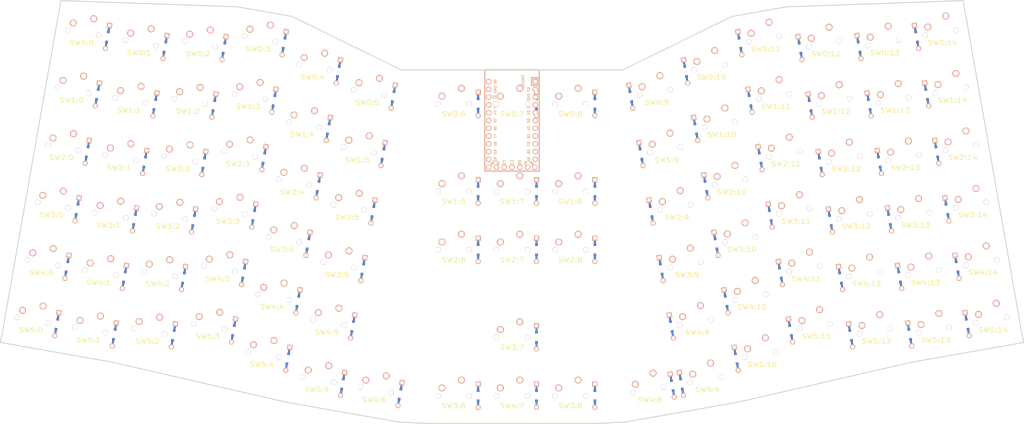
<source format=kicad_pcb>
(kicad_pcb (version 3) (host pcbnew "(2014-02-26 BZR 4721)-product")
  (title_block (date "16 oct 2014"))
  (layers (15 Front signal) (0 Back signal) (18 B.Paste user) (19 F.Paste user) (20 B.SilkS user) (21 F.SilkS user) (22 B.Mask user) (23 F.Mask user) (28 Edge.Cuts user))
  (net 0 "")
  (net 1 N-5V-0)
  (net 2 N-GND-0)
  (net 3 N-MOSFET-0)
  (net 4 N-row-0)
  (net 5 N-row-1)
  (net 6 N-row-2)
  (net 7 N-row-3)
  (net 8 N-row-4)
  (net 9 N-row-5)
  (net 10 N-col-0)
  (net 11 N-col-1)
  (net 12 N-col-2)
  (net 13 N-col-3)
  (net 14 N-col-4)
  (net 15 N-col-5)
  (net 16 N-col-6)
  (net 17 N-col-7)
  (net 18 N-col-8)
  (net 19 N-col-9)
  (net 20 N-col-10)
  (net 21 N-col-11)
  (net 22 N-col-12)
  (net 23 N-col-13)
  (net 24 N-col-14)
  (net 25 N-diode-0-0)
  (net 26 N-diode-0-1)
  (net 27 N-diode-0-2)
  (net 28 N-diode-0-3)
  (net 29 N-diode-0-4)
  (net 30 N-diode-0-5)
  (net 31 N-diode-0-6)
  (net 32 N-diode-0-7)
  (net 33 N-diode-0-8)
  (net 34 N-diode-0-9)
  (net 35 N-diode-0-10)
  (net 36 N-diode-0-11)
  (net 37 N-diode-0-12)
  (net 38 N-diode-0-13)
  (net 39 N-diode-0-14)
  (net 40 N-diode-1-0)
  (net 41 N-diode-1-1)
  (net 42 N-diode-1-2)
  (net 43 N-diode-1-3)
  (net 44 N-diode-1-4)
  (net 45 N-diode-1-5)
  (net 46 N-diode-1-6)
  (net 47 N-diode-1-7)
  (net 48 N-diode-1-8)
  (net 49 N-diode-1-9)
  (net 50 N-diode-1-10)
  (net 51 N-diode-1-11)
  (net 52 N-diode-1-12)
  (net 53 N-diode-1-13)
  (net 54 N-diode-1-14)
  (net 55 N-diode-2-0)
  (net 56 N-diode-2-1)
  (net 57 N-diode-2-2)
  (net 58 N-diode-2-3)
  (net 59 N-diode-2-4)
  (net 60 N-diode-2-5)
  (net 61 N-diode-2-6)
  (net 62 N-diode-2-7)
  (net 63 N-diode-2-8)
  (net 64 N-diode-2-9)
  (net 65 N-diode-2-10)
  (net 66 N-diode-2-11)
  (net 67 N-diode-2-12)
  (net 68 N-diode-2-13)
  (net 69 N-diode-2-14)
  (net 70 N-diode-3-0)
  (net 71 N-diode-3-1)
  (net 72 N-diode-3-2)
  (net 73 N-diode-3-3)
  (net 74 N-diode-3-4)
  (net 75 N-diode-3-5)
  (net 76 N-diode-3-6)
  (net 77 N-diode-3-7)
  (net 78 N-diode-3-8)
  (net 79 N-diode-3-9)
  (net 80 N-diode-3-10)
  (net 81 N-diode-3-11)
  (net 82 N-diode-3-12)
  (net 83 N-diode-3-13)
  (net 84 N-diode-3-14)
  (net 85 N-diode-4-0)
  (net 86 N-diode-4-1)
  (net 87 N-diode-4-2)
  (net 88 N-diode-4-3)
  (net 89 N-diode-4-4)
  (net 90 N-diode-4-5)
  (net 91 N-diode-4-6)
  (net 92 N-diode-4-7)
  (net 93 N-diode-4-8)
  (net 94 N-diode-4-9)
  (net 95 N-diode-4-10)
  (net 96 N-diode-4-11)
  (net 97 N-diode-4-12)
  (net 98 N-diode-4-13)
  (net 99 N-diode-4-14)
  (net 100 N-diode-5-0)
  (net 101 N-diode-5-1)
  (net 102 N-diode-5-2)
  (net 103 N-diode-5-3)
  (net 104 N-diode-5-4)
  (net 105 N-diode-5-5)
  (net 106 N-diode-5-9)
  (net 107 N-diode-5-10)
  (net 108 N-diode-5-11)
  (net 109 N-diode-5-12)
  (net 110 N-diode-5-13)
  (net 111 N-diode-5-14)
  (net 112 N-LED-0-0)
  (net 113 N-LED-0-1)
  (net 114 N-LED-0-2)
  (net 115 N-LED-0-3)
  (net 116 N-LED-0-4)
  (net 117 N-LED-0-5)
  (net 118 N-LED-0-6)
  (net 119 N-LED-0-7)
  (net 120 N-LED-0-8)
  (net 121 N-LED-0-9)
  (net 122 N-LED-0-10)
  (net 123 N-LED-0-11)
  (net 124 N-LED-0-12)
  (net 125 N-LED-0-13)
  (net 126 N-LED-0-14)
  (net 127 N-LED-1-0)
  (net 128 N-LED-1-1)
  (net 129 N-LED-1-2)
  (net 130 N-LED-1-3)
  (net 131 N-LED-1-4)
  (net 132 N-LED-1-5)
  (net 133 N-LED-1-6)
  (net 134 N-LED-1-7)
  (net 135 N-LED-1-8)
  (net 136 N-LED-1-9)
  (net 137 N-LED-1-10)
  (net 138 N-LED-1-11)
  (net 139 N-LED-1-12)
  (net 140 N-LED-1-13)
  (net 141 N-LED-1-14)
  (net 142 N-LED-2-0)
  (net 143 N-LED-2-1)
  (net 144 N-LED-2-2)
  (net 145 N-LED-2-3)
  (net 146 N-LED-2-4)
  (net 147 N-LED-2-5)
  (net 148 N-LED-2-6)
  (net 149 N-LED-2-7)
  (net 150 N-LED-2-8)
  (net 151 N-LED-2-9)
  (net 152 N-LED-2-10)
  (net 153 N-LED-2-11)
  (net 154 N-LED-2-12)
  (net 155 N-LED-2-13)
  (net 156 N-LED-2-14)
  (net 157 N-LED-3-0)
  (net 158 N-LED-3-1)
  (net 159 N-LED-3-2)
  (net 160 N-LED-3-3)
  (net 161 N-LED-3-4)
  (net 162 N-LED-3-5)
  (net 163 N-LED-3-6)
  (net 164 N-LED-3-7)
  (net 165 N-LED-3-8)
  (net 166 N-LED-3-9)
  (net 167 N-LED-3-10)
  (net 168 N-LED-3-11)
  (net 169 N-LED-3-12)
  (net 170 N-LED-3-13)
  (net 171 N-LED-3-14)
  (net 172 N-LED-4-0)
  (net 173 N-LED-4-1)
  (net 174 N-LED-4-2)
  (net 175 N-LED-4-3)
  (net 176 N-LED-4-4)
  (net 177 N-LED-4-5)
  (net 178 N-LED-4-6)
  (net 179 N-LED-4-7)
  (net 180 N-LED-4-8)
  (net 181 N-LED-4-9)
  (net 182 N-LED-4-10)
  (net 183 N-LED-4-11)
  (net 184 N-LED-4-12)
  (net 185 N-LED-4-13)
  (net 186 N-LED-4-14)
  (net 187 N-LED-5-0)
  (net 188 N-LED-5-1)
  (net 189 N-LED-5-2)
  (net 190 N-LED-5-3)
  (net 191 N-LED-5-4)
  (net 192 N-LED-5-5)
  (net 193 N-LED-5-9)
  (net 194 N-LED-5-10)
  (net 195 N-LED-5-11)
  (net 196 N-LED-5-12)
  (net 197 N-LED-5-13)
  (net 198 N-LED-5-14)
  (net 199 N-RGB-D0)
  (net 200 N-RGB-D1)
  (net 201 N-RGB-D2)
  (net 202 N-RGB-D3)
  (net 203 N-RGB-D4)
  (net 204 N-RGB-D5)
  (net 205 N-RGB-D6)
  (net 206 N-RGB-D7)
  (net 207 N-RGB-D8)
  (net 208 N-RGB-D9)
  (net 209 N-RGB-D10)
  (net 210 N-RGB-D11)
  (net 211 N-LED-PWM)
  (module Elite-C (layer Back) (at 185 55.57 270)
    (fp_text reference U1 hide)
    (fp_text value Elite-C hide)
    (fp_text user D2 (at -11.43 -5.461 90) (layer F.SilkS) (effects (font (size 0.8 0.8))))
    (fp_text user D0 (at -1.27 -5.461 90) (layer F.SilkS) (effects (font (size 0.8 0.8))))
    (fp_text user D1 (at -3.81 -5.461 90) (layer F.SilkS) (effects (font (size 0.8 0.8))))
    (fp_text user GND (at -6.35 -5.461 90) (layer F.SilkS) (effects (font (size 0.8 0.8))))
    (fp_text user GND (at -8.89 -5.461 90) (layer F.SilkS) (effects (font (size 0.8 0.8))))
    (fp_text user D4 (at 1.27 -5.461 90) (layer F.SilkS) (effects (font (size 0.8 0.8))))
    (fp_text user C6 (at 3.81 -5.461 90) (layer F.SilkS) (effects (font (size 0.8 0.8))))
    (fp_text user D7 (at 6.35 -5.461 90) (layer F.SilkS) (effects (font (size 0.8 0.8))))
    (fp_text user E6 (at 8.89 -5.461 90) (layer F.SilkS) (effects (font (size 0.8 0.8))))
    (fp_text user B4 (at 11.43 -5.461 90) (layer F.SilkS) (effects (font (size 0.8 0.8))))
    (fp_text user B5 (at 12.7 -6.4 135) (layer F.SilkS) (effects (font (size 0.7 0.7))))
    (fp_text user B2 (at 11.43 5.461 90) (layer B.SilkS) (effects (font (size 0.8 0.8)) (justify mirror)))
    (fp_text user B3 (at 8.89 5.461 90) (layer F.SilkS) (effects (font (size 0.8 0.8))))
    (fp_text user B1 (at 6.35 5.461 90) (layer F.SilkS) (effects (font (size 0.8 0.8))))
    (fp_text user F7 (at 3.81 5.461 90) (layer B.SilkS) (effects (font (size 0.8 0.8)) (justify mirror)))
    (fp_text user F6 (at 1.27 5.461 90) (layer B.SilkS) (effects (font (size 0.8 0.8)) (justify mirror)))
    (fp_text user F5 (at -1.27 5.461 90) (layer B.SilkS) (effects (font (size 0.8 0.8)) (justify mirror)))
    (fp_text user F4 (at -3.81 5.461 90) (layer F.SilkS) (effects (font (size 0.8 0.8))))
    (fp_text user VCC (at -6.35 5.461 90) (layer F.SilkS) (effects (font (size 0.8 0.8))))
    (fp_text user GND (at -11.43 5.461 90) (layer F.SilkS) (effects (font (size 0.8 0.8))))
    (fp_text user B0 (at -13.97 5.461 90) (layer F.SilkS) (effects (font (size 0.8 0.8))))
    (fp_text user B0 (at -13.97 5.461 90) (layer B.SilkS) (effects (font (size 0.8 0.8)) (justify mirror)))
    (fp_text user GND (at -11.43 5.461 90) (layer B.SilkS) (effects (font (size 0.8 0.8)) (justify mirror)))
    (fp_text user ST (at -8.92 5.73312 90) (layer B.SilkS) (effects (font (size 0.8 0.8)) (justify mirror)))
    (fp_text user VCC (at -6.35 5.461 90) (layer B.SilkS) (effects (font (size 0.8 0.8)) (justify mirror)))
    (fp_text user F4 (at -3.81 5.461 90) (layer B.SilkS) (effects (font (size 0.8 0.8)) (justify mirror)))
    (fp_text user F5 (at -1.27 5.461 90) (layer F.SilkS) (effects (font (size 0.8 0.8))))
    (fp_text user F6 (at 1.27 5.461 90) (layer F.SilkS) (effects (font (size 0.8 0.8))))
    (fp_text user F7 (at 3.81 5.461 90) (layer F.SilkS) (effects (font (size 0.8 0.8))))
    (fp_text user B1 (at 6.35 5.461 90) (layer B.SilkS) (effects (font (size 0.8 0.8)) (justify mirror)))
    (fp_text user B3 (at 8.89 5.461 90) (layer B.SilkS) (effects (font (size 0.8 0.8)) (justify mirror)))
    (fp_text user B2 (at 11.43 5.461 90) (layer F.SilkS) (effects (font (size 0.8 0.8))))
    (fp_text user B5 (at 12.7 -6.4 135) (layer B.SilkS) (effects (font (size 0.7 0.7)) (justify mirror)))
    (fp_text user B4 (at 11.43 -5.461 90) (layer B.SilkS) (effects (font (size 0.8 0.8)) (justify mirror)))
    (fp_text user E6 (at 8.89 -5.461 90) (layer B.SilkS) (effects (font (size 0.8 0.8)) (justify mirror)))
    (fp_text user D7 (at 6.35 -5.461 90) (layer B.SilkS) (effects (font (size 0.8 0.8)) (justify mirror)))
    (fp_text user C6 (at 3.81 -5.461 90) (layer B.SilkS) (effects (font (size 0.8 0.8)) (justify mirror)))
    (fp_text user D4 (at 1.27 -5.461 90) (layer B.SilkS) (effects (font (size 0.8 0.8)) (justify mirror)))
    (fp_text user GND (at -8.89 -5.461 90) (layer B.SilkS) (effects (font (size 0.8 0.8)) (justify mirror)))
    (fp_text user GND (at -6.35 -5.461 90) (layer B.SilkS) (effects (font (size 0.8 0.8)) (justify mirror)))
    (fp_text user D1 (at -3.81 -5.461 90) (layer B.SilkS) (effects (font (size 0.8 0.8)) (justify mirror)))
    (fp_text user D0 (at -1.27 -5.461 90) (layer B.SilkS) (effects (font (size 0.8 0.8)) (justify mirror)))
    (fp_text user D2 (at -11.43 -5.461 90) (layer B.SilkS) (effects (font (size 0.8 0.8)) (justify mirror)))
    (fp_text user TX0/D3 (at -13.97 -3.571872 90) (layer F.SilkS) (effects (font (size 0.8 0.8))))
    (fp_text user TX0/D3 (at -13.97 -3.571872 90) (layer B.SilkS) (effects (font (size 0.8 0.8)) (justify mirror)))
    (fp_text user ST (at -8.91 5.04 90) (layer F.SilkS) (effects (font (size 0.8 0.8))))
    (fp_text user B7 (at 12.6 -4.5 90) (layer B.SilkS) (effects (font (size 0.7 0.7)) (justify mirror)))
    (fp_text user B7 (at 12.6 -4.5 90) (layer F.SilkS) (effects (font (size 0.7 0.7))))
    (fp_text user F0 (at 12.6 4.5 90) (layer F.SilkS) (effects (font (size 0.7 0.7))))
    (fp_text user F0 (at 12.6 4.5 90) (layer B.SilkS) (effects (font (size 0.7 0.7)) (justify mirror)))
    (fp_text user B6 (at 12.7 6.4 45 unlocked) (layer B.SilkS) (effects (font (size 0.7 0.7)) (justify mirror)))
    (fp_text user B6 (at 12.7 6.4 45 unlocked) (layer F.SilkS) (effects (font (size 0.7 0.7))))
    (fp_text user C7 (at 12.4 0 90) (layer B.SilkS) (effects (font (size 0.8 0.8)) (justify mirror)))
    (fp_text user C7 (at 12.4 0 90) (layer F.SilkS) (effects (font (size 0.8 0.8))))
    (fp_text user F1 (at 12.4 2.54 90) (layer F.SilkS) (effects (font (size 0.8 0.8))))
    (fp_text user F1 (at 12.4 2.54 90) (layer B.SilkS) (effects (font (size 0.8 0.8)) (justify mirror)))
    (fp_text user D5 (at 12.4 -2.54 90) (layer B.SilkS) (effects (font (size 0.8 0.8)) (justify mirror)))
    (fp_text user D5 (at 12.4 -2.54 90) (layer F.SilkS) (effects (font (size 0.8 0.8))))
    (pad 1 thru_hole rect (at -13.97 -7.62 180) (size 1.7526 1.7526) (drill 1.0922) (layers *.Cu *.SilkS *.Mask))
    (pad 2 thru_hole circle (at -11.43 -7.62 180) (size 1.7526 1.7526) (drill 1.0922) (layers *.Cu *.SilkS *.Mask))
    (pad 3 thru_hole circle (at -8.89 -7.62 180) (size 1.7526 1.7526) (drill 1.0922) (layers *.Cu *.SilkS *.Mask))
    (pad 4 thru_hole circle (at -6.35 -7.62 180) (size 1.7526 1.7526) (drill 1.0922) (layers *.Cu *.SilkS *.Mask))
    (pad 5 thru_hole circle (at -3.81 -7.62 180) (size 1.7526 1.7526) (drill 1.0922) (layers *.Cu *.SilkS *.Mask))
    (pad 6 thru_hole circle (at -1.27 -7.62 180) (size 1.7526 1.7526) (drill 1.0922) (layers *.Cu *.SilkS *.Mask))
    (pad 7 thru_hole circle (at 1.27 -7.62 180) (size 1.7526 1.7526) (drill 1.0922) (layers *.Cu *.SilkS *.Mask))
    (pad 8 thru_hole circle (at 3.81 -7.62 180) (size 1.7526 1.7526) (drill 1.0922) (layers *.Cu *.SilkS *.Mask))
    (pad 9 thru_hole circle (at 6.35 -7.62 180) (size 1.7526 1.7526) (drill 1.0922) (layers *.Cu *.SilkS *.Mask))
    (pad 10 thru_hole circle (at 8.89 -7.62 180) (size 1.7526 1.7526) (drill 1.0922) (layers *.Cu *.SilkS *.Mask))
    (pad 11 thru_hole circle (at 11.43 -7.62 180) (size 1.7526 1.7526) (drill 1.0922) (layers *.Cu *.SilkS *.Mask))
    (pad 13 thru_hole circle (at 13.97 7.62 180) (size 1.7526 1.7526) (drill 1.0922) (layers *.Cu *.SilkS *.Mask))
    (pad 14 thru_hole circle (at 11.43 7.62 180) (size 1.7526 1.7526) (drill 1.0922) (layers *.Cu *.SilkS *.Mask))
    (pad 15 thru_hole circle (at 8.89 7.62 180) (size 1.7526 1.7526) (drill 1.0922) (layers *.Cu *.SilkS *.Mask))
    (pad 16 thru_hole circle (at 6.35 7.62 180) (size 1.7526 1.7526) (drill 1.0922) (layers *.Cu *.SilkS *.Mask))
    (pad 17 thru_hole circle (at 3.81 7.62 180) (size 1.7526 1.7526) (drill 1.0922) (layers *.Cu *.SilkS *.Mask))
    (pad 18 thru_hole circle (at 1.27 7.62 180) (size 1.7526 1.7526) (drill 1.0922) (layers *.Cu *.SilkS *.Mask))
    (pad 19 thru_hole circle (at -1.27 7.62 180) (size 1.7526 1.7526) (drill 1.0922) (layers *.Cu *.SilkS *.Mask))
    (pad 20 thru_hole circle (at -3.81 7.62 180) (size 1.7526 1.7526) (drill 1.0922) (layers *.Cu *.SilkS *.Mask))
    (pad 21 thru_hole circle (at -6.35 7.62 180) (size 1.7526 1.7526) (drill 1.0922) (layers *.Cu *.SilkS *.Mask))
    (pad 22 thru_hole circle (at -8.89 7.62 180) (size 1.7526 1.7526) (drill 1.0922) (layers *.Cu *.SilkS *.Mask))
    (pad 23 thru_hole circle (at -11.43 7.62 180) (size 1.7526 1.7526) (drill 1.0922) (layers *.Cu *.SilkS *.Mask))
    (pad 12 thru_hole circle (at 13.97 -7.3914 180) (size 1.7526 1.7526) (drill 1.0922) (layers *.Cu *.SilkS *.Mask))
    (pad 24 thru_hole circle (at -13.97 7.62 180) (size 1.7526 1.7526) (drill 1.0922) (layers *.Cu *.SilkS *.Mask))
    (pad 29 thru_hole circle (at 13.97 5.08 180) (size 1.7526 1.7526) (drill 1.0922) (layers *.Cu *.SilkS *.Mask))
    (pad 28 thru_hole circle (at 13.97 2.54 180) (size 1.7526 1.7526) (drill 1.0922) (layers *.Cu *.SilkS *.Mask))
    (pad 27 thru_hole circle (at 13.97 0 180) (size 1.7526 1.7526) (drill 1.0922) (layers *.Cu *.SilkS *.Mask))
    (pad 26 thru_hole circle (at 13.97 -2.54 180) (size 1.7526 1.7526) (drill 1.0922) (layers *.Cu *.SilkS *.Mask))
    (pad 25 thru_hole circle (at 13.97 -5.08 180) (size 1.7526 1.7526) (drill 1.0922) (layers *.Cu *.SilkS *.Mask))
  )
  (gr_line (start 37.713 15.153) (end 95.384 17.198) (angle 90) (layer Edge.Cuts) (width 0.3))
  (gr_line (start 95.384 17.198) (end 113.209 20.341) (angle 90) (layer Edge.Cuts) (width 0.3))
  (gr_line (start 113.209 20.341) (end 148.82 37.79) (angle 90) (layer Edge.Cuts) (width 0.3))
  (gr_line (start 148.82 37.79) (end 221.18 37.79) (angle 90) (layer Edge.Cuts) (width 0.3))
  (gr_line (start 221.18 37.79) (end 256.791 20.341) (angle 90) (layer Edge.Cuts) (width 0.3))
  (gr_line (start 256.791 20.341) (end 274.616 17.198) (angle 90) (layer Edge.Cuts) (width 0.3))
  (gr_line (start 274.616 17.198) (end 332.287 15.153) (angle 90) (layer Edge.Cuts) (width 0.3))
  (gr_line (start 332.287 15.153) (end 351.97 126.78) (angle 90) (layer Edge.Cuts) (width 0.3))
  (gr_line (start 351.97 126.78) (end 315.384 133.231) (angle 90) (layer Edge.Cuts) (width 0.3))
  (gr_line (start 315.384 133.231) (end 258.688 146.275) (angle 90) (layer Edge.Cuts) (width 0.3))
  (gr_line (start 258.688 146.275) (end 222.102 152.726) (angle 90) (layer Edge.Cuts) (width 0.3))
  (gr_line (start 222.102 152.726) (end 213.1 153.19) (angle 90) (layer Edge.Cuts) (width 0.3))
  (gr_line (start 213.1 153.19) (end 156.9 153.19) (angle 90) (layer Edge.Cuts) (width 0.3))
  (gr_line (start 156.9 153.19) (end 147.898 152.726) (angle 90) (layer Edge.Cuts) (width 0.3))
  (gr_line (start 147.898 152.726) (end 111.312 146.275) (angle 90) (layer Edge.Cuts) (width 0.3))
  (gr_line (start 111.312 146.275) (end 54.616 133.231) (angle 90) (layer Edge.Cuts) (width 0.3))
  (gr_line (start 54.616 133.231) (end 18.03 126.78) (angle 90) (layer Edge.Cuts) (width 0.3))
  (gr_line (start 18.03 126.78) (end 37.713 15.153) (angle 90) (layer Edge.Cuts) (width 0.3))
  (module MX (layer Front) (at 45.054 25.637 -10)
    (fp_text reference SW0:0 (at 0 3.302) (layer F.SilkS) (effects (font (size 1.524 1.778) (thickness 0.254))))
    (pad 0 np_thru_hole circle (at 0 0) (size 3.9878 3.9878) (drill 3.9878) (layers *.Cu))
    (pad 0 thru_hole circle (at -5.08 0) (size 1.7018 1.7018) (drill 1.7018) (layers *.Cu))
    (pad 0 thru_hole circle (at 5.08 0) (size 1.7018 1.7018) (drill 1.7018) (layers *.Cu))
    (pad 1 thru_hole circle (at 2.54 -5.08) (size 2.286 2.286) (drill 1.4986) (layers *.Cu *.SilkS *.Mask) (net 25 N-diode-0-0))
    (pad 2 thru_hole circle (at -3.81 -2.54) (size 2.286 2.286) (drill 1.4986) (layers *.Cu *.SilkS *.Mask) (net 10 N-col-0))
  )
  (module DIODE (layer Front) (at 52.932465 27.026184 80)
    (fp_text reference D0:0 hide)
    (fp_line (start -3.81 0) (end -1.6637 0) (layer Back) (width 0.6096))
    (fp_line (start 1.6637 0) (end 3.81 0) (layer Back) (width 0.6096))
    (fp_line (start -3.81 0) (end -1.6637 0) (layer Front) (width 0.6096))
    (fp_line (start 1.6637 0) (end 3.81 0) (layer Front) (width 0.6096))
    (pad 1 thru_hole circle (at -3.81 0 180) (size 1.651 1.651) (drill 0.9906) (layers *.Cu *.SilkS *.Mask) (net 4 N-row-0))
    (pad 2 thru_hole rect (at 3.81 0 -10) (size 1.651 1.651) (drill 0.9906) (layers *.Cu *.SilkS *.Mask) (net 25 N-diode-0-0))
    (pad 99 smd rect (at -1.6637 0 -10) (size 0.8382 0.8382) (layers Front F.Paste F.Mask))
    (pad 99 smd rect (at -1.6637 0 -10) (size 0.8382 0.8382) (layers Back B.Paste B.Mask))
    (pad 99 smd rect (at 1.6637 0 -10) (size 0.8382 0.8382) (layers Front F.Paste F.Mask))
    (pad 99 smd rect (at 1.6637 0 -10) (size 0.8382 0.8382) (layers Back B.Paste B.Mask))
  )
  (module MX (layer Front) (at 63.815 28.945 -10)
    (fp_text reference SW0:1 (at 0 3.302) (layer F.SilkS) (effects (font (size 1.524 1.778) (thickness 0.254))))
    (pad 0 np_thru_hole circle (at 0 0) (size 3.9878 3.9878) (drill 3.9878) (layers *.Cu))
    (pad 0 thru_hole circle (at -5.08 0) (size 1.7018 1.7018) (drill 1.7018) (layers *.Cu))
    (pad 0 thru_hole circle (at 5.08 0) (size 1.7018 1.7018) (drill 1.7018) (layers *.Cu))
    (pad 1 thru_hole circle (at 2.54 -5.08) (size 2.286 2.286) (drill 1.4986) (layers *.Cu *.SilkS *.Mask) (net 26 N-diode-0-1))
    (pad 2 thru_hole circle (at -3.81 -2.54) (size 2.286 2.286) (drill 1.4986) (layers *.Cu *.SilkS *.Mask) (net 11 N-col-1))
  )
  (module DIODE (layer Front) (at 71.69346 30.334185 80)
    (fp_text reference D0:1 hide)
    (fp_line (start -3.81 0) (end -1.6637 0) (layer Back) (width 0.6096))
    (fp_line (start 1.6637 0) (end 3.81 0) (layer Back) (width 0.6096))
    (fp_line (start -3.81 0) (end -1.6637 0) (layer Front) (width 0.6096))
    (fp_line (start 1.6637 0) (end 3.81 0) (layer Front) (width 0.6096))
    (pad 1 thru_hole circle (at -3.81 0 180) (size 1.651 1.651) (drill 0.9906) (layers *.Cu *.SilkS *.Mask) (net 4 N-row-0))
    (pad 2 thru_hole rect (at 3.81 0 -10) (size 1.651 1.651) (drill 0.9906) (layers *.Cu *.SilkS *.Mask) (net 26 N-diode-0-1))
    (pad 99 smd rect (at -1.6637 0 -10) (size 0.8382 0.8382) (layers Front F.Paste F.Mask))
    (pad 99 smd rect (at -1.6637 0 -10) (size 0.8382 0.8382) (layers Back B.Paste B.Mask))
    (pad 99 smd rect (at 1.6637 0 -10) (size 0.8382 0.8382) (layers Front F.Paste F.Mask))
    (pad 99 smd rect (at 1.6637 0 -10) (size 0.8382 0.8382) (layers Back B.Paste B.Mask))
  )
  (module MX (layer Front) (at 83.096 29.298 -10)
    (fp_text reference SW0:2 (at 0 3.302) (layer F.SilkS) (effects (font (size 1.524 1.778) (thickness 0.254))))
    (pad 0 np_thru_hole circle (at 0 0) (size 3.9878 3.9878) (drill 3.9878) (layers *.Cu))
    (pad 0 thru_hole circle (at -5.08 0) (size 1.7018 1.7018) (drill 1.7018) (layers *.Cu))
    (pad 0 thru_hole circle (at 5.08 0) (size 1.7018 1.7018) (drill 1.7018) (layers *.Cu))
    (pad 1 thru_hole circle (at 2.54 -5.08) (size 2.286 2.286) (drill 1.4986) (layers *.Cu *.SilkS *.Mask) (net 27 N-diode-0-2))
    (pad 2 thru_hole circle (at -3.81 -2.54) (size 2.286 2.286) (drill 1.4986) (layers *.Cu *.SilkS *.Mask) (net 12 N-col-2))
  )
  (module DIODE (layer Front) (at 90.974464 30.687185 80)
    (fp_text reference D0:2 hide)
    (fp_line (start -3.81 0) (end -1.6637 0) (layer Back) (width 0.6096))
    (fp_line (start 1.6637 0) (end 3.81 0) (layer Back) (width 0.6096))
    (fp_line (start -3.81 0) (end -1.6637 0) (layer Front) (width 0.6096))
    (fp_line (start 1.6637 0) (end 3.81 0) (layer Front) (width 0.6096))
    (pad 1 thru_hole circle (at -3.81 0 180) (size 1.651 1.651) (drill 0.9906) (layers *.Cu *.SilkS *.Mask) (net 4 N-row-0))
    (pad 2 thru_hole rect (at 3.81 0 -10) (size 1.651 1.651) (drill 0.9906) (layers *.Cu *.SilkS *.Mask) (net 27 N-diode-0-2))
    (pad 99 smd rect (at -1.6637 0 -10) (size 0.8382 0.8382) (layers Front F.Paste F.Mask))
    (pad 99 smd rect (at -1.6637 0 -10) (size 0.8382 0.8382) (layers Back B.Paste B.Mask))
    (pad 99 smd rect (at 1.6637 0 -10) (size 0.8382 0.8382) (layers Front F.Paste F.Mask))
    (pad 99 smd rect (at 1.6637 0 -10) (size 0.8382 0.8382) (layers Back B.Paste B.Mask))
  )
  (module MX (layer Front) (at 102.725 27.682 -10)
    (fp_text reference SW0:3 (at 0 3.302) (layer F.SilkS) (effects (font (size 1.524 1.778) (thickness 0.254))))
    (pad 0 np_thru_hole circle (at 0 0) (size 3.9878 3.9878) (drill 3.9878) (layers *.Cu))
    (pad 0 thru_hole circle (at -5.08 0) (size 1.7018 1.7018) (drill 1.7018) (layers *.Cu))
    (pad 0 thru_hole circle (at 5.08 0) (size 1.7018 1.7018) (drill 1.7018) (layers *.Cu))
    (pad 1 thru_hole circle (at 2.54 -5.08) (size 2.286 2.286) (drill 1.4986) (layers *.Cu *.SilkS *.Mask) (net 28 N-diode-0-3))
    (pad 2 thru_hole circle (at -3.81 -2.54) (size 2.286 2.286) (drill 1.4986) (layers *.Cu *.SilkS *.Mask) (net 13 N-col-3))
  )
  (module DIODE (layer Front) (at 110.60346 29.071184 80)
    (fp_text reference D0:3 hide)
    (fp_line (start -3.81 0) (end -1.6637 0) (layer Back) (width 0.6096))
    (fp_line (start 1.6637 0) (end 3.81 0) (layer Back) (width 0.6096))
    (fp_line (start -3.81 0) (end -1.6637 0) (layer Front) (width 0.6096))
    (fp_line (start 1.6637 0) (end 3.81 0) (layer Front) (width 0.6096))
    (pad 1 thru_hole circle (at -3.81 0 180) (size 1.651 1.651) (drill 0.9906) (layers *.Cu *.SilkS *.Mask) (net 4 N-row-0))
    (pad 2 thru_hole rect (at 3.81 0 -10) (size 1.651 1.651) (drill 0.9906) (layers *.Cu *.SilkS *.Mask) (net 28 N-diode-0-3))
    (pad 99 smd rect (at -1.6637 0 -10) (size 0.8382 0.8382) (layers Front F.Paste F.Mask))
    (pad 99 smd rect (at -1.6637 0 -10) (size 0.8382 0.8382) (layers Back B.Paste B.Mask))
    (pad 99 smd rect (at 1.6637 0 -10) (size 0.8382 0.8382) (layers Front F.Paste F.Mask))
    (pad 99 smd rect (at 1.6637 0 -10) (size 0.8382 0.8382) (layers Back B.Paste B.Mask))
  )
  (module MX (layer Front) (at 120.444 36.899 -10)
    (fp_text reference SW0:4 (at 0 3.302) (layer F.SilkS) (effects (font (size 1.524 1.778) (thickness 0.254))))
    (pad 0 np_thru_hole circle (at 0 0) (size 3.9878 3.9878) (drill 3.9878) (layers *.Cu))
    (pad 0 thru_hole circle (at -5.08 0) (size 1.7018 1.7018) (drill 1.7018) (layers *.Cu))
    (pad 0 thru_hole circle (at 5.08 0) (size 1.7018 1.7018) (drill 1.7018) (layers *.Cu))
    (pad 1 thru_hole circle (at 2.54 -5.08) (size 2.286 2.286) (drill 1.4986) (layers *.Cu *.SilkS *.Mask) (net 29 N-diode-0-4))
    (pad 2 thru_hole circle (at -3.81 -2.54) (size 2.286 2.286) (drill 1.4986) (layers *.Cu *.SilkS *.Mask) (net 14 N-col-4))
  )
  (module DIODE (layer Front) (at 128.32246 38.288185 80)
    (fp_text reference D0:4 hide)
    (fp_line (start -3.81 0) (end -1.6637 0) (layer Back) (width 0.6096))
    (fp_line (start 1.6637 0) (end 3.81 0) (layer Back) (width 0.6096))
    (fp_line (start -3.81 0) (end -1.6637 0) (layer Front) (width 0.6096))
    (fp_line (start 1.6637 0) (end 3.81 0) (layer Front) (width 0.6096))
    (pad 1 thru_hole circle (at -3.81 0 180) (size 1.651 1.651) (drill 0.9906) (layers *.Cu *.SilkS *.Mask) (net 4 N-row-0))
    (pad 2 thru_hole rect (at 3.81 0 -10) (size 1.651 1.651) (drill 0.9906) (layers *.Cu *.SilkS *.Mask) (net 29 N-diode-0-4))
    (pad 99 smd rect (at -1.6637 0 -10) (size 0.8382 0.8382) (layers Front F.Paste F.Mask))
    (pad 99 smd rect (at -1.6637 0 -10) (size 0.8382 0.8382) (layers Back B.Paste B.Mask))
    (pad 99 smd rect (at 1.6637 0 -10) (size 0.8382 0.8382) (layers Front F.Paste F.Mask))
    (pad 99 smd rect (at 1.6637 0 -10) (size 0.8382 0.8382) (layers Back B.Paste B.Mask))
  )
  (module MX (layer Front) (at 138.336 45.131 -10)
    (fp_text reference SW0:5 (at 0 3.302) (layer F.SilkS) (effects (font (size 1.524 1.778) (thickness 0.254))))
    (pad 0 np_thru_hole circle (at 0 0) (size 3.9878 3.9878) (drill 3.9878) (layers *.Cu))
    (pad 0 thru_hole circle (at -5.08 0) (size 1.7018 1.7018) (drill 1.7018) (layers *.Cu))
    (pad 0 thru_hole circle (at 5.08 0) (size 1.7018 1.7018) (drill 1.7018) (layers *.Cu))
    (pad 1 thru_hole circle (at 2.54 -5.08) (size 2.286 2.286) (drill 1.4986) (layers *.Cu *.SilkS *.Mask) (net 30 N-diode-0-5))
    (pad 2 thru_hole circle (at -3.81 -2.54) (size 2.286 2.286) (drill 1.4986) (layers *.Cu *.SilkS *.Mask) (net 15 N-col-5))
  )
  (module DIODE (layer Front) (at 146.21446 46.520187 80)
    (fp_text reference D0:5 hide)
    (fp_line (start -3.81 0) (end -1.6637 0) (layer Back) (width 0.6096))
    (fp_line (start 1.6637 0) (end 3.81 0) (layer Back) (width 0.6096))
    (fp_line (start -3.81 0) (end -1.6637 0) (layer Front) (width 0.6096))
    (fp_line (start 1.6637 0) (end 3.81 0) (layer Front) (width 0.6096))
    (pad 1 thru_hole circle (at -3.81 0 180) (size 1.651 1.651) (drill 0.9906) (layers *.Cu *.SilkS *.Mask) (net 4 N-row-0))
    (pad 2 thru_hole rect (at 3.81 0 -10) (size 1.651 1.651) (drill 0.9906) (layers *.Cu *.SilkS *.Mask) (net 30 N-diode-0-5))
    (pad 99 smd rect (at -1.6637 0 -10) (size 0.8382 0.8382) (layers Front F.Paste F.Mask))
    (pad 99 smd rect (at -1.6637 0 -10) (size 0.8382 0.8382) (layers Back B.Paste B.Mask))
    (pad 99 smd rect (at 1.6637 0 -10) (size 0.8382 0.8382) (layers Front F.Paste F.Mask))
    (pad 99 smd rect (at 1.6637 0 -10) (size 0.8382 0.8382) (layers Back B.Paste B.Mask))
  )
  (module MX (layer Front) (at 165.95 48.89 0)
    (fp_text reference SW0:6 (at 0 3.302) (layer F.SilkS) (effects (font (size 1.524 1.778) (thickness 0.254))))
    (pad 0 np_thru_hole circle (at 0 0) (size 3.9878 3.9878) (drill 3.9878) (layers *.Cu))
    (pad 0 thru_hole circle (at -5.08 0) (size 1.7018 1.7018) (drill 1.7018) (layers *.Cu))
    (pad 0 thru_hole circle (at 5.08 0) (size 1.7018 1.7018) (drill 1.7018) (layers *.Cu))
    (pad 1 thru_hole circle (at 2.54 -5.08) (size 2.286 2.286) (drill 1.4986) (layers *.Cu *.SilkS *.Mask) (net 31 N-diode-0-6))
    (pad 2 thru_hole circle (at -3.81 -2.54) (size 2.286 2.286) (drill 1.4986) (layers *.Cu *.SilkS *.Mask) (net 16 N-col-6))
  )
  (module DIODE (layer Front) (at 173.95 48.89 90)
    (fp_text reference D0:6 hide)
    (fp_line (start -3.81 0) (end -1.6637 0) (layer Back) (width 0.6096))
    (fp_line (start 1.6637 0) (end 3.81 0) (layer Back) (width 0.6096))
    (fp_line (start -3.81 0) (end -1.6637 0) (layer Front) (width 0.6096))
    (fp_line (start 1.6637 0) (end 3.81 0) (layer Front) (width 0.6096))
    (pad 1 thru_hole circle (at -3.81 0 180) (size 1.651 1.651) (drill 0.9906) (layers *.Cu *.SilkS *.Mask) (net 4 N-row-0))
    (pad 2 thru_hole rect (at 3.81 0 0) (size 1.651 1.651) (drill 0.9906) (layers *.Cu *.SilkS *.Mask) (net 31 N-diode-0-6))
    (pad 99 smd rect (at -1.6637 0 0) (size 0.8382 0.8382) (layers Front F.Paste F.Mask))
    (pad 99 smd rect (at -1.6637 0 0) (size 0.8382 0.8382) (layers Back B.Paste B.Mask))
    (pad 99 smd rect (at 1.6637 0 0) (size 0.8382 0.8382) (layers Front F.Paste F.Mask))
    (pad 99 smd rect (at 1.6637 0 0) (size 0.8382 0.8382) (layers Back B.Paste B.Mask))
  )
  (module MX (layer Front) (at 185 48.89 0)
    (fp_text reference SW0:7 (at 0 3.302) (layer F.SilkS) (effects (font (size 1.524 1.778) (thickness 0.254))))
    (pad 0 np_thru_hole circle (at 0 0) (size 3.9878 3.9878) (drill 3.9878) (layers *.Cu))
    (pad 0 thru_hole circle (at -5.08 0) (size 1.7018 1.7018) (drill 1.7018) (layers *.Cu))
    (pad 0 thru_hole circle (at 5.08 0) (size 1.7018 1.7018) (drill 1.7018) (layers *.Cu))
    (pad 1 thru_hole circle (at 2.54 -5.08) (size 2.286 2.286) (drill 1.4986) (layers *.Cu *.SilkS *.Mask) (net 32 N-diode-0-7))
    (pad 2 thru_hole circle (at -3.81 -2.54) (size 2.286 2.286) (drill 1.4986) (layers *.Cu *.SilkS *.Mask) (net 17 N-col-7))
  )
  (module DIODE (layer Front) (at 193 48.89 90)
    (fp_text reference D0:7 hide)
    (fp_line (start -3.81 0) (end -1.6637 0) (layer Back) (width 0.6096))
    (fp_line (start 1.6637 0) (end 3.81 0) (layer Back) (width 0.6096))
    (fp_line (start -3.81 0) (end -1.6637 0) (layer Front) (width 0.6096))
    (fp_line (start 1.6637 0) (end 3.81 0) (layer Front) (width 0.6096))
    (pad 1 thru_hole circle (at -3.81 0 180) (size 1.651 1.651) (drill 0.9906) (layers *.Cu *.SilkS *.Mask) (net 4 N-row-0))
    (pad 2 thru_hole rect (at 3.81 0 0) (size 1.651 1.651) (drill 0.9906) (layers *.Cu *.SilkS *.Mask) (net 32 N-diode-0-7))
    (pad 99 smd rect (at -1.6637 0 0) (size 0.8382 0.8382) (layers Front F.Paste F.Mask))
    (pad 99 smd rect (at -1.6637 0 0) (size 0.8382 0.8382) (layers Back B.Paste B.Mask))
    (pad 99 smd rect (at 1.6637 0 0) (size 0.8382 0.8382) (layers Front F.Paste F.Mask))
    (pad 99 smd rect (at 1.6637 0 0) (size 0.8382 0.8382) (layers Back B.Paste B.Mask))
  )
  (module MX (layer Front) (at 204.05 48.89 0)
    (fp_text reference SW0:8 (at 0 3.302) (layer F.SilkS) (effects (font (size 1.524 1.778) (thickness 0.254))))
    (pad 0 np_thru_hole circle (at 0 0) (size 3.9878 3.9878) (drill 3.9878) (layers *.Cu))
    (pad 0 thru_hole circle (at -5.08 0) (size 1.7018 1.7018) (drill 1.7018) (layers *.Cu))
    (pad 0 thru_hole circle (at 5.08 0) (size 1.7018 1.7018) (drill 1.7018) (layers *.Cu))
    (pad 1 thru_hole circle (at 2.54 -5.08) (size 2.286 2.286) (drill 1.4986) (layers *.Cu *.SilkS *.Mask) (net 33 N-diode-0-8))
    (pad 2 thru_hole circle (at -3.81 -2.54) (size 2.286 2.286) (drill 1.4986) (layers *.Cu *.SilkS *.Mask) (net 18 N-col-8))
  )
  (module DIODE (layer Front) (at 212.05 48.89 90)
    (fp_text reference D0:8 hide)
    (fp_line (start -3.81 0) (end -1.6637 0) (layer Back) (width 0.6096))
    (fp_line (start 1.6637 0) (end 3.81 0) (layer Back) (width 0.6096))
    (fp_line (start -3.81 0) (end -1.6637 0) (layer Front) (width 0.6096))
    (fp_line (start 1.6637 0) (end 3.81 0) (layer Front) (width 0.6096))
    (pad 1 thru_hole circle (at -3.81 0 180) (size 1.651 1.651) (drill 0.9906) (layers *.Cu *.SilkS *.Mask) (net 4 N-row-0))
    (pad 2 thru_hole rect (at 3.81 0 0) (size 1.651 1.651) (drill 0.9906) (layers *.Cu *.SilkS *.Mask) (net 33 N-diode-0-8))
    (pad 99 smd rect (at -1.6637 0 0) (size 0.8382 0.8382) (layers Front F.Paste F.Mask))
    (pad 99 smd rect (at -1.6637 0 0) (size 0.8382 0.8382) (layers Back B.Paste B.Mask))
    (pad 99 smd rect (at 1.6637 0 0) (size 0.8382 0.8382) (layers Front F.Paste F.Mask))
    (pad 99 smd rect (at 1.6637 0 0) (size 0.8382 0.8382) (layers Back B.Paste B.Mask))
  )
  (module MX (layer Front) (at 231.664 45.131 10)
    (fp_text reference SW0:9 (at 0 3.302) (layer F.SilkS) (effects (font (size 1.524 1.778) (thickness 0.254))))
    (pad 0 np_thru_hole circle (at 0 0) (size 3.9878 3.9878) (drill 3.9878) (layers *.Cu))
    (pad 0 thru_hole circle (at -5.08 0) (size 1.7018 1.7018) (drill 1.7018) (layers *.Cu))
    (pad 0 thru_hole circle (at 5.08 0) (size 1.7018 1.7018) (drill 1.7018) (layers *.Cu))
    (pad 1 thru_hole circle (at 2.54 -5.08) (size 2.286 2.286) (drill 1.4986) (layers *.Cu *.SilkS *.Mask) (net 34 N-diode-0-9))
    (pad 2 thru_hole circle (at -3.81 -2.54) (size 2.286 2.286) (drill 1.4986) (layers *.Cu *.SilkS *.Mask) (net 19 N-col-9))
  )
  (module DIODE (layer Front) (at 223.78554 46.520187 100)
    (fp_text reference D0:9 hide)
    (fp_line (start -3.81 0) (end -1.6637 0) (layer Back) (width 0.6096))
    (fp_line (start 1.6637 0) (end 3.81 0) (layer Back) (width 0.6096))
    (fp_line (start -3.81 0) (end -1.6637 0) (layer Front) (width 0.6096))
    (fp_line (start 1.6637 0) (end 3.81 0) (layer Front) (width 0.6096))
    (pad 1 thru_hole circle (at -3.81 0 180) (size 1.651 1.651) (drill 0.9906) (layers *.Cu *.SilkS *.Mask) (net 4 N-row-0))
    (pad 2 thru_hole rect (at 3.81 0 10) (size 1.651 1.651) (drill 0.9906) (layers *.Cu *.SilkS *.Mask) (net 34 N-diode-0-9))
    (pad 99 smd rect (at -1.6637 0 10) (size 0.8382 0.8382) (layers Front F.Paste F.Mask))
    (pad 99 smd rect (at -1.6637 0 10) (size 0.8382 0.8382) (layers Back B.Paste B.Mask))
    (pad 99 smd rect (at 1.6637 0 10) (size 0.8382 0.8382) (layers Front F.Paste F.Mask))
    (pad 99 smd rect (at 1.6637 0 10) (size 0.8382 0.8382) (layers Back B.Paste B.Mask))
  )
  (module MX (layer Front) (at 249.556 36.899 10)
    (fp_text reference SW0:10 (at 0 3.302) (layer F.SilkS) (effects (font (size 1.524 1.778) (thickness 0.254))))
    (pad 0 np_thru_hole circle (at 0 0) (size 3.9878 3.9878) (drill 3.9878) (layers *.Cu))
    (pad 0 thru_hole circle (at -5.08 0) (size 1.7018 1.7018) (drill 1.7018) (layers *.Cu))
    (pad 0 thru_hole circle (at 5.08 0) (size 1.7018 1.7018) (drill 1.7018) (layers *.Cu))
    (pad 1 thru_hole circle (at 2.54 -5.08) (size 2.286 2.286) (drill 1.4986) (layers *.Cu *.SilkS *.Mask) (net 35 N-diode-0-10))
    (pad 2 thru_hole circle (at -3.81 -2.54) (size 2.286 2.286) (drill 1.4986) (layers *.Cu *.SilkS *.Mask) (net 20 N-col-10))
  )
  (module DIODE (layer Front) (at 241.67754 38.288185 100)
    (fp_text reference D0:10 hide)
    (fp_line (start -3.81 0) (end -1.6637 0) (layer Back) (width 0.6096))
    (fp_line (start 1.6637 0) (end 3.81 0) (layer Back) (width 0.6096))
    (fp_line (start -3.81 0) (end -1.6637 0) (layer Front) (width 0.6096))
    (fp_line (start 1.6637 0) (end 3.81 0) (layer Front) (width 0.6096))
    (pad 1 thru_hole circle (at -3.81 0 180) (size 1.651 1.651) (drill 0.9906) (layers *.Cu *.SilkS *.Mask) (net 4 N-row-0))
    (pad 2 thru_hole rect (at 3.81 0 10) (size 1.651 1.651) (drill 0.9906) (layers *.Cu *.SilkS *.Mask) (net 35 N-diode-0-10))
    (pad 99 smd rect (at -1.6637 0 10) (size 0.8382 0.8382) (layers Front F.Paste F.Mask))
    (pad 99 smd rect (at -1.6637 0 10) (size 0.8382 0.8382) (layers Back B.Paste B.Mask))
    (pad 99 smd rect (at 1.6637 0 10) (size 0.8382 0.8382) (layers Front F.Paste F.Mask))
    (pad 99 smd rect (at 1.6637 0 10) (size 0.8382 0.8382) (layers Back B.Paste B.Mask))
  )
  (module MX (layer Front) (at 267.275 27.682 10)
    (fp_text reference SW0:11 (at 0 3.302) (layer F.SilkS) (effects (font (size 1.524 1.778) (thickness 0.254))))
    (pad 0 np_thru_hole circle (at 0 0) (size 3.9878 3.9878) (drill 3.9878) (layers *.Cu))
    (pad 0 thru_hole circle (at -5.08 0) (size 1.7018 1.7018) (drill 1.7018) (layers *.Cu))
    (pad 0 thru_hole circle (at 5.08 0) (size 1.7018 1.7018) (drill 1.7018) (layers *.Cu))
    (pad 1 thru_hole circle (at 2.54 -5.08) (size 2.286 2.286) (drill 1.4986) (layers *.Cu *.SilkS *.Mask) (net 36 N-diode-0-11))
    (pad 2 thru_hole circle (at -3.81 -2.54) (size 2.286 2.286) (drill 1.4986) (layers *.Cu *.SilkS *.Mask) (net 21 N-col-11))
  )
  (module DIODE (layer Front) (at 259.39655 29.071184 100)
    (fp_text reference D0:11 hide)
    (fp_line (start -3.81 0) (end -1.6637 0) (layer Back) (width 0.6096))
    (fp_line (start 1.6637 0) (end 3.81 0) (layer Back) (width 0.6096))
    (fp_line (start -3.81 0) (end -1.6637 0) (layer Front) (width 0.6096))
    (fp_line (start 1.6637 0) (end 3.81 0) (layer Front) (width 0.6096))
    (pad 1 thru_hole circle (at -3.81 0 180) (size 1.651 1.651) (drill 0.9906) (layers *.Cu *.SilkS *.Mask) (net 4 N-row-0))
    (pad 2 thru_hole rect (at 3.81 0 10) (size 1.651 1.651) (drill 0.9906) (layers *.Cu *.SilkS *.Mask) (net 36 N-diode-0-11))
    (pad 99 smd rect (at -1.6637 0 10) (size 0.8382 0.8382) (layers Front F.Paste F.Mask))
    (pad 99 smd rect (at -1.6637 0 10) (size 0.8382 0.8382) (layers Back B.Paste B.Mask))
    (pad 99 smd rect (at 1.6637 0 10) (size 0.8382 0.8382) (layers Front F.Paste F.Mask))
    (pad 99 smd rect (at 1.6637 0 10) (size 0.8382 0.8382) (layers Back B.Paste B.Mask))
  )
  (module MX (layer Front) (at 286.904 29.298 10)
    (fp_text reference SW0:12 (at 0 3.302) (layer F.SilkS) (effects (font (size 1.524 1.778) (thickness 0.254))))
    (pad 0 np_thru_hole circle (at 0 0) (size 3.9878 3.9878) (drill 3.9878) (layers *.Cu))
    (pad 0 thru_hole circle (at -5.08 0) (size 1.7018 1.7018) (drill 1.7018) (layers *.Cu))
    (pad 0 thru_hole circle (at 5.08 0) (size 1.7018 1.7018) (drill 1.7018) (layers *.Cu))
    (pad 1 thru_hole circle (at 2.54 -5.08) (size 2.286 2.286) (drill 1.4986) (layers *.Cu *.SilkS *.Mask) (net 37 N-diode-0-12))
    (pad 2 thru_hole circle (at -3.81 -2.54) (size 2.286 2.286) (drill 1.4986) (layers *.Cu *.SilkS *.Mask) (net 22 N-col-12))
  )
  (module DIODE (layer Front) (at 279.02554 30.687185 100)
    (fp_text reference D0:12 hide)
    (fp_line (start -3.81 0) (end -1.6637 0) (layer Back) (width 0.6096))
    (fp_line (start 1.6637 0) (end 3.81 0) (layer Back) (width 0.6096))
    (fp_line (start -3.81 0) (end -1.6637 0) (layer Front) (width 0.6096))
    (fp_line (start 1.6637 0) (end 3.81 0) (layer Front) (width 0.6096))
    (pad 1 thru_hole circle (at -3.81 0 180) (size 1.651 1.651) (drill 0.9906) (layers *.Cu *.SilkS *.Mask) (net 4 N-row-0))
    (pad 2 thru_hole rect (at 3.81 0 10) (size 1.651 1.651) (drill 0.9906) (layers *.Cu *.SilkS *.Mask) (net 37 N-diode-0-12))
    (pad 99 smd rect (at -1.6637 0 10) (size 0.8382 0.8382) (layers Front F.Paste F.Mask))
    (pad 99 smd rect (at -1.6637 0 10) (size 0.8382 0.8382) (layers Back B.Paste B.Mask))
    (pad 99 smd rect (at 1.6637 0 10) (size 0.8382 0.8382) (layers Front F.Paste F.Mask))
    (pad 99 smd rect (at 1.6637 0 10) (size 0.8382 0.8382) (layers Back B.Paste B.Mask))
  )
  (module MX (layer Front) (at 306.185 28.945 10)
    (fp_text reference SW0:13 (at 0 3.302) (layer F.SilkS) (effects (font (size 1.524 1.778) (thickness 0.254))))
    (pad 0 np_thru_hole circle (at 0 0) (size 3.9878 3.9878) (drill 3.9878) (layers *.Cu))
    (pad 0 thru_hole circle (at -5.08 0) (size 1.7018 1.7018) (drill 1.7018) (layers *.Cu))
    (pad 0 thru_hole circle (at 5.08 0) (size 1.7018 1.7018) (drill 1.7018) (layers *.Cu))
    (pad 1 thru_hole circle (at 2.54 -5.08) (size 2.286 2.286) (drill 1.4986) (layers *.Cu *.SilkS *.Mask) (net 38 N-diode-0-13))
    (pad 2 thru_hole circle (at -3.81 -2.54) (size 2.286 2.286) (drill 1.4986) (layers *.Cu *.SilkS *.Mask) (net 23 N-col-13))
  )
  (module DIODE (layer Front) (at 298.30655 30.334185 100)
    (fp_text reference D0:13 hide)
    (fp_line (start -3.81 0) (end -1.6637 0) (layer Back) (width 0.6096))
    (fp_line (start 1.6637 0) (end 3.81 0) (layer Back) (width 0.6096))
    (fp_line (start -3.81 0) (end -1.6637 0) (layer Front) (width 0.6096))
    (fp_line (start 1.6637 0) (end 3.81 0) (layer Front) (width 0.6096))
    (pad 1 thru_hole circle (at -3.81 0 180) (size 1.651 1.651) (drill 0.9906) (layers *.Cu *.SilkS *.Mask) (net 4 N-row-0))
    (pad 2 thru_hole rect (at 3.81 0 10) (size 1.651 1.651) (drill 0.9906) (layers *.Cu *.SilkS *.Mask) (net 38 N-diode-0-13))
    (pad 99 smd rect (at -1.6637 0 10) (size 0.8382 0.8382) (layers Front F.Paste F.Mask))
    (pad 99 smd rect (at -1.6637 0 10) (size 0.8382 0.8382) (layers Back B.Paste B.Mask))
    (pad 99 smd rect (at 1.6637 0 10) (size 0.8382 0.8382) (layers Front F.Paste F.Mask))
    (pad 99 smd rect (at 1.6637 0 10) (size 0.8382 0.8382) (layers Back B.Paste B.Mask))
  )
  (module MX (layer Front) (at 324.946 25.637 10)
    (fp_text reference SW0:14 (at 0 3.302) (layer F.SilkS) (effects (font (size 1.524 1.778) (thickness 0.254))))
    (pad 0 np_thru_hole circle (at 0 0) (size 3.9878 3.9878) (drill 3.9878) (layers *.Cu))
    (pad 0 thru_hole circle (at -5.08 0) (size 1.7018 1.7018) (drill 1.7018) (layers *.Cu))
    (pad 0 thru_hole circle (at 5.08 0) (size 1.7018 1.7018) (drill 1.7018) (layers *.Cu))
    (pad 1 thru_hole circle (at 2.54 -5.08) (size 2.286 2.286) (drill 1.4986) (layers *.Cu *.SilkS *.Mask) (net 39 N-diode-0-14))
    (pad 2 thru_hole circle (at -3.81 -2.54) (size 2.286 2.286) (drill 1.4986) (layers *.Cu *.SilkS *.Mask) (net 24 N-col-14))
  )
  (module DIODE (layer Front) (at 317.06757 27.026184 100)
    (fp_text reference D0:14 hide)
    (fp_line (start -3.81 0) (end -1.6637 0) (layer Back) (width 0.6096))
    (fp_line (start 1.6637 0) (end 3.81 0) (layer Back) (width 0.6096))
    (fp_line (start -3.81 0) (end -1.6637 0) (layer Front) (width 0.6096))
    (fp_line (start 1.6637 0) (end 3.81 0) (layer Front) (width 0.6096))
    (pad 1 thru_hole circle (at -3.81 0 180) (size 1.651 1.651) (drill 0.9906) (layers *.Cu *.SilkS *.Mask) (net 4 N-row-0))
    (pad 2 thru_hole rect (at 3.81 0 10) (size 1.651 1.651) (drill 0.9906) (layers *.Cu *.SilkS *.Mask) (net 39 N-diode-0-14))
    (pad 99 smd rect (at -1.6637 0 10) (size 0.8382 0.8382) (layers Front F.Paste F.Mask))
    (pad 99 smd rect (at -1.6637 0 10) (size 0.8382 0.8382) (layers Back B.Paste B.Mask))
    (pad 99 smd rect (at 1.6637 0 10) (size 0.8382 0.8382) (layers Front F.Paste F.Mask))
    (pad 99 smd rect (at 1.6637 0 10) (size 0.8382 0.8382) (layers Back B.Paste B.Mask))
  )
  (module MX (layer Front) (at 41.746 44.397 -10)
    (fp_text reference SW1:0 (at 0 3.302) (layer F.SilkS) (effects (font (size 1.524 1.778) (thickness 0.254))))
    (pad 0 np_thru_hole circle (at 0 0) (size 3.9878 3.9878) (drill 3.9878) (layers *.Cu))
    (pad 0 thru_hole circle (at -5.08 0) (size 1.7018 1.7018) (drill 1.7018) (layers *.Cu))
    (pad 0 thru_hole circle (at 5.08 0) (size 1.7018 1.7018) (drill 1.7018) (layers *.Cu))
    (pad 1 thru_hole circle (at 2.54 -5.08) (size 2.286 2.286) (drill 1.4986) (layers *.Cu *.SilkS *.Mask) (net 40 N-diode-1-0))
    (pad 2 thru_hole circle (at -3.81 -2.54) (size 2.286 2.286) (drill 1.4986) (layers *.Cu *.SilkS *.Mask) (net 10 N-col-0))
  )
  (module DIODE (layer Front) (at 49.624462 45.786186 80)
    (fp_text reference D1:0 hide)
    (fp_line (start -3.81 0) (end -1.6637 0) (layer Back) (width 0.6096))
    (fp_line (start 1.6637 0) (end 3.81 0) (layer Back) (width 0.6096))
    (fp_line (start -3.81 0) (end -1.6637 0) (layer Front) (width 0.6096))
    (fp_line (start 1.6637 0) (end 3.81 0) (layer Front) (width 0.6096))
    (pad 1 thru_hole circle (at -3.81 0 180) (size 1.651 1.651) (drill 0.9906) (layers *.Cu *.SilkS *.Mask) (net 5 N-row-1))
    (pad 2 thru_hole rect (at 3.81 0 -10) (size 1.651 1.651) (drill 0.9906) (layers *.Cu *.SilkS *.Mask) (net 40 N-diode-1-0))
    (pad 99 smd rect (at -1.6637 0 -10) (size 0.8382 0.8382) (layers Front F.Paste F.Mask))
    (pad 99 smd rect (at -1.6637 0 -10) (size 0.8382 0.8382) (layers Back B.Paste B.Mask))
    (pad 99 smd rect (at 1.6637 0 -10) (size 0.8382 0.8382) (layers Front F.Paste F.Mask))
    (pad 99 smd rect (at 1.6637 0 -10) (size 0.8382 0.8382) (layers Back B.Paste B.Mask))
  )
  (module MX (layer Front) (at 60.507 47.705 -10)
    (fp_text reference SW1:1 (at 0 3.302) (layer F.SilkS) (effects (font (size 1.524 1.778) (thickness 0.254))))
    (pad 0 np_thru_hole circle (at 0 0) (size 3.9878 3.9878) (drill 3.9878) (layers *.Cu))
    (pad 0 thru_hole circle (at -5.08 0) (size 1.7018 1.7018) (drill 1.7018) (layers *.Cu))
    (pad 0 thru_hole circle (at 5.08 0) (size 1.7018 1.7018) (drill 1.7018) (layers *.Cu))
    (pad 1 thru_hole circle (at 2.54 -5.08) (size 2.286 2.286) (drill 1.4986) (layers *.Cu *.SilkS *.Mask) (net 41 N-diode-1-1))
    (pad 2 thru_hole circle (at -3.81 -2.54) (size 2.286 2.286) (drill 1.4986) (layers *.Cu *.SilkS *.Mask) (net 11 N-col-1))
  )
  (module DIODE (layer Front) (at 68.38546 49.09419 80)
    (fp_text reference D1:1 hide)
    (fp_line (start -3.81 0) (end -1.6637 0) (layer Back) (width 0.6096))
    (fp_line (start 1.6637 0) (end 3.81 0) (layer Back) (width 0.6096))
    (fp_line (start -3.81 0) (end -1.6637 0) (layer Front) (width 0.6096))
    (fp_line (start 1.6637 0) (end 3.81 0) (layer Front) (width 0.6096))
    (pad 1 thru_hole circle (at -3.81 0 180) (size 1.651 1.651) (drill 0.9906) (layers *.Cu *.SilkS *.Mask) (net 5 N-row-1))
    (pad 2 thru_hole rect (at 3.81 0 -10) (size 1.651 1.651) (drill 0.9906) (layers *.Cu *.SilkS *.Mask) (net 41 N-diode-1-1))
    (pad 99 smd rect (at -1.6637 0 -10) (size 0.8382 0.8382) (layers Front F.Paste F.Mask))
    (pad 99 smd rect (at -1.6637 0 -10) (size 0.8382 0.8382) (layers Back B.Paste B.Mask))
    (pad 99 smd rect (at 1.6637 0 -10) (size 0.8382 0.8382) (layers Front F.Paste F.Mask))
    (pad 99 smd rect (at 1.6637 0 -10) (size 0.8382 0.8382) (layers Back B.Paste B.Mask))
  )
  (module MX (layer Front) (at 79.788 48.059 -10)
    (fp_text reference SW1:2 (at 0 3.302) (layer F.SilkS) (effects (font (size 1.524 1.778) (thickness 0.254))))
    (pad 0 np_thru_hole circle (at 0 0) (size 3.9878 3.9878) (drill 3.9878) (layers *.Cu))
    (pad 0 thru_hole circle (at -5.08 0) (size 1.7018 1.7018) (drill 1.7018) (layers *.Cu))
    (pad 0 thru_hole circle (at 5.08 0) (size 1.7018 1.7018) (drill 1.7018) (layers *.Cu))
    (pad 1 thru_hole circle (at 2.54 -5.08) (size 2.286 2.286) (drill 1.4986) (layers *.Cu *.SilkS *.Mask) (net 42 N-diode-1-2))
    (pad 2 thru_hole circle (at -3.81 -2.54) (size 2.286 2.286) (drill 1.4986) (layers *.Cu *.SilkS *.Mask) (net 12 N-col-2))
  )
  (module DIODE (layer Front) (at 87.666466 49.448185 80)
    (fp_text reference D1:2 hide)
    (fp_line (start -3.81 0) (end -1.6637 0) (layer Back) (width 0.6096))
    (fp_line (start 1.6637 0) (end 3.81 0) (layer Back) (width 0.6096))
    (fp_line (start -3.81 0) (end -1.6637 0) (layer Front) (width 0.6096))
    (fp_line (start 1.6637 0) (end 3.81 0) (layer Front) (width 0.6096))
    (pad 1 thru_hole circle (at -3.81 0 180) (size 1.651 1.651) (drill 0.9906) (layers *.Cu *.SilkS *.Mask) (net 5 N-row-1))
    (pad 2 thru_hole rect (at 3.81 0 -10) (size 1.651 1.651) (drill 0.9906) (layers *.Cu *.SilkS *.Mask) (net 42 N-diode-1-2))
    (pad 99 smd rect (at -1.6637 0 -10) (size 0.8382 0.8382) (layers Front F.Paste F.Mask))
    (pad 99 smd rect (at -1.6637 0 -10) (size 0.8382 0.8382) (layers Back B.Paste B.Mask))
    (pad 99 smd rect (at 1.6637 0 -10) (size 0.8382 0.8382) (layers Front F.Paste F.Mask))
    (pad 99 smd rect (at 1.6637 0 -10) (size 0.8382 0.8382) (layers Back B.Paste B.Mask))
  )
  (module MX (layer Front) (at 99.417 46.443 -10)
    (fp_text reference SW1:3 (at 0 3.302) (layer F.SilkS) (effects (font (size 1.524 1.778) (thickness 0.254))))
    (pad 0 np_thru_hole circle (at 0 0) (size 3.9878 3.9878) (drill 3.9878) (layers *.Cu))
    (pad 0 thru_hole circle (at -5.08 0) (size 1.7018 1.7018) (drill 1.7018) (layers *.Cu))
    (pad 0 thru_hole circle (at 5.08 0) (size 1.7018 1.7018) (drill 1.7018) (layers *.Cu))
    (pad 1 thru_hole circle (at 2.54 -5.08) (size 2.286 2.286) (drill 1.4986) (layers *.Cu *.SilkS *.Mask) (net 43 N-diode-1-3))
    (pad 2 thru_hole circle (at -3.81 -2.54) (size 2.286 2.286) (drill 1.4986) (layers *.Cu *.SilkS *.Mask) (net 13 N-col-3))
  )
  (module DIODE (layer Front) (at 107.29546 47.832188 80)
    (fp_text reference D1:3 hide)
    (fp_line (start -3.81 0) (end -1.6637 0) (layer Back) (width 0.6096))
    (fp_line (start 1.6637 0) (end 3.81 0) (layer Back) (width 0.6096))
    (fp_line (start -3.81 0) (end -1.6637 0) (layer Front) (width 0.6096))
    (fp_line (start 1.6637 0) (end 3.81 0) (layer Front) (width 0.6096))
    (pad 1 thru_hole circle (at -3.81 0 180) (size 1.651 1.651) (drill 0.9906) (layers *.Cu *.SilkS *.Mask) (net 5 N-row-1))
    (pad 2 thru_hole rect (at 3.81 0 -10) (size 1.651 1.651) (drill 0.9906) (layers *.Cu *.SilkS *.Mask) (net 43 N-diode-1-3))
    (pad 99 smd rect (at -1.6637 0 -10) (size 0.8382 0.8382) (layers Front F.Paste F.Mask))
    (pad 99 smd rect (at -1.6637 0 -10) (size 0.8382 0.8382) (layers Back B.Paste B.Mask))
    (pad 99 smd rect (at 1.6637 0 -10) (size 0.8382 0.8382) (layers Front F.Paste F.Mask))
    (pad 99 smd rect (at 1.6637 0 -10) (size 0.8382 0.8382) (layers Back B.Paste B.Mask))
  )
  (module MX (layer Front) (at 117.136 55.66 -10)
    (fp_text reference SW1:4 (at 0 3.302) (layer F.SilkS) (effects (font (size 1.524 1.778) (thickness 0.254))))
    (pad 0 np_thru_hole circle (at 0 0) (size 3.9878 3.9878) (drill 3.9878) (layers *.Cu))
    (pad 0 thru_hole circle (at -5.08 0) (size 1.7018 1.7018) (drill 1.7018) (layers *.Cu))
    (pad 0 thru_hole circle (at 5.08 0) (size 1.7018 1.7018) (drill 1.7018) (layers *.Cu))
    (pad 1 thru_hole circle (at 2.54 -5.08) (size 2.286 2.286) (drill 1.4986) (layers *.Cu *.SilkS *.Mask) (net 44 N-diode-1-4))
    (pad 2 thru_hole circle (at -3.81 -2.54) (size 2.286 2.286) (drill 1.4986) (layers *.Cu *.SilkS *.Mask) (net 14 N-col-4))
  )
  (module DIODE (layer Front) (at 125.014465 57.049187 80)
    (fp_text reference D1:4 hide)
    (fp_line (start -3.81 0) (end -1.6637 0) (layer Back) (width 0.6096))
    (fp_line (start 1.6637 0) (end 3.81 0) (layer Back) (width 0.6096))
    (fp_line (start -3.81 0) (end -1.6637 0) (layer Front) (width 0.6096))
    (fp_line (start 1.6637 0) (end 3.81 0) (layer Front) (width 0.6096))
    (pad 1 thru_hole circle (at -3.81 0 180) (size 1.651 1.651) (drill 0.9906) (layers *.Cu *.SilkS *.Mask) (net 5 N-row-1))
    (pad 2 thru_hole rect (at 3.81 0 -10) (size 1.651 1.651) (drill 0.9906) (layers *.Cu *.SilkS *.Mask) (net 44 N-diode-1-4))
    (pad 99 smd rect (at -1.6637 0 -10) (size 0.8382 0.8382) (layers Front F.Paste F.Mask))
    (pad 99 smd rect (at -1.6637 0 -10) (size 0.8382 0.8382) (layers Back B.Paste B.Mask))
    (pad 99 smd rect (at 1.6637 0 -10) (size 0.8382 0.8382) (layers Front F.Paste F.Mask))
    (pad 99 smd rect (at 1.6637 0 -10) (size 0.8382 0.8382) (layers Back B.Paste B.Mask))
  )
  (module MX (layer Front) (at 135.028 63.892 -10)
    (fp_text reference SW1:5 (at 0 3.302) (layer F.SilkS) (effects (font (size 1.524 1.778) (thickness 0.254))))
    (pad 0 np_thru_hole circle (at 0 0) (size 3.9878 3.9878) (drill 3.9878) (layers *.Cu))
    (pad 0 thru_hole circle (at -5.08 0) (size 1.7018 1.7018) (drill 1.7018) (layers *.Cu))
    (pad 0 thru_hole circle (at 5.08 0) (size 1.7018 1.7018) (drill 1.7018) (layers *.Cu))
    (pad 1 thru_hole circle (at 2.54 -5.08) (size 2.286 2.286) (drill 1.4986) (layers *.Cu *.SilkS *.Mask) (net 45 N-diode-1-5))
    (pad 2 thru_hole circle (at -3.81 -2.54) (size 2.286 2.286) (drill 1.4986) (layers *.Cu *.SilkS *.Mask) (net 15 N-col-5))
  )
  (module DIODE (layer Front) (at 142.90646 65.28118 80)
    (fp_text reference D1:5 hide)
    (fp_line (start -3.81 0) (end -1.6637 0) (layer Back) (width 0.6096))
    (fp_line (start 1.6637 0) (end 3.81 0) (layer Back) (width 0.6096))
    (fp_line (start -3.81 0) (end -1.6637 0) (layer Front) (width 0.6096))
    (fp_line (start 1.6637 0) (end 3.81 0) (layer Front) (width 0.6096))
    (pad 1 thru_hole circle (at -3.81 0 180) (size 1.651 1.651) (drill 0.9906) (layers *.Cu *.SilkS *.Mask) (net 5 N-row-1))
    (pad 2 thru_hole rect (at 3.81 0 -10) (size 1.651 1.651) (drill 0.9906) (layers *.Cu *.SilkS *.Mask) (net 45 N-diode-1-5))
    (pad 99 smd rect (at -1.6637 0 -10) (size 0.8382 0.8382) (layers Front F.Paste F.Mask))
    (pad 99 smd rect (at -1.6637 0 -10) (size 0.8382 0.8382) (layers Back B.Paste B.Mask))
    (pad 99 smd rect (at 1.6637 0 -10) (size 0.8382 0.8382) (layers Front F.Paste F.Mask))
    (pad 99 smd rect (at 1.6637 0 -10) (size 0.8382 0.8382) (layers Back B.Paste B.Mask))
  )
  (module MX (layer Front) (at 165.95 77.465 0)
    (fp_text reference SW1:6 (at 0 3.302) (layer F.SilkS) (effects (font (size 1.524 1.778) (thickness 0.254))))
    (pad 0 np_thru_hole circle (at 0 0) (size 3.9878 3.9878) (drill 3.9878) (layers *.Cu))
    (pad 0 thru_hole circle (at -5.08 0) (size 1.7018 1.7018) (drill 1.7018) (layers *.Cu))
    (pad 0 thru_hole circle (at 5.08 0) (size 1.7018 1.7018) (drill 1.7018) (layers *.Cu))
    (pad 1 thru_hole circle (at 2.54 -5.08) (size 2.286 2.286) (drill 1.4986) (layers *.Cu *.SilkS *.Mask) (net 46 N-diode-1-6))
    (pad 2 thru_hole circle (at -3.81 -2.54) (size 2.286 2.286) (drill 1.4986) (layers *.Cu *.SilkS *.Mask) (net 16 N-col-6))
  )
  (module DIODE (layer Front) (at 173.95 77.465 90)
    (fp_text reference D1:6 hide)
    (fp_line (start -3.81 0) (end -1.6637 0) (layer Back) (width 0.6096))
    (fp_line (start 1.6637 0) (end 3.81 0) (layer Back) (width 0.6096))
    (fp_line (start -3.81 0) (end -1.6637 0) (layer Front) (width 0.6096))
    (fp_line (start 1.6637 0) (end 3.81 0) (layer Front) (width 0.6096))
    (pad 1 thru_hole circle (at -3.81 0 180) (size 1.651 1.651) (drill 0.9906) (layers *.Cu *.SilkS *.Mask) (net 5 N-row-1))
    (pad 2 thru_hole rect (at 3.81 0 0) (size 1.651 1.651) (drill 0.9906) (layers *.Cu *.SilkS *.Mask) (net 46 N-diode-1-6))
    (pad 99 smd rect (at -1.6637 0 0) (size 0.8382 0.8382) (layers Front F.Paste F.Mask))
    (pad 99 smd rect (at -1.6637 0 0) (size 0.8382 0.8382) (layers Back B.Paste B.Mask))
    (pad 99 smd rect (at 1.6637 0 0) (size 0.8382 0.8382) (layers Front F.Paste F.Mask))
    (pad 99 smd rect (at 1.6637 0 0) (size 0.8382 0.8382) (layers Back B.Paste B.Mask))
  )
  (module MX (layer Front) (at 185 77.465 0)
    (fp_text reference SW1:7 (at 0 3.302) (layer F.SilkS) (effects (font (size 1.524 1.778) (thickness 0.254))))
    (pad 0 np_thru_hole circle (at 0 0) (size 3.9878 3.9878) (drill 3.9878) (layers *.Cu))
    (pad 0 thru_hole circle (at -5.08 0) (size 1.7018 1.7018) (drill 1.7018) (layers *.Cu))
    (pad 0 thru_hole circle (at 5.08 0) (size 1.7018 1.7018) (drill 1.7018) (layers *.Cu))
    (pad 1 thru_hole circle (at 2.54 -5.08) (size 2.286 2.286) (drill 1.4986) (layers *.Cu *.SilkS *.Mask) (net 47 N-diode-1-7))
    (pad 2 thru_hole circle (at -3.81 -2.54) (size 2.286 2.286) (drill 1.4986) (layers *.Cu *.SilkS *.Mask) (net 17 N-col-7))
  )
  (module DIODE (layer Front) (at 193 77.465 90)
    (fp_text reference D1:7 hide)
    (fp_line (start -3.81 0) (end -1.6637 0) (layer Back) (width 0.6096))
    (fp_line (start 1.6637 0) (end 3.81 0) (layer Back) (width 0.6096))
    (fp_line (start -3.81 0) (end -1.6637 0) (layer Front) (width 0.6096))
    (fp_line (start 1.6637 0) (end 3.81 0) (layer Front) (width 0.6096))
    (pad 1 thru_hole circle (at -3.81 0 180) (size 1.651 1.651) (drill 0.9906) (layers *.Cu *.SilkS *.Mask) (net 5 N-row-1))
    (pad 2 thru_hole rect (at 3.81 0 0) (size 1.651 1.651) (drill 0.9906) (layers *.Cu *.SilkS *.Mask) (net 47 N-diode-1-7))
    (pad 99 smd rect (at -1.6637 0 0) (size 0.8382 0.8382) (layers Front F.Paste F.Mask))
    (pad 99 smd rect (at -1.6637 0 0) (size 0.8382 0.8382) (layers Back B.Paste B.Mask))
    (pad 99 smd rect (at 1.6637 0 0) (size 0.8382 0.8382) (layers Front F.Paste F.Mask))
    (pad 99 smd rect (at 1.6637 0 0) (size 0.8382 0.8382) (layers Back B.Paste B.Mask))
  )
  (module MX (layer Front) (at 204.05 77.465 0)
    (fp_text reference SW1:8 (at 0 3.302) (layer F.SilkS) (effects (font (size 1.524 1.778) (thickness 0.254))))
    (pad 0 np_thru_hole circle (at 0 0) (size 3.9878 3.9878) (drill 3.9878) (layers *.Cu))
    (pad 0 thru_hole circle (at -5.08 0) (size 1.7018 1.7018) (drill 1.7018) (layers *.Cu))
    (pad 0 thru_hole circle (at 5.08 0) (size 1.7018 1.7018) (drill 1.7018) (layers *.Cu))
    (pad 1 thru_hole circle (at 2.54 -5.08) (size 2.286 2.286) (drill 1.4986) (layers *.Cu *.SilkS *.Mask) (net 48 N-diode-1-8))
    (pad 2 thru_hole circle (at -3.81 -2.54) (size 2.286 2.286) (drill 1.4986) (layers *.Cu *.SilkS *.Mask) (net 18 N-col-8))
  )
  (module DIODE (layer Front) (at 212.05 77.465 90)
    (fp_text reference D1:8 hide)
    (fp_line (start -3.81 0) (end -1.6637 0) (layer Back) (width 0.6096))
    (fp_line (start 1.6637 0) (end 3.81 0) (layer Back) (width 0.6096))
    (fp_line (start -3.81 0) (end -1.6637 0) (layer Front) (width 0.6096))
    (fp_line (start 1.6637 0) (end 3.81 0) (layer Front) (width 0.6096))
    (pad 1 thru_hole circle (at -3.81 0 180) (size 1.651 1.651) (drill 0.9906) (layers *.Cu *.SilkS *.Mask) (net 5 N-row-1))
    (pad 2 thru_hole rect (at 3.81 0 0) (size 1.651 1.651) (drill 0.9906) (layers *.Cu *.SilkS *.Mask) (net 48 N-diode-1-8))
    (pad 99 smd rect (at -1.6637 0 0) (size 0.8382 0.8382) (layers Front F.Paste F.Mask))
    (pad 99 smd rect (at -1.6637 0 0) (size 0.8382 0.8382) (layers Back B.Paste B.Mask))
    (pad 99 smd rect (at 1.6637 0 0) (size 0.8382 0.8382) (layers Front F.Paste F.Mask))
    (pad 99 smd rect (at 1.6637 0 0) (size 0.8382 0.8382) (layers Back B.Paste B.Mask))
  )
  (module MX (layer Front) (at 234.972 63.892 10)
    (fp_text reference SW1:9 (at 0 3.302) (layer F.SilkS) (effects (font (size 1.524 1.778) (thickness 0.254))))
    (pad 0 np_thru_hole circle (at 0 0) (size 3.9878 3.9878) (drill 3.9878) (layers *.Cu))
    (pad 0 thru_hole circle (at -5.08 0) (size 1.7018 1.7018) (drill 1.7018) (layers *.Cu))
    (pad 0 thru_hole circle (at 5.08 0) (size 1.7018 1.7018) (drill 1.7018) (layers *.Cu))
    (pad 1 thru_hole circle (at 2.54 -5.08) (size 2.286 2.286) (drill 1.4986) (layers *.Cu *.SilkS *.Mask) (net 49 N-diode-1-9))
    (pad 2 thru_hole circle (at -3.81 -2.54) (size 2.286 2.286) (drill 1.4986) (layers *.Cu *.SilkS *.Mask) (net 19 N-col-9))
  )
  (module DIODE (layer Front) (at 227.09354 65.28118 100)
    (fp_text reference D1:9 hide)
    (fp_line (start -3.81 0) (end -1.6637 0) (layer Back) (width 0.6096))
    (fp_line (start 1.6637 0) (end 3.81 0) (layer Back) (width 0.6096))
    (fp_line (start -3.81 0) (end -1.6637 0) (layer Front) (width 0.6096))
    (fp_line (start 1.6637 0) (end 3.81 0) (layer Front) (width 0.6096))
    (pad 1 thru_hole circle (at -3.81 0 180) (size 1.651 1.651) (drill 0.9906) (layers *.Cu *.SilkS *.Mask) (net 5 N-row-1))
    (pad 2 thru_hole rect (at 3.81 0 10) (size 1.651 1.651) (drill 0.9906) (layers *.Cu *.SilkS *.Mask) (net 49 N-diode-1-9))
    (pad 99 smd rect (at -1.6637 0 10) (size 0.8382 0.8382) (layers Front F.Paste F.Mask))
    (pad 99 smd rect (at -1.6637 0 10) (size 0.8382 0.8382) (layers Back B.Paste B.Mask))
    (pad 99 smd rect (at 1.6637 0 10) (size 0.8382 0.8382) (layers Front F.Paste F.Mask))
    (pad 99 smd rect (at 1.6637 0 10) (size 0.8382 0.8382) (layers Back B.Paste B.Mask))
  )
  (module MX (layer Front) (at 252.864 55.66 10)
    (fp_text reference SW1:10 (at 0 3.302) (layer F.SilkS) (effects (font (size 1.524 1.778) (thickness 0.254))))
    (pad 0 np_thru_hole circle (at 0 0) (size 3.9878 3.9878) (drill 3.9878) (layers *.Cu))
    (pad 0 thru_hole circle (at -5.08 0) (size 1.7018 1.7018) (drill 1.7018) (layers *.Cu))
    (pad 0 thru_hole circle (at 5.08 0) (size 1.7018 1.7018) (drill 1.7018) (layers *.Cu))
    (pad 1 thru_hole circle (at 2.54 -5.08) (size 2.286 2.286) (drill 1.4986) (layers *.Cu *.SilkS *.Mask) (net 50 N-diode-1-10))
    (pad 2 thru_hole circle (at -3.81 -2.54) (size 2.286 2.286) (drill 1.4986) (layers *.Cu *.SilkS *.Mask) (net 20 N-col-10))
  )
  (module DIODE (layer Front) (at 244.98553 57.049187 100)
    (fp_text reference D1:10 hide)
    (fp_line (start -3.81 0) (end -1.6637 0) (layer Back) (width 0.6096))
    (fp_line (start 1.6637 0) (end 3.81 0) (layer Back) (width 0.6096))
    (fp_line (start -3.81 0) (end -1.6637 0) (layer Front) (width 0.6096))
    (fp_line (start 1.6637 0) (end 3.81 0) (layer Front) (width 0.6096))
    (pad 1 thru_hole circle (at -3.81 0 180) (size 1.651 1.651) (drill 0.9906) (layers *.Cu *.SilkS *.Mask) (net 5 N-row-1))
    (pad 2 thru_hole rect (at 3.81 0 10) (size 1.651 1.651) (drill 0.9906) (layers *.Cu *.SilkS *.Mask) (net 50 N-diode-1-10))
    (pad 99 smd rect (at -1.6637 0 10) (size 0.8382 0.8382) (layers Front F.Paste F.Mask))
    (pad 99 smd rect (at -1.6637 0 10) (size 0.8382 0.8382) (layers Back B.Paste B.Mask))
    (pad 99 smd rect (at 1.6637 0 10) (size 0.8382 0.8382) (layers Front F.Paste F.Mask))
    (pad 99 smd rect (at 1.6637 0 10) (size 0.8382 0.8382) (layers Back B.Paste B.Mask))
  )
  (module MX (layer Front) (at 270.583 46.443 10)
    (fp_text reference SW1:11 (at 0 3.302) (layer F.SilkS) (effects (font (size 1.524 1.778) (thickness 0.254))))
    (pad 0 np_thru_hole circle (at 0 0) (size 3.9878 3.9878) (drill 3.9878) (layers *.Cu))
    (pad 0 thru_hole circle (at -5.08 0) (size 1.7018 1.7018) (drill 1.7018) (layers *.Cu))
    (pad 0 thru_hole circle (at 5.08 0) (size 1.7018 1.7018) (drill 1.7018) (layers *.Cu))
    (pad 1 thru_hole circle (at 2.54 -5.08) (size 2.286 2.286) (drill 1.4986) (layers *.Cu *.SilkS *.Mask) (net 51 N-diode-1-11))
    (pad 2 thru_hole circle (at -3.81 -2.54) (size 2.286 2.286) (drill 1.4986) (layers *.Cu *.SilkS *.Mask) (net 21 N-col-11))
  )
  (module DIODE (layer Front) (at 262.70456 47.832188 100)
    (fp_text reference D1:11 hide)
    (fp_line (start -3.81 0) (end -1.6637 0) (layer Back) (width 0.6096))
    (fp_line (start 1.6637 0) (end 3.81 0) (layer Back) (width 0.6096))
    (fp_line (start -3.81 0) (end -1.6637 0) (layer Front) (width 0.6096))
    (fp_line (start 1.6637 0) (end 3.81 0) (layer Front) (width 0.6096))
    (pad 1 thru_hole circle (at -3.81 0 180) (size 1.651 1.651) (drill 0.9906) (layers *.Cu *.SilkS *.Mask) (net 5 N-row-1))
    (pad 2 thru_hole rect (at 3.81 0 10) (size 1.651 1.651) (drill 0.9906) (layers *.Cu *.SilkS *.Mask) (net 51 N-diode-1-11))
    (pad 99 smd rect (at -1.6637 0 10) (size 0.8382 0.8382) (layers Front F.Paste F.Mask))
    (pad 99 smd rect (at -1.6637 0 10) (size 0.8382 0.8382) (layers Back B.Paste B.Mask))
    (pad 99 smd rect (at 1.6637 0 10) (size 0.8382 0.8382) (layers Front F.Paste F.Mask))
    (pad 99 smd rect (at 1.6637 0 10) (size 0.8382 0.8382) (layers Back B.Paste B.Mask))
  )
  (module MX (layer Front) (at 290.212 48.059 10)
    (fp_text reference SW1:12 (at 0 3.302) (layer F.SilkS) (effects (font (size 1.524 1.778) (thickness 0.254))))
    (pad 0 np_thru_hole circle (at 0 0) (size 3.9878 3.9878) (drill 3.9878) (layers *.Cu))
    (pad 0 thru_hole circle (at -5.08 0) (size 1.7018 1.7018) (drill 1.7018) (layers *.Cu))
    (pad 0 thru_hole circle (at 5.08 0) (size 1.7018 1.7018) (drill 1.7018) (layers *.Cu))
    (pad 1 thru_hole circle (at 2.54 -5.08) (size 2.286 2.286) (drill 1.4986) (layers *.Cu *.SilkS *.Mask) (net 52 N-diode-1-12))
    (pad 2 thru_hole circle (at -3.81 -2.54) (size 2.286 2.286) (drill 1.4986) (layers *.Cu *.SilkS *.Mask) (net 22 N-col-12))
  )
  (module DIODE (layer Front) (at 282.33356 49.448185 100)
    (fp_text reference D1:12 hide)
    (fp_line (start -3.81 0) (end -1.6637 0) (layer Back) (width 0.6096))
    (fp_line (start 1.6637 0) (end 3.81 0) (layer Back) (width 0.6096))
    (fp_line (start -3.81 0) (end -1.6637 0) (layer Front) (width 0.6096))
    (fp_line (start 1.6637 0) (end 3.81 0) (layer Front) (width 0.6096))
    (pad 1 thru_hole circle (at -3.81 0 180) (size 1.651 1.651) (drill 0.9906) (layers *.Cu *.SilkS *.Mask) (net 5 N-row-1))
    (pad 2 thru_hole rect (at 3.81 0 10) (size 1.651 1.651) (drill 0.9906) (layers *.Cu *.SilkS *.Mask) (net 52 N-diode-1-12))
    (pad 99 smd rect (at -1.6637 0 10) (size 0.8382 0.8382) (layers Front F.Paste F.Mask))
    (pad 99 smd rect (at -1.6637 0 10) (size 0.8382 0.8382) (layers Back B.Paste B.Mask))
    (pad 99 smd rect (at 1.6637 0 10) (size 0.8382 0.8382) (layers Front F.Paste F.Mask))
    (pad 99 smd rect (at 1.6637 0 10) (size 0.8382 0.8382) (layers Back B.Paste B.Mask))
  )
  (module MX (layer Front) (at 309.493 47.705 10)
    (fp_text reference SW1:13 (at 0 3.302) (layer F.SilkS) (effects (font (size 1.524 1.778) (thickness 0.254))))
    (pad 0 np_thru_hole circle (at 0 0) (size 3.9878 3.9878) (drill 3.9878) (layers *.Cu))
    (pad 0 thru_hole circle (at -5.08 0) (size 1.7018 1.7018) (drill 1.7018) (layers *.Cu))
    (pad 0 thru_hole circle (at 5.08 0) (size 1.7018 1.7018) (drill 1.7018) (layers *.Cu))
    (pad 1 thru_hole circle (at 2.54 -5.08) (size 2.286 2.286) (drill 1.4986) (layers *.Cu *.SilkS *.Mask) (net 53 N-diode-1-13))
    (pad 2 thru_hole circle (at -3.81 -2.54) (size 2.286 2.286) (drill 1.4986) (layers *.Cu *.SilkS *.Mask) (net 23 N-col-13))
  )
  (module DIODE (layer Front) (at 301.61456 49.09419 100)
    (fp_text reference D1:13 hide)
    (fp_line (start -3.81 0) (end -1.6637 0) (layer Back) (width 0.6096))
    (fp_line (start 1.6637 0) (end 3.81 0) (layer Back) (width 0.6096))
    (fp_line (start -3.81 0) (end -1.6637 0) (layer Front) (width 0.6096))
    (fp_line (start 1.6637 0) (end 3.81 0) (layer Front) (width 0.6096))
    (pad 1 thru_hole circle (at -3.81 0 180) (size 1.651 1.651) (drill 0.9906) (layers *.Cu *.SilkS *.Mask) (net 5 N-row-1))
    (pad 2 thru_hole rect (at 3.81 0 10) (size 1.651 1.651) (drill 0.9906) (layers *.Cu *.SilkS *.Mask) (net 53 N-diode-1-13))
    (pad 99 smd rect (at -1.6637 0 10) (size 0.8382 0.8382) (layers Front F.Paste F.Mask))
    (pad 99 smd rect (at -1.6637 0 10) (size 0.8382 0.8382) (layers Back B.Paste B.Mask))
    (pad 99 smd rect (at 1.6637 0 10) (size 0.8382 0.8382) (layers Front F.Paste F.Mask))
    (pad 99 smd rect (at 1.6637 0 10) (size 0.8382 0.8382) (layers Back B.Paste B.Mask))
  )
  (module MX (layer Front) (at 328.254 44.397 10)
    (fp_text reference SW1:14 (at 0 3.302) (layer F.SilkS) (effects (font (size 1.524 1.778) (thickness 0.254))))
    (pad 0 np_thru_hole circle (at 0 0) (size 3.9878 3.9878) (drill 3.9878) (layers *.Cu))
    (pad 0 thru_hole circle (at -5.08 0) (size 1.7018 1.7018) (drill 1.7018) (layers *.Cu))
    (pad 0 thru_hole circle (at 5.08 0) (size 1.7018 1.7018) (drill 1.7018) (layers *.Cu))
    (pad 1 thru_hole circle (at 2.54 -5.08) (size 2.286 2.286) (drill 1.4986) (layers *.Cu *.SilkS *.Mask) (net 54 N-diode-1-14))
    (pad 2 thru_hole circle (at -3.81 -2.54) (size 2.286 2.286) (drill 1.4986) (layers *.Cu *.SilkS *.Mask) (net 24 N-col-14))
  )
  (module DIODE (layer Front) (at 320.37555 45.786186 100)
    (fp_text reference D1:14 hide)
    (fp_line (start -3.81 0) (end -1.6637 0) (layer Back) (width 0.6096))
    (fp_line (start 1.6637 0) (end 3.81 0) (layer Back) (width 0.6096))
    (fp_line (start -3.81 0) (end -1.6637 0) (layer Front) (width 0.6096))
    (fp_line (start 1.6637 0) (end 3.81 0) (layer Front) (width 0.6096))
    (pad 1 thru_hole circle (at -3.81 0 180) (size 1.651 1.651) (drill 0.9906) (layers *.Cu *.SilkS *.Mask) (net 5 N-row-1))
    (pad 2 thru_hole rect (at 3.81 0 10) (size 1.651 1.651) (drill 0.9906) (layers *.Cu *.SilkS *.Mask) (net 54 N-diode-1-14))
    (pad 99 smd rect (at -1.6637 0 10) (size 0.8382 0.8382) (layers Front F.Paste F.Mask))
    (pad 99 smd rect (at -1.6637 0 10) (size 0.8382 0.8382) (layers Back B.Paste B.Mask))
    (pad 99 smd rect (at 1.6637 0 10) (size 0.8382 0.8382) (layers Front F.Paste F.Mask))
    (pad 99 smd rect (at 1.6637 0 10) (size 0.8382 0.8382) (layers Back B.Paste B.Mask))
  )
  (module MX (layer Front) (at 38.438 63.158 -10)
    (fp_text reference SW2:0 (at 0 3.302) (layer F.SilkS) (effects (font (size 1.524 1.778) (thickness 0.254))))
    (pad 0 np_thru_hole circle (at 0 0) (size 3.9878 3.9878) (drill 3.9878) (layers *.Cu))
    (pad 0 thru_hole circle (at -5.08 0) (size 1.7018 1.7018) (drill 1.7018) (layers *.Cu))
    (pad 0 thru_hole circle (at 5.08 0) (size 1.7018 1.7018) (drill 1.7018) (layers *.Cu))
    (pad 1 thru_hole circle (at 2.54 -5.08) (size 2.286 2.286) (drill 1.4986) (layers *.Cu *.SilkS *.Mask) (net 55 N-diode-2-0))
    (pad 2 thru_hole circle (at -3.81 -2.54) (size 2.286 2.286) (drill 1.4986) (layers *.Cu *.SilkS *.Mask) (net 10 N-col-0))
  )
  (module DIODE (layer Front) (at 46.316463 64.54719 80)
    (fp_text reference D2:0 hide)
    (fp_line (start -3.81 0) (end -1.6637 0) (layer Back) (width 0.6096))
    (fp_line (start 1.6637 0) (end 3.81 0) (layer Back) (width 0.6096))
    (fp_line (start -3.81 0) (end -1.6637 0) (layer Front) (width 0.6096))
    (fp_line (start 1.6637 0) (end 3.81 0) (layer Front) (width 0.6096))
    (pad 1 thru_hole circle (at -3.81 0 180) (size 1.651 1.651) (drill 0.9906) (layers *.Cu *.SilkS *.Mask) (net 6 N-row-2))
    (pad 2 thru_hole rect (at 3.81 0 -10) (size 1.651 1.651) (drill 0.9906) (layers *.Cu *.SilkS *.Mask) (net 55 N-diode-2-0))
    (pad 99 smd rect (at -1.6637 0 -10) (size 0.8382 0.8382) (layers Front F.Paste F.Mask))
    (pad 99 smd rect (at -1.6637 0 -10) (size 0.8382 0.8382) (layers Back B.Paste B.Mask))
    (pad 99 smd rect (at 1.6637 0 -10) (size 0.8382 0.8382) (layers Front F.Paste F.Mask))
    (pad 99 smd rect (at 1.6637 0 -10) (size 0.8382 0.8382) (layers Back B.Paste B.Mask))
  )
  (module MX (layer Front) (at 57.199 66.466 -10)
    (fp_text reference SW2:1 (at 0 3.302) (layer F.SilkS) (effects (font (size 1.524 1.778) (thickness 0.254))))
    (pad 0 np_thru_hole circle (at 0 0) (size 3.9878 3.9878) (drill 3.9878) (layers *.Cu))
    (pad 0 thru_hole circle (at -5.08 0) (size 1.7018 1.7018) (drill 1.7018) (layers *.Cu))
    (pad 0 thru_hole circle (at 5.08 0) (size 1.7018 1.7018) (drill 1.7018) (layers *.Cu))
    (pad 1 thru_hole circle (at 2.54 -5.08) (size 2.286 2.286) (drill 1.4986) (layers *.Cu *.SilkS *.Mask) (net 56 N-diode-2-1))
    (pad 2 thru_hole circle (at -3.81 -2.54) (size 2.286 2.286) (drill 1.4986) (layers *.Cu *.SilkS *.Mask) (net 11 N-col-1))
  )
  (module DIODE (layer Front) (at 65.07746 67.85519 80)
    (fp_text reference D2:1 hide)
    (fp_line (start -3.81 0) (end -1.6637 0) (layer Back) (width 0.6096))
    (fp_line (start 1.6637 0) (end 3.81 0) (layer Back) (width 0.6096))
    (fp_line (start -3.81 0) (end -1.6637 0) (layer Front) (width 0.6096))
    (fp_line (start 1.6637 0) (end 3.81 0) (layer Front) (width 0.6096))
    (pad 1 thru_hole circle (at -3.81 0 180) (size 1.651 1.651) (drill 0.9906) (layers *.Cu *.SilkS *.Mask) (net 6 N-row-2))
    (pad 2 thru_hole rect (at 3.81 0 -10) (size 1.651 1.651) (drill 0.9906) (layers *.Cu *.SilkS *.Mask) (net 56 N-diode-2-1))
    (pad 99 smd rect (at -1.6637 0 -10) (size 0.8382 0.8382) (layers Front F.Paste F.Mask))
    (pad 99 smd rect (at -1.6637 0 -10) (size 0.8382 0.8382) (layers Back B.Paste B.Mask))
    (pad 99 smd rect (at 1.6637 0 -10) (size 0.8382 0.8382) (layers Front F.Paste F.Mask))
    (pad 99 smd rect (at 1.6637 0 -10) (size 0.8382 0.8382) (layers Back B.Paste B.Mask))
  )
  (module MX (layer Front) (at 76.48 66.819 -10)
    (fp_text reference SW2:2 (at 0 3.302) (layer F.SilkS) (effects (font (size 1.524 1.778) (thickness 0.254))))
    (pad 0 np_thru_hole circle (at 0 0) (size 3.9878 3.9878) (drill 3.9878) (layers *.Cu))
    (pad 0 thru_hole circle (at -5.08 0) (size 1.7018 1.7018) (drill 1.7018) (layers *.Cu))
    (pad 0 thru_hole circle (at 5.08 0) (size 1.7018 1.7018) (drill 1.7018) (layers *.Cu))
    (pad 1 thru_hole circle (at 2.54 -5.08) (size 2.286 2.286) (drill 1.4986) (layers *.Cu *.SilkS *.Mask) (net 57 N-diode-2-2))
    (pad 2 thru_hole circle (at -3.81 -2.54) (size 2.286 2.286) (drill 1.4986) (layers *.Cu *.SilkS *.Mask) (net 12 N-col-2))
  )
  (module DIODE (layer Front) (at 84.35847 68.20818 80)
    (fp_text reference D2:2 hide)
    (fp_line (start -3.81 0) (end -1.6637 0) (layer Back) (width 0.6096))
    (fp_line (start 1.6637 0) (end 3.81 0) (layer Back) (width 0.6096))
    (fp_line (start -3.81 0) (end -1.6637 0) (layer Front) (width 0.6096))
    (fp_line (start 1.6637 0) (end 3.81 0) (layer Front) (width 0.6096))
    (pad 1 thru_hole circle (at -3.81 0 180) (size 1.651 1.651) (drill 0.9906) (layers *.Cu *.SilkS *.Mask) (net 6 N-row-2))
    (pad 2 thru_hole rect (at 3.81 0 -10) (size 1.651 1.651) (drill 0.9906) (layers *.Cu *.SilkS *.Mask) (net 57 N-diode-2-2))
    (pad 99 smd rect (at -1.6637 0 -10) (size 0.8382 0.8382) (layers Front F.Paste F.Mask))
    (pad 99 smd rect (at -1.6637 0 -10) (size 0.8382 0.8382) (layers Back B.Paste B.Mask))
    (pad 99 smd rect (at 1.6637 0 -10) (size 0.8382 0.8382) (layers Front F.Paste F.Mask))
    (pad 99 smd rect (at 1.6637 0 -10) (size 0.8382 0.8382) (layers Back B.Paste B.Mask))
  )
  (module MX (layer Front) (at 96.109 65.203 -10)
    (fp_text reference SW2:3 (at 0 3.302) (layer F.SilkS) (effects (font (size 1.524 1.778) (thickness 0.254))))
    (pad 0 np_thru_hole circle (at 0 0) (size 3.9878 3.9878) (drill 3.9878) (layers *.Cu))
    (pad 0 thru_hole circle (at -5.08 0) (size 1.7018 1.7018) (drill 1.7018) (layers *.Cu))
    (pad 0 thru_hole circle (at 5.08 0) (size 1.7018 1.7018) (drill 1.7018) (layers *.Cu))
    (pad 1 thru_hole circle (at 2.54 -5.08) (size 2.286 2.286) (drill 1.4986) (layers *.Cu *.SilkS *.Mask) (net 58 N-diode-2-3))
    (pad 2 thru_hole circle (at -3.81 -2.54) (size 2.286 2.286) (drill 1.4986) (layers *.Cu *.SilkS *.Mask) (net 13 N-col-3))
  )
  (module DIODE (layer Front) (at 103.987465 66.592186 80)
    (fp_text reference D2:3 hide)
    (fp_line (start -3.81 0) (end -1.6637 0) (layer Back) (width 0.6096))
    (fp_line (start 1.6637 0) (end 3.81 0) (layer Back) (width 0.6096))
    (fp_line (start -3.81 0) (end -1.6637 0) (layer Front) (width 0.6096))
    (fp_line (start 1.6637 0) (end 3.81 0) (layer Front) (width 0.6096))
    (pad 1 thru_hole circle (at -3.81 0 180) (size 1.651 1.651) (drill 0.9906) (layers *.Cu *.SilkS *.Mask) (net 6 N-row-2))
    (pad 2 thru_hole rect (at 3.81 0 -10) (size 1.651 1.651) (drill 0.9906) (layers *.Cu *.SilkS *.Mask) (net 58 N-diode-2-3))
    (pad 99 smd rect (at -1.6637 0 -10) (size 0.8382 0.8382) (layers Front F.Paste F.Mask))
    (pad 99 smd rect (at -1.6637 0 -10) (size 0.8382 0.8382) (layers Back B.Paste B.Mask))
    (pad 99 smd rect (at 1.6637 0 -10) (size 0.8382 0.8382) (layers Front F.Paste F.Mask))
    (pad 99 smd rect (at 1.6637 0 -10) (size 0.8382 0.8382) (layers Back B.Paste B.Mask))
  )
  (module MX (layer Front) (at 113.828 74.42 -10)
    (fp_text reference SW2:4 (at 0 3.302) (layer F.SilkS) (effects (font (size 1.524 1.778) (thickness 0.254))))
    (pad 0 np_thru_hole circle (at 0 0) (size 3.9878 3.9878) (drill 3.9878) (layers *.Cu))
    (pad 0 thru_hole circle (at -5.08 0) (size 1.7018 1.7018) (drill 1.7018) (layers *.Cu))
    (pad 0 thru_hole circle (at 5.08 0) (size 1.7018 1.7018) (drill 1.7018) (layers *.Cu))
    (pad 1 thru_hole circle (at 2.54 -5.08) (size 2.286 2.286) (drill 1.4986) (layers *.Cu *.SilkS *.Mask) (net 59 N-diode-2-4))
    (pad 2 thru_hole circle (at -3.81 -2.54) (size 2.286 2.286) (drill 1.4986) (layers *.Cu *.SilkS *.Mask) (net 14 N-col-4))
  )
  (module DIODE (layer Front) (at 121.70647 75.80918 80)
    (fp_text reference D2:4 hide)
    (fp_line (start -3.81 0) (end -1.6637 0) (layer Back) (width 0.6096))
    (fp_line (start 1.6637 0) (end 3.81 0) (layer Back) (width 0.6096))
    (fp_line (start -3.81 0) (end -1.6637 0) (layer Front) (width 0.6096))
    (fp_line (start 1.6637 0) (end 3.81 0) (layer Front) (width 0.6096))
    (pad 1 thru_hole circle (at -3.81 0 180) (size 1.651 1.651) (drill 0.9906) (layers *.Cu *.SilkS *.Mask) (net 6 N-row-2))
    (pad 2 thru_hole rect (at 3.81 0 -10) (size 1.651 1.651) (drill 0.9906) (layers *.Cu *.SilkS *.Mask) (net 59 N-diode-2-4))
    (pad 99 smd rect (at -1.6637 0 -10) (size 0.8382 0.8382) (layers Front F.Paste F.Mask))
    (pad 99 smd rect (at -1.6637 0 -10) (size 0.8382 0.8382) (layers Back B.Paste B.Mask))
    (pad 99 smd rect (at 1.6637 0 -10) (size 0.8382 0.8382) (layers Front F.Paste F.Mask))
    (pad 99 smd rect (at 1.6637 0 -10) (size 0.8382 0.8382) (layers Back B.Paste B.Mask))
  )
  (module MX (layer Front) (at 131.72 82.652 -10)
    (fp_text reference SW2:5 (at 0 3.302) (layer F.SilkS) (effects (font (size 1.524 1.778) (thickness 0.254))))
    (pad 0 np_thru_hole circle (at 0 0) (size 3.9878 3.9878) (drill 3.9878) (layers *.Cu))
    (pad 0 thru_hole circle (at -5.08 0) (size 1.7018 1.7018) (drill 1.7018) (layers *.Cu))
    (pad 0 thru_hole circle (at 5.08 0) (size 1.7018 1.7018) (drill 1.7018) (layers *.Cu))
    (pad 1 thru_hole circle (at 2.54 -5.08) (size 2.286 2.286) (drill 1.4986) (layers *.Cu *.SilkS *.Mask) (net 60 N-diode-2-5))
    (pad 2 thru_hole circle (at -3.81 -2.54) (size 2.286 2.286) (drill 1.4986) (layers *.Cu *.SilkS *.Mask) (net 15 N-col-5))
  )
  (module DIODE (layer Front) (at 139.59846 84.04118 80)
    (fp_text reference D2:5 hide)
    (fp_line (start -3.81 0) (end -1.6637 0) (layer Back) (width 0.6096))
    (fp_line (start 1.6637 0) (end 3.81 0) (layer Back) (width 0.6096))
    (fp_line (start -3.81 0) (end -1.6637 0) (layer Front) (width 0.6096))
    (fp_line (start 1.6637 0) (end 3.81 0) (layer Front) (width 0.6096))
    (pad 1 thru_hole circle (at -3.81 0 180) (size 1.651 1.651) (drill 0.9906) (layers *.Cu *.SilkS *.Mask) (net 6 N-row-2))
    (pad 2 thru_hole rect (at 3.81 0 -10) (size 1.651 1.651) (drill 0.9906) (layers *.Cu *.SilkS *.Mask) (net 60 N-diode-2-5))
    (pad 99 smd rect (at -1.6637 0 -10) (size 0.8382 0.8382) (layers Front F.Paste F.Mask))
    (pad 99 smd rect (at -1.6637 0 -10) (size 0.8382 0.8382) (layers Back B.Paste B.Mask))
    (pad 99 smd rect (at 1.6637 0 -10) (size 0.8382 0.8382) (layers Front F.Paste F.Mask))
    (pad 99 smd rect (at 1.6637 0 -10) (size 0.8382 0.8382) (layers Back B.Paste B.Mask))
  )
  (module MX (layer Front) (at 165.95 96.515 0)
    (fp_text reference SW2:6 (at 0 3.302) (layer F.SilkS) (effects (font (size 1.524 1.778) (thickness 0.254))))
    (pad 0 np_thru_hole circle (at 0 0) (size 3.9878 3.9878) (drill 3.9878) (layers *.Cu))
    (pad 0 thru_hole circle (at -5.08 0) (size 1.7018 1.7018) (drill 1.7018) (layers *.Cu))
    (pad 0 thru_hole circle (at 5.08 0) (size 1.7018 1.7018) (drill 1.7018) (layers *.Cu))
    (pad 1 thru_hole circle (at 2.54 -5.08) (size 2.286 2.286) (drill 1.4986) (layers *.Cu *.SilkS *.Mask) (net 61 N-diode-2-6))
    (pad 2 thru_hole circle (at -3.81 -2.54) (size 2.286 2.286) (drill 1.4986) (layers *.Cu *.SilkS *.Mask) (net 16 N-col-6))
  )
  (module DIODE (layer Front) (at 173.95 96.515 90)
    (fp_text reference D2:6 hide)
    (fp_line (start -3.81 0) (end -1.6637 0) (layer Back) (width 0.6096))
    (fp_line (start 1.6637 0) (end 3.81 0) (layer Back) (width 0.6096))
    (fp_line (start -3.81 0) (end -1.6637 0) (layer Front) (width 0.6096))
    (fp_line (start 1.6637 0) (end 3.81 0) (layer Front) (width 0.6096))
    (pad 1 thru_hole circle (at -3.81 0 180) (size 1.651 1.651) (drill 0.9906) (layers *.Cu *.SilkS *.Mask) (net 6 N-row-2))
    (pad 2 thru_hole rect (at 3.81 0 0) (size 1.651 1.651) (drill 0.9906) (layers *.Cu *.SilkS *.Mask) (net 61 N-diode-2-6))
    (pad 99 smd rect (at -1.6637 0 0) (size 0.8382 0.8382) (layers Front F.Paste F.Mask))
    (pad 99 smd rect (at -1.6637 0 0) (size 0.8382 0.8382) (layers Back B.Paste B.Mask))
    (pad 99 smd rect (at 1.6637 0 0) (size 0.8382 0.8382) (layers Front F.Paste F.Mask))
    (pad 99 smd rect (at 1.6637 0 0) (size 0.8382 0.8382) (layers Back B.Paste B.Mask))
  )
  (module MX (layer Front) (at 185 96.515 0)
    (fp_text reference SW2:7 (at 0 3.302) (layer F.SilkS) (effects (font (size 1.524 1.778) (thickness 0.254))))
    (pad 0 np_thru_hole circle (at 0 0) (size 3.9878 3.9878) (drill 3.9878) (layers *.Cu))
    (pad 0 thru_hole circle (at -5.08 0) (size 1.7018 1.7018) (drill 1.7018) (layers *.Cu))
    (pad 0 thru_hole circle (at 5.08 0) (size 1.7018 1.7018) (drill 1.7018) (layers *.Cu))
    (pad 1 thru_hole circle (at 2.54 -5.08) (size 2.286 2.286) (drill 1.4986) (layers *.Cu *.SilkS *.Mask) (net 62 N-diode-2-7))
    (pad 2 thru_hole circle (at -3.81 -2.54) (size 2.286 2.286) (drill 1.4986) (layers *.Cu *.SilkS *.Mask) (net 17 N-col-7))
  )
  (module DIODE (layer Front) (at 193 96.515 90)
    (fp_text reference D2:7 hide)
    (fp_line (start -3.81 0) (end -1.6637 0) (layer Back) (width 0.6096))
    (fp_line (start 1.6637 0) (end 3.81 0) (layer Back) (width 0.6096))
    (fp_line (start -3.81 0) (end -1.6637 0) (layer Front) (width 0.6096))
    (fp_line (start 1.6637 0) (end 3.81 0) (layer Front) (width 0.6096))
    (pad 1 thru_hole circle (at -3.81 0 180) (size 1.651 1.651) (drill 0.9906) (layers *.Cu *.SilkS *.Mask) (net 6 N-row-2))
    (pad 2 thru_hole rect (at 3.81 0 0) (size 1.651 1.651) (drill 0.9906) (layers *.Cu *.SilkS *.Mask) (net 62 N-diode-2-7))
    (pad 99 smd rect (at -1.6637 0 0) (size 0.8382 0.8382) (layers Front F.Paste F.Mask))
    (pad 99 smd rect (at -1.6637 0 0) (size 0.8382 0.8382) (layers Back B.Paste B.Mask))
    (pad 99 smd rect (at 1.6637 0 0) (size 0.8382 0.8382) (layers Front F.Paste F.Mask))
    (pad 99 smd rect (at 1.6637 0 0) (size 0.8382 0.8382) (layers Back B.Paste B.Mask))
  )
  (module MX (layer Front) (at 204.05 96.515 0)
    (fp_text reference SW2:8 (at 0 3.302) (layer F.SilkS) (effects (font (size 1.524 1.778) (thickness 0.254))))
    (pad 0 np_thru_hole circle (at 0 0) (size 3.9878 3.9878) (drill 3.9878) (layers *.Cu))
    (pad 0 thru_hole circle (at -5.08 0) (size 1.7018 1.7018) (drill 1.7018) (layers *.Cu))
    (pad 0 thru_hole circle (at 5.08 0) (size 1.7018 1.7018) (drill 1.7018) (layers *.Cu))
    (pad 1 thru_hole circle (at 2.54 -5.08) (size 2.286 2.286) (drill 1.4986) (layers *.Cu *.SilkS *.Mask) (net 63 N-diode-2-8))
    (pad 2 thru_hole circle (at -3.81 -2.54) (size 2.286 2.286) (drill 1.4986) (layers *.Cu *.SilkS *.Mask) (net 18 N-col-8))
  )
  (module DIODE (layer Front) (at 212.05 96.515 90)
    (fp_text reference D2:8 hide)
    (fp_line (start -3.81 0) (end -1.6637 0) (layer Back) (width 0.6096))
    (fp_line (start 1.6637 0) (end 3.81 0) (layer Back) (width 0.6096))
    (fp_line (start -3.81 0) (end -1.6637 0) (layer Front) (width 0.6096))
    (fp_line (start 1.6637 0) (end 3.81 0) (layer Front) (width 0.6096))
    (pad 1 thru_hole circle (at -3.81 0 180) (size 1.651 1.651) (drill 0.9906) (layers *.Cu *.SilkS *.Mask) (net 6 N-row-2))
    (pad 2 thru_hole rect (at 3.81 0 0) (size 1.651 1.651) (drill 0.9906) (layers *.Cu *.SilkS *.Mask) (net 63 N-diode-2-8))
    (pad 99 smd rect (at -1.6637 0 0) (size 0.8382 0.8382) (layers Front F.Paste F.Mask))
    (pad 99 smd rect (at -1.6637 0 0) (size 0.8382 0.8382) (layers Back B.Paste B.Mask))
    (pad 99 smd rect (at 1.6637 0 0) (size 0.8382 0.8382) (layers Front F.Paste F.Mask))
    (pad 99 smd rect (at 1.6637 0 0) (size 0.8382 0.8382) (layers Back B.Paste B.Mask))
  )
  (module MX (layer Front) (at 238.28 82.652 10)
    (fp_text reference SW2:9 (at 0 3.302) (layer F.SilkS) (effects (font (size 1.524 1.778) (thickness 0.254))))
    (pad 0 np_thru_hole circle (at 0 0) (size 3.9878 3.9878) (drill 3.9878) (layers *.Cu))
    (pad 0 thru_hole circle (at -5.08 0) (size 1.7018 1.7018) (drill 1.7018) (layers *.Cu))
    (pad 0 thru_hole circle (at 5.08 0) (size 1.7018 1.7018) (drill 1.7018) (layers *.Cu))
    (pad 1 thru_hole circle (at 2.54 -5.08) (size 2.286 2.286) (drill 1.4986) (layers *.Cu *.SilkS *.Mask) (net 64 N-diode-2-9))
    (pad 2 thru_hole circle (at -3.81 -2.54) (size 2.286 2.286) (drill 1.4986) (layers *.Cu *.SilkS *.Mask) (net 19 N-col-9))
  )
  (module DIODE (layer Front) (at 230.40154 84.04118 100)
    (fp_text reference D2:9 hide)
    (fp_line (start -3.81 0) (end -1.6637 0) (layer Back) (width 0.6096))
    (fp_line (start 1.6637 0) (end 3.81 0) (layer Back) (width 0.6096))
    (fp_line (start -3.81 0) (end -1.6637 0) (layer Front) (width 0.6096))
    (fp_line (start 1.6637 0) (end 3.81 0) (layer Front) (width 0.6096))
    (pad 1 thru_hole circle (at -3.81 0 180) (size 1.651 1.651) (drill 0.9906) (layers *.Cu *.SilkS *.Mask) (net 6 N-row-2))
    (pad 2 thru_hole rect (at 3.81 0 10) (size 1.651 1.651) (drill 0.9906) (layers *.Cu *.SilkS *.Mask) (net 64 N-diode-2-9))
    (pad 99 smd rect (at -1.6637 0 10) (size 0.8382 0.8382) (layers Front F.Paste F.Mask))
    (pad 99 smd rect (at -1.6637 0 10) (size 0.8382 0.8382) (layers Back B.Paste B.Mask))
    (pad 99 smd rect (at 1.6637 0 10) (size 0.8382 0.8382) (layers Front F.Paste F.Mask))
    (pad 99 smd rect (at 1.6637 0 10) (size 0.8382 0.8382) (layers Back B.Paste B.Mask))
  )
  (module MX (layer Front) (at 256.172 74.42 10)
    (fp_text reference SW2:10 (at 0 3.302) (layer F.SilkS) (effects (font (size 1.524 1.778) (thickness 0.254))))
    (pad 0 np_thru_hole circle (at 0 0) (size 3.9878 3.9878) (drill 3.9878) (layers *.Cu))
    (pad 0 thru_hole circle (at -5.08 0) (size 1.7018 1.7018) (drill 1.7018) (layers *.Cu))
    (pad 0 thru_hole circle (at 5.08 0) (size 1.7018 1.7018) (drill 1.7018) (layers *.Cu))
    (pad 1 thru_hole circle (at 2.54 -5.08) (size 2.286 2.286) (drill 1.4986) (layers *.Cu *.SilkS *.Mask) (net 65 N-diode-2-10))
    (pad 2 thru_hole circle (at -3.81 -2.54) (size 2.286 2.286) (drill 1.4986) (layers *.Cu *.SilkS *.Mask) (net 20 N-col-10))
  )
  (module DIODE (layer Front) (at 248.29353 75.80918 100)
    (fp_text reference D2:10 hide)
    (fp_line (start -3.81 0) (end -1.6637 0) (layer Back) (width 0.6096))
    (fp_line (start 1.6637 0) (end 3.81 0) (layer Back) (width 0.6096))
    (fp_line (start -3.81 0) (end -1.6637 0) (layer Front) (width 0.6096))
    (fp_line (start 1.6637 0) (end 3.81 0) (layer Front) (width 0.6096))
    (pad 1 thru_hole circle (at -3.81 0 180) (size 1.651 1.651) (drill 0.9906) (layers *.Cu *.SilkS *.Mask) (net 6 N-row-2))
    (pad 2 thru_hole rect (at 3.81 0 10) (size 1.651 1.651) (drill 0.9906) (layers *.Cu *.SilkS *.Mask) (net 65 N-diode-2-10))
    (pad 99 smd rect (at -1.6637 0 10) (size 0.8382 0.8382) (layers Front F.Paste F.Mask))
    (pad 99 smd rect (at -1.6637 0 10) (size 0.8382 0.8382) (layers Back B.Paste B.Mask))
    (pad 99 smd rect (at 1.6637 0 10) (size 0.8382 0.8382) (layers Front F.Paste F.Mask))
    (pad 99 smd rect (at 1.6637 0 10) (size 0.8382 0.8382) (layers Back B.Paste B.Mask))
  )
  (module MX (layer Front) (at 273.891 65.203 10)
    (fp_text reference SW2:11 (at 0 3.302) (layer F.SilkS) (effects (font (size 1.524 1.778) (thickness 0.254))))
    (pad 0 np_thru_hole circle (at 0 0) (size 3.9878 3.9878) (drill 3.9878) (layers *.Cu))
    (pad 0 thru_hole circle (at -5.08 0) (size 1.7018 1.7018) (drill 1.7018) (layers *.Cu))
    (pad 0 thru_hole circle (at 5.08 0) (size 1.7018 1.7018) (drill 1.7018) (layers *.Cu))
    (pad 1 thru_hole circle (at 2.54 -5.08) (size 2.286 2.286) (drill 1.4986) (layers *.Cu *.SilkS *.Mask) (net 66 N-diode-2-11))
    (pad 2 thru_hole circle (at -3.81 -2.54) (size 2.286 2.286) (drill 1.4986) (layers *.Cu *.SilkS *.Mask) (net 21 N-col-11))
  )
  (module DIODE (layer Front) (at 266.01254 66.592186 100)
    (fp_text reference D2:11 hide)
    (fp_line (start -3.81 0) (end -1.6637 0) (layer Back) (width 0.6096))
    (fp_line (start 1.6637 0) (end 3.81 0) (layer Back) (width 0.6096))
    (fp_line (start -3.81 0) (end -1.6637 0) (layer Front) (width 0.6096))
    (fp_line (start 1.6637 0) (end 3.81 0) (layer Front) (width 0.6096))
    (pad 1 thru_hole circle (at -3.81 0 180) (size 1.651 1.651) (drill 0.9906) (layers *.Cu *.SilkS *.Mask) (net 6 N-row-2))
    (pad 2 thru_hole rect (at 3.81 0 10) (size 1.651 1.651) (drill 0.9906) (layers *.Cu *.SilkS *.Mask) (net 66 N-diode-2-11))
    (pad 99 smd rect (at -1.6637 0 10) (size 0.8382 0.8382) (layers Front F.Paste F.Mask))
    (pad 99 smd rect (at -1.6637 0 10) (size 0.8382 0.8382) (layers Back B.Paste B.Mask))
    (pad 99 smd rect (at 1.6637 0 10) (size 0.8382 0.8382) (layers Front F.Paste F.Mask))
    (pad 99 smd rect (at 1.6637 0 10) (size 0.8382 0.8382) (layers Back B.Paste B.Mask))
  )
  (module MX (layer Front) (at 293.52 66.819 10)
    (fp_text reference SW2:12 (at 0 3.302) (layer F.SilkS) (effects (font (size 1.524 1.778) (thickness 0.254))))
    (pad 0 np_thru_hole circle (at 0 0) (size 3.9878 3.9878) (drill 3.9878) (layers *.Cu))
    (pad 0 thru_hole circle (at -5.08 0) (size 1.7018 1.7018) (drill 1.7018) (layers *.Cu))
    (pad 0 thru_hole circle (at 5.08 0) (size 1.7018 1.7018) (drill 1.7018) (layers *.Cu))
    (pad 1 thru_hole circle (at 2.54 -5.08) (size 2.286 2.286) (drill 1.4986) (layers *.Cu *.SilkS *.Mask) (net 67 N-diode-2-12))
    (pad 2 thru_hole circle (at -3.81 -2.54) (size 2.286 2.286) (drill 1.4986) (layers *.Cu *.SilkS *.Mask) (net 22 N-col-12))
  )
  (module DIODE (layer Front) (at 285.64154 68.20818 100)
    (fp_text reference D2:12 hide)
    (fp_line (start -3.81 0) (end -1.6637 0) (layer Back) (width 0.6096))
    (fp_line (start 1.6637 0) (end 3.81 0) (layer Back) (width 0.6096))
    (fp_line (start -3.81 0) (end -1.6637 0) (layer Front) (width 0.6096))
    (fp_line (start 1.6637 0) (end 3.81 0) (layer Front) (width 0.6096))
    (pad 1 thru_hole circle (at -3.81 0 180) (size 1.651 1.651) (drill 0.9906) (layers *.Cu *.SilkS *.Mask) (net 6 N-row-2))
    (pad 2 thru_hole rect (at 3.81 0 10) (size 1.651 1.651) (drill 0.9906) (layers *.Cu *.SilkS *.Mask) (net 67 N-diode-2-12))
    (pad 99 smd rect (at -1.6637 0 10) (size 0.8382 0.8382) (layers Front F.Paste F.Mask))
    (pad 99 smd rect (at -1.6637 0 10) (size 0.8382 0.8382) (layers Back B.Paste B.Mask))
    (pad 99 smd rect (at 1.6637 0 10) (size 0.8382 0.8382) (layers Front F.Paste F.Mask))
    (pad 99 smd rect (at 1.6637 0 10) (size 0.8382 0.8382) (layers Back B.Paste B.Mask))
  )
  (module MX (layer Front) (at 312.801 66.466 10)
    (fp_text reference SW2:13 (at 0 3.302) (layer F.SilkS) (effects (font (size 1.524 1.778) (thickness 0.254))))
    (pad 0 np_thru_hole circle (at 0 0) (size 3.9878 3.9878) (drill 3.9878) (layers *.Cu))
    (pad 0 thru_hole circle (at -5.08 0) (size 1.7018 1.7018) (drill 1.7018) (layers *.Cu))
    (pad 0 thru_hole circle (at 5.08 0) (size 1.7018 1.7018) (drill 1.7018) (layers *.Cu))
    (pad 1 thru_hole circle (at 2.54 -5.08) (size 2.286 2.286) (drill 1.4986) (layers *.Cu *.SilkS *.Mask) (net 68 N-diode-2-13))
    (pad 2 thru_hole circle (at -3.81 -2.54) (size 2.286 2.286) (drill 1.4986) (layers *.Cu *.SilkS *.Mask) (net 23 N-col-13))
  )
  (module DIODE (layer Front) (at 304.92255 67.85519 100)
    (fp_text reference D2:13 hide)
    (fp_line (start -3.81 0) (end -1.6637 0) (layer Back) (width 0.6096))
    (fp_line (start 1.6637 0) (end 3.81 0) (layer Back) (width 0.6096))
    (fp_line (start -3.81 0) (end -1.6637 0) (layer Front) (width 0.6096))
    (fp_line (start 1.6637 0) (end 3.81 0) (layer Front) (width 0.6096))
    (pad 1 thru_hole circle (at -3.81 0 180) (size 1.651 1.651) (drill 0.9906) (layers *.Cu *.SilkS *.Mask) (net 6 N-row-2))
    (pad 2 thru_hole rect (at 3.81 0 10) (size 1.651 1.651) (drill 0.9906) (layers *.Cu *.SilkS *.Mask) (net 68 N-diode-2-13))
    (pad 99 smd rect (at -1.6637 0 10) (size 0.8382 0.8382) (layers Front F.Paste F.Mask))
    (pad 99 smd rect (at -1.6637 0 10) (size 0.8382 0.8382) (layers Back B.Paste B.Mask))
    (pad 99 smd rect (at 1.6637 0 10) (size 0.8382 0.8382) (layers Front F.Paste F.Mask))
    (pad 99 smd rect (at 1.6637 0 10) (size 0.8382 0.8382) (layers Back B.Paste B.Mask))
  )
  (module MX (layer Front) (at 331.562 63.158 10)
    (fp_text reference SW2:14 (at 0 3.302) (layer F.SilkS) (effects (font (size 1.524 1.778) (thickness 0.254))))
    (pad 0 np_thru_hole circle (at 0 0) (size 3.9878 3.9878) (drill 3.9878) (layers *.Cu))
    (pad 0 thru_hole circle (at -5.08 0) (size 1.7018 1.7018) (drill 1.7018) (layers *.Cu))
    (pad 0 thru_hole circle (at 5.08 0) (size 1.7018 1.7018) (drill 1.7018) (layers *.Cu))
    (pad 1 thru_hole circle (at 2.54 -5.08) (size 2.286 2.286) (drill 1.4986) (layers *.Cu *.SilkS *.Mask) (net 69 N-diode-2-14))
    (pad 2 thru_hole circle (at -3.81 -2.54) (size 2.286 2.286) (drill 1.4986) (layers *.Cu *.SilkS *.Mask) (net 24 N-col-14))
  )
  (module DIODE (layer Front) (at 323.68356 64.54719 100)
    (fp_text reference D2:14 hide)
    (fp_line (start -3.81 0) (end -1.6637 0) (layer Back) (width 0.6096))
    (fp_line (start 1.6637 0) (end 3.81 0) (layer Back) (width 0.6096))
    (fp_line (start -3.81 0) (end -1.6637 0) (layer Front) (width 0.6096))
    (fp_line (start 1.6637 0) (end 3.81 0) (layer Front) (width 0.6096))
    (pad 1 thru_hole circle (at -3.81 0 180) (size 1.651 1.651) (drill 0.9906) (layers *.Cu *.SilkS *.Mask) (net 6 N-row-2))
    (pad 2 thru_hole rect (at 3.81 0 10) (size 1.651 1.651) (drill 0.9906) (layers *.Cu *.SilkS *.Mask) (net 69 N-diode-2-14))
    (pad 99 smd rect (at -1.6637 0 10) (size 0.8382 0.8382) (layers Front F.Paste F.Mask))
    (pad 99 smd rect (at -1.6637 0 10) (size 0.8382 0.8382) (layers Back B.Paste B.Mask))
    (pad 99 smd rect (at 1.6637 0 10) (size 0.8382 0.8382) (layers Front F.Paste F.Mask))
    (pad 99 smd rect (at 1.6637 0 10) (size 0.8382 0.8382) (layers Back B.Paste B.Mask))
  )
  (module MX (layer Front) (at 35.13 81.918 -10)
    (fp_text reference SW3:0 (at 0 3.302) (layer F.SilkS) (effects (font (size 1.524 1.778) (thickness 0.254))))
    (pad 0 np_thru_hole circle (at 0 0) (size 3.9878 3.9878) (drill 3.9878) (layers *.Cu))
    (pad 0 thru_hole circle (at -5.08 0) (size 1.7018 1.7018) (drill 1.7018) (layers *.Cu))
    (pad 0 thru_hole circle (at 5.08 0) (size 1.7018 1.7018) (drill 1.7018) (layers *.Cu))
    (pad 1 thru_hole circle (at 2.54 -5.08) (size 2.286 2.286) (drill 1.4986) (layers *.Cu *.SilkS *.Mask) (net 70 N-diode-3-0))
    (pad 2 thru_hole circle (at -3.81 -2.54) (size 2.286 2.286) (drill 1.4986) (layers *.Cu *.SilkS *.Mask) (net 10 N-col-0))
  )
  (module DIODE (layer Front) (at 43.008465 83.30718 80)
    (fp_text reference D3:0 hide)
    (fp_line (start -3.81 0) (end -1.6637 0) (layer Back) (width 0.6096))
    (fp_line (start 1.6637 0) (end 3.81 0) (layer Back) (width 0.6096))
    (fp_line (start -3.81 0) (end -1.6637 0) (layer Front) (width 0.6096))
    (fp_line (start 1.6637 0) (end 3.81 0) (layer Front) (width 0.6096))
    (pad 1 thru_hole circle (at -3.81 0 180) (size 1.651 1.651) (drill 0.9906) (layers *.Cu *.SilkS *.Mask) (net 7 N-row-3))
    (pad 2 thru_hole rect (at 3.81 0 -10) (size 1.651 1.651) (drill 0.9906) (layers *.Cu *.SilkS *.Mask) (net 70 N-diode-3-0))
    (pad 99 smd rect (at -1.6637 0 -10) (size 0.8382 0.8382) (layers Front F.Paste F.Mask))
    (pad 99 smd rect (at -1.6637 0 -10) (size 0.8382 0.8382) (layers Back B.Paste B.Mask))
    (pad 99 smd rect (at 1.6637 0 -10) (size 0.8382 0.8382) (layers Front F.Paste F.Mask))
    (pad 99 smd rect (at 1.6637 0 -10) (size 0.8382 0.8382) (layers Back B.Paste B.Mask))
  )
  (module MX (layer Front) (at 53.891 85.226 -10)
    (fp_text reference SW3:1 (at 0 3.302) (layer F.SilkS) (effects (font (size 1.524 1.778) (thickness 0.254))))
    (pad 0 np_thru_hole circle (at 0 0) (size 3.9878 3.9878) (drill 3.9878) (layers *.Cu))
    (pad 0 thru_hole circle (at -5.08 0) (size 1.7018 1.7018) (drill 1.7018) (layers *.Cu))
    (pad 0 thru_hole circle (at 5.08 0) (size 1.7018 1.7018) (drill 1.7018) (layers *.Cu))
    (pad 1 thru_hole circle (at 2.54 -5.08) (size 2.286 2.286) (drill 1.4986) (layers *.Cu *.SilkS *.Mask) (net 71 N-diode-3-1))
    (pad 2 thru_hole circle (at -3.81 -2.54) (size 2.286 2.286) (drill 1.4986) (layers *.Cu *.SilkS *.Mask) (net 11 N-col-1))
  )
  (module DIODE (layer Front) (at 61.769463 86.61518 80)
    (fp_text reference D3:1 hide)
    (fp_line (start -3.81 0) (end -1.6637 0) (layer Back) (width 0.6096))
    (fp_line (start 1.6637 0) (end 3.81 0) (layer Back) (width 0.6096))
    (fp_line (start -3.81 0) (end -1.6637 0) (layer Front) (width 0.6096))
    (fp_line (start 1.6637 0) (end 3.81 0) (layer Front) (width 0.6096))
    (pad 1 thru_hole circle (at -3.81 0 180) (size 1.651 1.651) (drill 0.9906) (layers *.Cu *.SilkS *.Mask) (net 7 N-row-3))
    (pad 2 thru_hole rect (at 3.81 0 -10) (size 1.651 1.651) (drill 0.9906) (layers *.Cu *.SilkS *.Mask) (net 71 N-diode-3-1))
    (pad 99 smd rect (at -1.6637 0 -10) (size 0.8382 0.8382) (layers Front F.Paste F.Mask))
    (pad 99 smd rect (at -1.6637 0 -10) (size 0.8382 0.8382) (layers Back B.Paste B.Mask))
    (pad 99 smd rect (at 1.6637 0 -10) (size 0.8382 0.8382) (layers Front F.Paste F.Mask))
    (pad 99 smd rect (at 1.6637 0 -10) (size 0.8382 0.8382) (layers Back B.Paste B.Mask))
  )
  (module MX (layer Front) (at 73.172 85.58 -10)
    (fp_text reference SW3:2 (at 0 3.302) (layer F.SilkS) (effects (font (size 1.524 1.778) (thickness 0.254))))
    (pad 0 np_thru_hole circle (at 0 0) (size 3.9878 3.9878) (drill 3.9878) (layers *.Cu))
    (pad 0 thru_hole circle (at -5.08 0) (size 1.7018 1.7018) (drill 1.7018) (layers *.Cu))
    (pad 0 thru_hole circle (at 5.08 0) (size 1.7018 1.7018) (drill 1.7018) (layers *.Cu))
    (pad 1 thru_hole circle (at 2.54 -5.08) (size 2.286 2.286) (drill 1.4986) (layers *.Cu *.SilkS *.Mask) (net 72 N-diode-3-2))
    (pad 2 thru_hole circle (at -3.81 -2.54) (size 2.286 2.286) (drill 1.4986) (layers *.Cu *.SilkS *.Mask) (net 12 N-col-2))
  )
  (module DIODE (layer Front) (at 81.05046 86.969185 80)
    (fp_text reference D3:2 hide)
    (fp_line (start -3.81 0) (end -1.6637 0) (layer Back) (width 0.6096))
    (fp_line (start 1.6637 0) (end 3.81 0) (layer Back) (width 0.6096))
    (fp_line (start -3.81 0) (end -1.6637 0) (layer Front) (width 0.6096))
    (fp_line (start 1.6637 0) (end 3.81 0) (layer Front) (width 0.6096))
    (pad 1 thru_hole circle (at -3.81 0 180) (size 1.651 1.651) (drill 0.9906) (layers *.Cu *.SilkS *.Mask) (net 7 N-row-3))
    (pad 2 thru_hole rect (at 3.81 0 -10) (size 1.651 1.651) (drill 0.9906) (layers *.Cu *.SilkS *.Mask) (net 72 N-diode-3-2))
    (pad 99 smd rect (at -1.6637 0 -10) (size 0.8382 0.8382) (layers Front F.Paste F.Mask))
    (pad 99 smd rect (at -1.6637 0 -10) (size 0.8382 0.8382) (layers Back B.Paste B.Mask))
    (pad 99 smd rect (at 1.6637 0 -10) (size 0.8382 0.8382) (layers Front F.Paste F.Mask))
    (pad 99 smd rect (at 1.6637 0 -10) (size 0.8382 0.8382) (layers Back B.Paste B.Mask))
  )
  (module MX (layer Front) (at 92.801 83.964 -10)
    (fp_text reference SW3:3 (at 0 3.302) (layer F.SilkS) (effects (font (size 1.524 1.778) (thickness 0.254))))
    (pad 0 np_thru_hole circle (at 0 0) (size 3.9878 3.9878) (drill 3.9878) (layers *.Cu))
    (pad 0 thru_hole circle (at -5.08 0) (size 1.7018 1.7018) (drill 1.7018) (layers *.Cu))
    (pad 0 thru_hole circle (at 5.08 0) (size 1.7018 1.7018) (drill 1.7018) (layers *.Cu))
    (pad 1 thru_hole circle (at 2.54 -5.08) (size 2.286 2.286) (drill 1.4986) (layers *.Cu *.SilkS *.Mask) (net 73 N-diode-3-3))
    (pad 2 thru_hole circle (at -3.81 -2.54) (size 2.286 2.286) (drill 1.4986) (layers *.Cu *.SilkS *.Mask) (net 13 N-col-3))
  )
  (module DIODE (layer Front) (at 100.67947 85.35318 80)
    (fp_text reference D3:3 hide)
    (fp_line (start -3.81 0) (end -1.6637 0) (layer Back) (width 0.6096))
    (fp_line (start 1.6637 0) (end 3.81 0) (layer Back) (width 0.6096))
    (fp_line (start -3.81 0) (end -1.6637 0) (layer Front) (width 0.6096))
    (fp_line (start 1.6637 0) (end 3.81 0) (layer Front) (width 0.6096))
    (pad 1 thru_hole circle (at -3.81 0 180) (size 1.651 1.651) (drill 0.9906) (layers *.Cu *.SilkS *.Mask) (net 7 N-row-3))
    (pad 2 thru_hole rect (at 3.81 0 -10) (size 1.651 1.651) (drill 0.9906) (layers *.Cu *.SilkS *.Mask) (net 73 N-diode-3-3))
    (pad 99 smd rect (at -1.6637 0 -10) (size 0.8382 0.8382) (layers Front F.Paste F.Mask))
    (pad 99 smd rect (at -1.6637 0 -10) (size 0.8382 0.8382) (layers Back B.Paste B.Mask))
    (pad 99 smd rect (at 1.6637 0 -10) (size 0.8382 0.8382) (layers Front F.Paste F.Mask))
    (pad 99 smd rect (at 1.6637 0 -10) (size 0.8382 0.8382) (layers Back B.Paste B.Mask))
  )
  (module MX (layer Front) (at 110.52 93.181 -10)
    (fp_text reference SW3:4 (at 0 3.302) (layer F.SilkS) (effects (font (size 1.524 1.778) (thickness 0.254))))
    (pad 0 np_thru_hole circle (at 0 0) (size 3.9878 3.9878) (drill 3.9878) (layers *.Cu))
    (pad 0 thru_hole circle (at -5.08 0) (size 1.7018 1.7018) (drill 1.7018) (layers *.Cu))
    (pad 0 thru_hole circle (at 5.08 0) (size 1.7018 1.7018) (drill 1.7018) (layers *.Cu))
    (pad 1 thru_hole circle (at 2.54 -5.08) (size 2.286 2.286) (drill 1.4986) (layers *.Cu *.SilkS *.Mask) (net 74 N-diode-3-4))
    (pad 2 thru_hole circle (at -3.81 -2.54) (size 2.286 2.286) (drill 1.4986) (layers *.Cu *.SilkS *.Mask) (net 14 N-col-4))
  )
  (module DIODE (layer Front) (at 118.39846 94.57018 80)
    (fp_text reference D3:4 hide)
    (fp_line (start -3.81 0) (end -1.6637 0) (layer Back) (width 0.6096))
    (fp_line (start 1.6637 0) (end 3.81 0) (layer Back) (width 0.6096))
    (fp_line (start -3.81 0) (end -1.6637 0) (layer Front) (width 0.6096))
    (fp_line (start 1.6637 0) (end 3.81 0) (layer Front) (width 0.6096))
    (pad 1 thru_hole circle (at -3.81 0 180) (size 1.651 1.651) (drill 0.9906) (layers *.Cu *.SilkS *.Mask) (net 7 N-row-3))
    (pad 2 thru_hole rect (at 3.81 0 -10) (size 1.651 1.651) (drill 0.9906) (layers *.Cu *.SilkS *.Mask) (net 74 N-diode-3-4))
    (pad 99 smd rect (at -1.6637 0 -10) (size 0.8382 0.8382) (layers Front F.Paste F.Mask))
    (pad 99 smd rect (at -1.6637 0 -10) (size 0.8382 0.8382) (layers Back B.Paste B.Mask))
    (pad 99 smd rect (at 1.6637 0 -10) (size 0.8382 0.8382) (layers Front F.Paste F.Mask))
    (pad 99 smd rect (at 1.6637 0 -10) (size 0.8382 0.8382) (layers Back B.Paste B.Mask))
  )
  (module MX (layer Front) (at 128.412 101.413 -10)
    (fp_text reference SW3:5 (at 0 3.302) (layer F.SilkS) (effects (font (size 1.524 1.778) (thickness 0.254))))
    (pad 0 np_thru_hole circle (at 0 0) (size 3.9878 3.9878) (drill 3.9878) (layers *.Cu))
    (pad 0 thru_hole circle (at -5.08 0) (size 1.7018 1.7018) (drill 1.7018) (layers *.Cu))
    (pad 0 thru_hole circle (at 5.08 0) (size 1.7018 1.7018) (drill 1.7018) (layers *.Cu))
    (pad 1 thru_hole circle (at 2.54 -5.08) (size 2.286 2.286) (drill 1.4986) (layers *.Cu *.SilkS *.Mask) (net 75 N-diode-3-5))
    (pad 2 thru_hole circle (at -3.81 -2.54) (size 2.286 2.286) (drill 1.4986) (layers *.Cu *.SilkS *.Mask) (net 15 N-col-5))
  )
  (module DIODE (layer Front) (at 136.29047 102.802185 80)
    (fp_text reference D3:5 hide)
    (fp_line (start -3.81 0) (end -1.6637 0) (layer Back) (width 0.6096))
    (fp_line (start 1.6637 0) (end 3.81 0) (layer Back) (width 0.6096))
    (fp_line (start -3.81 0) (end -1.6637 0) (layer Front) (width 0.6096))
    (fp_line (start 1.6637 0) (end 3.81 0) (layer Front) (width 0.6096))
    (pad 1 thru_hole circle (at -3.81 0 180) (size 1.651 1.651) (drill 0.9906) (layers *.Cu *.SilkS *.Mask) (net 7 N-row-3))
    (pad 2 thru_hole rect (at 3.81 0 -10) (size 1.651 1.651) (drill 0.9906) (layers *.Cu *.SilkS *.Mask) (net 75 N-diode-3-5))
    (pad 99 smd rect (at -1.6637 0 -10) (size 0.8382 0.8382) (layers Front F.Paste F.Mask))
    (pad 99 smd rect (at -1.6637 0 -10) (size 0.8382 0.8382) (layers Back B.Paste B.Mask))
    (pad 99 smd rect (at 1.6637 0 -10) (size 0.8382 0.8382) (layers Front F.Paste F.Mask))
    (pad 99 smd rect (at 1.6637 0 -10) (size 0.8382 0.8382) (layers Back B.Paste B.Mask))
  )
  (module MX (layer Front) (at 165.95 144.14 0)
    (fp_text reference SW3:6 (at 0 3.302) (layer F.SilkS) (effects (font (size 1.524 1.778) (thickness 0.254))))
    (pad 0 np_thru_hole circle (at 0 0) (size 3.9878 3.9878) (drill 3.9878) (layers *.Cu))
    (pad 0 thru_hole circle (at -5.08 0) (size 1.7018 1.7018) (drill 1.7018) (layers *.Cu))
    (pad 0 thru_hole circle (at 5.08 0) (size 1.7018 1.7018) (drill 1.7018) (layers *.Cu))
    (pad 1 thru_hole circle (at 2.54 -5.08) (size 2.286 2.286) (drill 1.4986) (layers *.Cu *.SilkS *.Mask) (net 76 N-diode-3-6))
    (pad 2 thru_hole circle (at -3.81 -2.54) (size 2.286 2.286) (drill 1.4986) (layers *.Cu *.SilkS *.Mask) (net 16 N-col-6))
  )
  (module DIODE (layer Front) (at 173.95 144.14 90)
    (fp_text reference D3:6 hide)
    (fp_line (start -3.81 0) (end -1.6637 0) (layer Back) (width 0.6096))
    (fp_line (start 1.6637 0) (end 3.81 0) (layer Back) (width 0.6096))
    (fp_line (start -3.81 0) (end -1.6637 0) (layer Front) (width 0.6096))
    (fp_line (start 1.6637 0) (end 3.81 0) (layer Front) (width 0.6096))
    (pad 1 thru_hole circle (at -3.81 0 180) (size 1.651 1.651) (drill 0.9906) (layers *.Cu *.SilkS *.Mask) (net 7 N-row-3))
    (pad 2 thru_hole rect (at 3.81 0 0) (size 1.651 1.651) (drill 0.9906) (layers *.Cu *.SilkS *.Mask) (net 76 N-diode-3-6))
    (pad 99 smd rect (at -1.6637 0 0) (size 0.8382 0.8382) (layers Front F.Paste F.Mask))
    (pad 99 smd rect (at -1.6637 0 0) (size 0.8382 0.8382) (layers Back B.Paste B.Mask))
    (pad 99 smd rect (at 1.6637 0 0) (size 0.8382 0.8382) (layers Front F.Paste F.Mask))
    (pad 99 smd rect (at 1.6637 0 0) (size 0.8382 0.8382) (layers Back B.Paste B.Mask))
  )
  (module MX (layer Front) (at 185 125.09 0)
    (fp_text reference SW3:7 (at 0 3.302) (layer F.SilkS) (effects (font (size 1.524 1.778) (thickness 0.254))))
    (pad 0 np_thru_hole circle (at 0 0) (size 3.9878 3.9878) (drill 3.9878) (layers *.Cu))
    (pad 0 thru_hole circle (at -5.08 0) (size 1.7018 1.7018) (drill 1.7018) (layers *.Cu))
    (pad 0 thru_hole circle (at 5.08 0) (size 1.7018 1.7018) (drill 1.7018) (layers *.Cu))
    (pad 1 thru_hole circle (at 2.54 -5.08) (size 2.286 2.286) (drill 1.4986) (layers *.Cu *.SilkS *.Mask) (net 77 N-diode-3-7))
    (pad 2 thru_hole circle (at -3.81 -2.54) (size 2.286 2.286) (drill 1.4986) (layers *.Cu *.SilkS *.Mask) (net 17 N-col-7))
  )
  (module DIODE (layer Front) (at 193 125.09 90)
    (fp_text reference D3:7 hide)
    (fp_line (start -3.81 0) (end -1.6637 0) (layer Back) (width 0.6096))
    (fp_line (start 1.6637 0) (end 3.81 0) (layer Back) (width 0.6096))
    (fp_line (start -3.81 0) (end -1.6637 0) (layer Front) (width 0.6096))
    (fp_line (start 1.6637 0) (end 3.81 0) (layer Front) (width 0.6096))
    (pad 1 thru_hole circle (at -3.81 0 180) (size 1.651 1.651) (drill 0.9906) (layers *.Cu *.SilkS *.Mask) (net 7 N-row-3))
    (pad 2 thru_hole rect (at 3.81 0 0) (size 1.651 1.651) (drill 0.9906) (layers *.Cu *.SilkS *.Mask) (net 77 N-diode-3-7))
    (pad 99 smd rect (at -1.6637 0 0) (size 0.8382 0.8382) (layers Front F.Paste F.Mask))
    (pad 99 smd rect (at -1.6637 0 0) (size 0.8382 0.8382) (layers Back B.Paste B.Mask))
    (pad 99 smd rect (at 1.6637 0 0) (size 0.8382 0.8382) (layers Front F.Paste F.Mask))
    (pad 99 smd rect (at 1.6637 0 0) (size 0.8382 0.8382) (layers Back B.Paste B.Mask))
  )
  (module MX (layer Front) (at 204.05 144.14 0)
    (fp_text reference SW3:8 (at 0 3.302) (layer F.SilkS) (effects (font (size 1.524 1.778) (thickness 0.254))))
    (pad 0 np_thru_hole circle (at 0 0) (size 3.9878 3.9878) (drill 3.9878) (layers *.Cu))
    (pad 0 thru_hole circle (at -5.08 0) (size 1.7018 1.7018) (drill 1.7018) (layers *.Cu))
    (pad 0 thru_hole circle (at 5.08 0) (size 1.7018 1.7018) (drill 1.7018) (layers *.Cu))
    (pad 1 thru_hole circle (at 2.54 -5.08) (size 2.286 2.286) (drill 1.4986) (layers *.Cu *.SilkS *.Mask) (net 78 N-diode-3-8))
    (pad 2 thru_hole circle (at -3.81 -2.54) (size 2.286 2.286) (drill 1.4986) (layers *.Cu *.SilkS *.Mask) (net 18 N-col-8))
  )
  (module DIODE (layer Front) (at 212.05 144.14 90)
    (fp_text reference D3:8 hide)
    (fp_line (start -3.81 0) (end -1.6637 0) (layer Back) (width 0.6096))
    (fp_line (start 1.6637 0) (end 3.81 0) (layer Back) (width 0.6096))
    (fp_line (start -3.81 0) (end -1.6637 0) (layer Front) (width 0.6096))
    (fp_line (start 1.6637 0) (end 3.81 0) (layer Front) (width 0.6096))
    (pad 1 thru_hole circle (at -3.81 0 180) (size 1.651 1.651) (drill 0.9906) (layers *.Cu *.SilkS *.Mask) (net 7 N-row-3))
    (pad 2 thru_hole rect (at 3.81 0 0) (size 1.651 1.651) (drill 0.9906) (layers *.Cu *.SilkS *.Mask) (net 78 N-diode-3-8))
    (pad 99 smd rect (at -1.6637 0 0) (size 0.8382 0.8382) (layers Front F.Paste F.Mask))
    (pad 99 smd rect (at -1.6637 0 0) (size 0.8382 0.8382) (layers Back B.Paste B.Mask))
    (pad 99 smd rect (at 1.6637 0 0) (size 0.8382 0.8382) (layers Front F.Paste F.Mask))
    (pad 99 smd rect (at 1.6637 0 0) (size 0.8382 0.8382) (layers Back B.Paste B.Mask))
  )
  (module MX (layer Front) (at 241.588 101.413 10)
    (fp_text reference SW3:9 (at 0 3.302) (layer F.SilkS) (effects (font (size 1.524 1.778) (thickness 0.254))))
    (pad 0 np_thru_hole circle (at 0 0) (size 3.9878 3.9878) (drill 3.9878) (layers *.Cu))
    (pad 0 thru_hole circle (at -5.08 0) (size 1.7018 1.7018) (drill 1.7018) (layers *.Cu))
    (pad 0 thru_hole circle (at 5.08 0) (size 1.7018 1.7018) (drill 1.7018) (layers *.Cu))
    (pad 1 thru_hole circle (at 2.54 -5.08) (size 2.286 2.286) (drill 1.4986) (layers *.Cu *.SilkS *.Mask) (net 79 N-diode-3-9))
    (pad 2 thru_hole circle (at -3.81 -2.54) (size 2.286 2.286) (drill 1.4986) (layers *.Cu *.SilkS *.Mask) (net 19 N-col-9))
  )
  (module DIODE (layer Front) (at 233.70953 102.802185 100)
    (fp_text reference D3:9 hide)
    (fp_line (start -3.81 0) (end -1.6637 0) (layer Back) (width 0.6096))
    (fp_line (start 1.6637 0) (end 3.81 0) (layer Back) (width 0.6096))
    (fp_line (start -3.81 0) (end -1.6637 0) (layer Front) (width 0.6096))
    (fp_line (start 1.6637 0) (end 3.81 0) (layer Front) (width 0.6096))
    (pad 1 thru_hole circle (at -3.81 0 180) (size 1.651 1.651) (drill 0.9906) (layers *.Cu *.SilkS *.Mask) (net 7 N-row-3))
    (pad 2 thru_hole rect (at 3.81 0 10) (size 1.651 1.651) (drill 0.9906) (layers *.Cu *.SilkS *.Mask) (net 79 N-diode-3-9))
    (pad 99 smd rect (at -1.6637 0 10) (size 0.8382 0.8382) (layers Front F.Paste F.Mask))
    (pad 99 smd rect (at -1.6637 0 10) (size 0.8382 0.8382) (layers Back B.Paste B.Mask))
    (pad 99 smd rect (at 1.6637 0 10) (size 0.8382 0.8382) (layers Front F.Paste F.Mask))
    (pad 99 smd rect (at 1.6637 0 10) (size 0.8382 0.8382) (layers Back B.Paste B.Mask))
  )
  (module MX (layer Front) (at 259.48 93.181 10)
    (fp_text reference SW3:10 (at 0 3.302) (layer F.SilkS) (effects (font (size 1.524 1.778) (thickness 0.254))))
    (pad 0 np_thru_hole circle (at 0 0) (size 3.9878 3.9878) (drill 3.9878) (layers *.Cu))
    (pad 0 thru_hole circle (at -5.08 0) (size 1.7018 1.7018) (drill 1.7018) (layers *.Cu))
    (pad 0 thru_hole circle (at 5.08 0) (size 1.7018 1.7018) (drill 1.7018) (layers *.Cu))
    (pad 1 thru_hole circle (at 2.54 -5.08) (size 2.286 2.286) (drill 1.4986) (layers *.Cu *.SilkS *.Mask) (net 80 N-diode-3-10))
    (pad 2 thru_hole circle (at -3.81 -2.54) (size 2.286 2.286) (drill 1.4986) (layers *.Cu *.SilkS *.Mask) (net 20 N-col-10))
  )
  (module DIODE (layer Front) (at 251.60155 94.57018 100)
    (fp_text reference D3:10 hide)
    (fp_line (start -3.81 0) (end -1.6637 0) (layer Back) (width 0.6096))
    (fp_line (start 1.6637 0) (end 3.81 0) (layer Back) (width 0.6096))
    (fp_line (start -3.81 0) (end -1.6637 0) (layer Front) (width 0.6096))
    (fp_line (start 1.6637 0) (end 3.81 0) (layer Front) (width 0.6096))
    (pad 1 thru_hole circle (at -3.81 0 180) (size 1.651 1.651) (drill 0.9906) (layers *.Cu *.SilkS *.Mask) (net 7 N-row-3))
    (pad 2 thru_hole rect (at 3.81 0 10) (size 1.651 1.651) (drill 0.9906) (layers *.Cu *.SilkS *.Mask) (net 80 N-diode-3-10))
    (pad 99 smd rect (at -1.6637 0 10) (size 0.8382 0.8382) (layers Front F.Paste F.Mask))
    (pad 99 smd rect (at -1.6637 0 10) (size 0.8382 0.8382) (layers Back B.Paste B.Mask))
    (pad 99 smd rect (at 1.6637 0 10) (size 0.8382 0.8382) (layers Front F.Paste F.Mask))
    (pad 99 smd rect (at 1.6637 0 10) (size 0.8382 0.8382) (layers Back B.Paste B.Mask))
  )
  (module MX (layer Front) (at 277.199 83.964 10)
    (fp_text reference SW3:11 (at 0 3.302) (layer F.SilkS) (effects (font (size 1.524 1.778) (thickness 0.254))))
    (pad 0 np_thru_hole circle (at 0 0) (size 3.9878 3.9878) (drill 3.9878) (layers *.Cu))
    (pad 0 thru_hole circle (at -5.08 0) (size 1.7018 1.7018) (drill 1.7018) (layers *.Cu))
    (pad 0 thru_hole circle (at 5.08 0) (size 1.7018 1.7018) (drill 1.7018) (layers *.Cu))
    (pad 1 thru_hole circle (at 2.54 -5.08) (size 2.286 2.286) (drill 1.4986) (layers *.Cu *.SilkS *.Mask) (net 81 N-diode-3-11))
    (pad 2 thru_hole circle (at -3.81 -2.54) (size 2.286 2.286) (drill 1.4986) (layers *.Cu *.SilkS *.Mask) (net 21 N-col-11))
  )
  (module DIODE (layer Front) (at 269.32056 85.35318 100)
    (fp_text reference D3:11 hide)
    (fp_line (start -3.81 0) (end -1.6637 0) (layer Back) (width 0.6096))
    (fp_line (start 1.6637 0) (end 3.81 0) (layer Back) (width 0.6096))
    (fp_line (start -3.81 0) (end -1.6637 0) (layer Front) (width 0.6096))
    (fp_line (start 1.6637 0) (end 3.81 0) (layer Front) (width 0.6096))
    (pad 1 thru_hole circle (at -3.81 0 180) (size 1.651 1.651) (drill 0.9906) (layers *.Cu *.SilkS *.Mask) (net 7 N-row-3))
    (pad 2 thru_hole rect (at 3.81 0 10) (size 1.651 1.651) (drill 0.9906) (layers *.Cu *.SilkS *.Mask) (net 81 N-diode-3-11))
    (pad 99 smd rect (at -1.6637 0 10) (size 0.8382 0.8382) (layers Front F.Paste F.Mask))
    (pad 99 smd rect (at -1.6637 0 10) (size 0.8382 0.8382) (layers Back B.Paste B.Mask))
    (pad 99 smd rect (at 1.6637 0 10) (size 0.8382 0.8382) (layers Front F.Paste F.Mask))
    (pad 99 smd rect (at 1.6637 0 10) (size 0.8382 0.8382) (layers Back B.Paste B.Mask))
  )
  (module MX (layer Front) (at 296.828 85.58 10)
    (fp_text reference SW3:12 (at 0 3.302) (layer F.SilkS) (effects (font (size 1.524 1.778) (thickness 0.254))))
    (pad 0 np_thru_hole circle (at 0 0) (size 3.9878 3.9878) (drill 3.9878) (layers *.Cu))
    (pad 0 thru_hole circle (at -5.08 0) (size 1.7018 1.7018) (drill 1.7018) (layers *.Cu))
    (pad 0 thru_hole circle (at 5.08 0) (size 1.7018 1.7018) (drill 1.7018) (layers *.Cu))
    (pad 1 thru_hole circle (at 2.54 -5.08) (size 2.286 2.286) (drill 1.4986) (layers *.Cu *.SilkS *.Mask) (net 82 N-diode-3-12))
    (pad 2 thru_hole circle (at -3.81 -2.54) (size 2.286 2.286) (drill 1.4986) (layers *.Cu *.SilkS *.Mask) (net 22 N-col-12))
  )
  (module DIODE (layer Front) (at 288.94955 86.969185 100)
    (fp_text reference D3:12 hide)
    (fp_line (start -3.81 0) (end -1.6637 0) (layer Back) (width 0.6096))
    (fp_line (start 1.6637 0) (end 3.81 0) (layer Back) (width 0.6096))
    (fp_line (start -3.81 0) (end -1.6637 0) (layer Front) (width 0.6096))
    (fp_line (start 1.6637 0) (end 3.81 0) (layer Front) (width 0.6096))
    (pad 1 thru_hole circle (at -3.81 0 180) (size 1.651 1.651) (drill 0.9906) (layers *.Cu *.SilkS *.Mask) (net 7 N-row-3))
    (pad 2 thru_hole rect (at 3.81 0 10) (size 1.651 1.651) (drill 0.9906) (layers *.Cu *.SilkS *.Mask) (net 82 N-diode-3-12))
    (pad 99 smd rect (at -1.6637 0 10) (size 0.8382 0.8382) (layers Front F.Paste F.Mask))
    (pad 99 smd rect (at -1.6637 0 10) (size 0.8382 0.8382) (layers Back B.Paste B.Mask))
    (pad 99 smd rect (at 1.6637 0 10) (size 0.8382 0.8382) (layers Front F.Paste F.Mask))
    (pad 99 smd rect (at 1.6637 0 10) (size 0.8382 0.8382) (layers Back B.Paste B.Mask))
  )
  (module MX (layer Front) (at 316.109 85.226 10)
    (fp_text reference SW3:13 (at 0 3.302) (layer F.SilkS) (effects (font (size 1.524 1.778) (thickness 0.254))))
    (pad 0 np_thru_hole circle (at 0 0) (size 3.9878 3.9878) (drill 3.9878) (layers *.Cu))
    (pad 0 thru_hole circle (at -5.08 0) (size 1.7018 1.7018) (drill 1.7018) (layers *.Cu))
    (pad 0 thru_hole circle (at 5.08 0) (size 1.7018 1.7018) (drill 1.7018) (layers *.Cu))
    (pad 1 thru_hole circle (at 2.54 -5.08) (size 2.286 2.286) (drill 1.4986) (layers *.Cu *.SilkS *.Mask) (net 83 N-diode-3-13))
    (pad 2 thru_hole circle (at -3.81 -2.54) (size 2.286 2.286) (drill 1.4986) (layers *.Cu *.SilkS *.Mask) (net 23 N-col-13))
  )
  (module DIODE (layer Front) (at 308.23056 86.61518 100)
    (fp_text reference D3:13 hide)
    (fp_line (start -3.81 0) (end -1.6637 0) (layer Back) (width 0.6096))
    (fp_line (start 1.6637 0) (end 3.81 0) (layer Back) (width 0.6096))
    (fp_line (start -3.81 0) (end -1.6637 0) (layer Front) (width 0.6096))
    (fp_line (start 1.6637 0) (end 3.81 0) (layer Front) (width 0.6096))
    (pad 1 thru_hole circle (at -3.81 0 180) (size 1.651 1.651) (drill 0.9906) (layers *.Cu *.SilkS *.Mask) (net 7 N-row-3))
    (pad 2 thru_hole rect (at 3.81 0 10) (size 1.651 1.651) (drill 0.9906) (layers *.Cu *.SilkS *.Mask) (net 83 N-diode-3-13))
    (pad 99 smd rect (at -1.6637 0 10) (size 0.8382 0.8382) (layers Front F.Paste F.Mask))
    (pad 99 smd rect (at -1.6637 0 10) (size 0.8382 0.8382) (layers Back B.Paste B.Mask))
    (pad 99 smd rect (at 1.6637 0 10) (size 0.8382 0.8382) (layers Front F.Paste F.Mask))
    (pad 99 smd rect (at 1.6637 0 10) (size 0.8382 0.8382) (layers Back B.Paste B.Mask))
  )
  (module MX (layer Front) (at 334.87 81.918 10)
    (fp_text reference SW3:14 (at 0 3.302) (layer F.SilkS) (effects (font (size 1.524 1.778) (thickness 0.254))))
    (pad 0 np_thru_hole circle (at 0 0) (size 3.9878 3.9878) (drill 3.9878) (layers *.Cu))
    (pad 0 thru_hole circle (at -5.08 0) (size 1.7018 1.7018) (drill 1.7018) (layers *.Cu))
    (pad 0 thru_hole circle (at 5.08 0) (size 1.7018 1.7018) (drill 1.7018) (layers *.Cu))
    (pad 1 thru_hole circle (at 2.54 -5.08) (size 2.286 2.286) (drill 1.4986) (layers *.Cu *.SilkS *.Mask) (net 84 N-diode-3-14))
    (pad 2 thru_hole circle (at -3.81 -2.54) (size 2.286 2.286) (drill 1.4986) (layers *.Cu *.SilkS *.Mask) (net 24 N-col-14))
  )
  (module DIODE (layer Front) (at 326.99155 83.30718 100)
    (fp_text reference D3:14 hide)
    (fp_line (start -3.81 0) (end -1.6637 0) (layer Back) (width 0.6096))
    (fp_line (start 1.6637 0) (end 3.81 0) (layer Back) (width 0.6096))
    (fp_line (start -3.81 0) (end -1.6637 0) (layer Front) (width 0.6096))
    (fp_line (start 1.6637 0) (end 3.81 0) (layer Front) (width 0.6096))
    (pad 1 thru_hole circle (at -3.81 0 180) (size 1.651 1.651) (drill 0.9906) (layers *.Cu *.SilkS *.Mask) (net 7 N-row-3))
    (pad 2 thru_hole rect (at 3.81 0 10) (size 1.651 1.651) (drill 0.9906) (layers *.Cu *.SilkS *.Mask) (net 84 N-diode-3-14))
    (pad 99 smd rect (at -1.6637 0 10) (size 0.8382 0.8382) (layers Front F.Paste F.Mask))
    (pad 99 smd rect (at -1.6637 0 10) (size 0.8382 0.8382) (layers Back B.Paste B.Mask))
    (pad 99 smd rect (at 1.6637 0 10) (size 0.8382 0.8382) (layers Front F.Paste F.Mask))
    (pad 99 smd rect (at 1.6637 0 10) (size 0.8382 0.8382) (layers Back B.Paste B.Mask))
  )
  (module MX (layer Front) (at 31.822 100.679 -10)
    (fp_text reference SW4:0 (at 0 3.302) (layer F.SilkS) (effects (font (size 1.524 1.778) (thickness 0.254))))
    (pad 0 np_thru_hole circle (at 0 0) (size 3.9878 3.9878) (drill 3.9878) (layers *.Cu))
    (pad 0 thru_hole circle (at -5.08 0) (size 1.7018 1.7018) (drill 1.7018) (layers *.Cu))
    (pad 0 thru_hole circle (at 5.08 0) (size 1.7018 1.7018) (drill 1.7018) (layers *.Cu))
    (pad 1 thru_hole circle (at 2.54 -5.08) (size 2.286 2.286) (drill 1.4986) (layers *.Cu *.SilkS *.Mask) (net 85 N-diode-4-0))
    (pad 2 thru_hole circle (at -3.81 -2.54) (size 2.286 2.286) (drill 1.4986) (layers *.Cu *.SilkS *.Mask) (net 10 N-col-0))
  )
  (module DIODE (layer Front) (at 39.700462 102.068184 80)
    (fp_text reference D4:0 hide)
    (fp_line (start -3.81 0) (end -1.6637 0) (layer Back) (width 0.6096))
    (fp_line (start 1.6637 0) (end 3.81 0) (layer Back) (width 0.6096))
    (fp_line (start -3.81 0) (end -1.6637 0) (layer Front) (width 0.6096))
    (fp_line (start 1.6637 0) (end 3.81 0) (layer Front) (width 0.6096))
    (pad 1 thru_hole circle (at -3.81 0 180) (size 1.651 1.651) (drill 0.9906) (layers *.Cu *.SilkS *.Mask) (net 8 N-row-4))
    (pad 2 thru_hole rect (at 3.81 0 -10) (size 1.651 1.651) (drill 0.9906) (layers *.Cu *.SilkS *.Mask) (net 85 N-diode-4-0))
    (pad 99 smd rect (at -1.6637 0 -10) (size 0.8382 0.8382) (layers Front F.Paste F.Mask))
    (pad 99 smd rect (at -1.6637 0 -10) (size 0.8382 0.8382) (layers Back B.Paste B.Mask))
    (pad 99 smd rect (at 1.6637 0 -10) (size 0.8382 0.8382) (layers Front F.Paste F.Mask))
    (pad 99 smd rect (at 1.6637 0 -10) (size 0.8382 0.8382) (layers Back B.Paste B.Mask))
  )
  (module MX (layer Front) (at 50.583 103.987 -10)
    (fp_text reference SW4:1 (at 0 3.302) (layer F.SilkS) (effects (font (size 1.524 1.778) (thickness 0.254))))
    (pad 0 np_thru_hole circle (at 0 0) (size 3.9878 3.9878) (drill 3.9878) (layers *.Cu))
    (pad 0 thru_hole circle (at -5.08 0) (size 1.7018 1.7018) (drill 1.7018) (layers *.Cu))
    (pad 0 thru_hole circle (at 5.08 0) (size 1.7018 1.7018) (drill 1.7018) (layers *.Cu))
    (pad 1 thru_hole circle (at 2.54 -5.08) (size 2.286 2.286) (drill 1.4986) (layers *.Cu *.SilkS *.Mask) (net 86 N-diode-4-1))
    (pad 2 thru_hole circle (at -3.81 -2.54) (size 2.286 2.286) (drill 1.4986) (layers *.Cu *.SilkS *.Mask) (net 11 N-col-1))
  )
  (module DIODE (layer Front) (at 58.461464 105.37618 80)
    (fp_text reference D4:1 hide)
    (fp_line (start -3.81 0) (end -1.6637 0) (layer Back) (width 0.6096))
    (fp_line (start 1.6637 0) (end 3.81 0) (layer Back) (width 0.6096))
    (fp_line (start -3.81 0) (end -1.6637 0) (layer Front) (width 0.6096))
    (fp_line (start 1.6637 0) (end 3.81 0) (layer Front) (width 0.6096))
    (pad 1 thru_hole circle (at -3.81 0 180) (size 1.651 1.651) (drill 0.9906) (layers *.Cu *.SilkS *.Mask) (net 8 N-row-4))
    (pad 2 thru_hole rect (at 3.81 0 -10) (size 1.651 1.651) (drill 0.9906) (layers *.Cu *.SilkS *.Mask) (net 86 N-diode-4-1))
    (pad 99 smd rect (at -1.6637 0 -10) (size 0.8382 0.8382) (layers Front F.Paste F.Mask))
    (pad 99 smd rect (at -1.6637 0 -10) (size 0.8382 0.8382) (layers Back B.Paste B.Mask))
    (pad 99 smd rect (at 1.6637 0 -10) (size 0.8382 0.8382) (layers Front F.Paste F.Mask))
    (pad 99 smd rect (at 1.6637 0 -10) (size 0.8382 0.8382) (layers Back B.Paste B.Mask))
  )
  (module MX (layer Front) (at 69.864 104.34 -10)
    (fp_text reference SW4:2 (at 0 3.302) (layer F.SilkS) (effects (font (size 1.524 1.778) (thickness 0.254))))
    (pad 0 np_thru_hole circle (at 0 0) (size 3.9878 3.9878) (drill 3.9878) (layers *.Cu))
    (pad 0 thru_hole circle (at -5.08 0) (size 1.7018 1.7018) (drill 1.7018) (layers *.Cu))
    (pad 0 thru_hole circle (at 5.08 0) (size 1.7018 1.7018) (drill 1.7018) (layers *.Cu))
    (pad 1 thru_hole circle (at 2.54 -5.08) (size 2.286 2.286) (drill 1.4986) (layers *.Cu *.SilkS *.Mask) (net 87 N-diode-4-2))
    (pad 2 thru_hole circle (at -3.81 -2.54) (size 2.286 2.286) (drill 1.4986) (layers *.Cu *.SilkS *.Mask) (net 12 N-col-2))
  )
  (module DIODE (layer Front) (at 77.74246 105.72918 80)
    (fp_text reference D4:2 hide)
    (fp_line (start -3.81 0) (end -1.6637 0) (layer Back) (width 0.6096))
    (fp_line (start 1.6637 0) (end 3.81 0) (layer Back) (width 0.6096))
    (fp_line (start -3.81 0) (end -1.6637 0) (layer Front) (width 0.6096))
    (fp_line (start 1.6637 0) (end 3.81 0) (layer Front) (width 0.6096))
    (pad 1 thru_hole circle (at -3.81 0 180) (size 1.651 1.651) (drill 0.9906) (layers *.Cu *.SilkS *.Mask) (net 8 N-row-4))
    (pad 2 thru_hole rect (at 3.81 0 -10) (size 1.651 1.651) (drill 0.9906) (layers *.Cu *.SilkS *.Mask) (net 87 N-diode-4-2))
    (pad 99 smd rect (at -1.6637 0 -10) (size 0.8382 0.8382) (layers Front F.Paste F.Mask))
    (pad 99 smd rect (at -1.6637 0 -10) (size 0.8382 0.8382) (layers Back B.Paste B.Mask))
    (pad 99 smd rect (at 1.6637 0 -10) (size 0.8382 0.8382) (layers Front F.Paste F.Mask))
    (pad 99 smd rect (at 1.6637 0 -10) (size 0.8382 0.8382) (layers Back B.Paste B.Mask))
  )
  (module MX (layer Front) (at 89.493 102.724 -10)
    (fp_text reference SW4:3 (at 0 3.302) (layer F.SilkS) (effects (font (size 1.524 1.778) (thickness 0.254))))
    (pad 0 np_thru_hole circle (at 0 0) (size 3.9878 3.9878) (drill 3.9878) (layers *.Cu))
    (pad 0 thru_hole circle (at -5.08 0) (size 1.7018 1.7018) (drill 1.7018) (layers *.Cu))
    (pad 0 thru_hole circle (at 5.08 0) (size 1.7018 1.7018) (drill 1.7018) (layers *.Cu))
    (pad 1 thru_hole circle (at 2.54 -5.08) (size 2.286 2.286) (drill 1.4986) (layers *.Cu *.SilkS *.Mask) (net 88 N-diode-4-3))
    (pad 2 thru_hole circle (at -3.81 -2.54) (size 2.286 2.286) (drill 1.4986) (layers *.Cu *.SilkS *.Mask) (net 13 N-col-3))
  )
  (module DIODE (layer Front) (at 97.37146 104.11318 80)
    (fp_text reference D4:3 hide)
    (fp_line (start -3.81 0) (end -1.6637 0) (layer Back) (width 0.6096))
    (fp_line (start 1.6637 0) (end 3.81 0) (layer Back) (width 0.6096))
    (fp_line (start -3.81 0) (end -1.6637 0) (layer Front) (width 0.6096))
    (fp_line (start 1.6637 0) (end 3.81 0) (layer Front) (width 0.6096))
    (pad 1 thru_hole circle (at -3.81 0 180) (size 1.651 1.651) (drill 0.9906) (layers *.Cu *.SilkS *.Mask) (net 8 N-row-4))
    (pad 2 thru_hole rect (at 3.81 0 -10) (size 1.651 1.651) (drill 0.9906) (layers *.Cu *.SilkS *.Mask) (net 88 N-diode-4-3))
    (pad 99 smd rect (at -1.6637 0 -10) (size 0.8382 0.8382) (layers Front F.Paste F.Mask))
    (pad 99 smd rect (at -1.6637 0 -10) (size 0.8382 0.8382) (layers Back B.Paste B.Mask))
    (pad 99 smd rect (at 1.6637 0 -10) (size 0.8382 0.8382) (layers Front F.Paste F.Mask))
    (pad 99 smd rect (at 1.6637 0 -10) (size 0.8382 0.8382) (layers Back B.Paste B.Mask))
  )
  (module MX (layer Front) (at 107.212 111.941 -10)
    (fp_text reference SW4:4 (at 0 3.302) (layer F.SilkS) (effects (font (size 1.524 1.778) (thickness 0.254))))
    (pad 0 np_thru_hole circle (at 0 0) (size 3.9878 3.9878) (drill 3.9878) (layers *.Cu))
    (pad 0 thru_hole circle (at -5.08 0) (size 1.7018 1.7018) (drill 1.7018) (layers *.Cu))
    (pad 0 thru_hole circle (at 5.08 0) (size 1.7018 1.7018) (drill 1.7018) (layers *.Cu))
    (pad 1 thru_hole circle (at 2.54 -5.08) (size 2.286 2.286) (drill 1.4986) (layers *.Cu *.SilkS *.Mask) (net 89 N-diode-4-4))
    (pad 2 thru_hole circle (at -3.81 -2.54) (size 2.286 2.286) (drill 1.4986) (layers *.Cu *.SilkS *.Mask) (net 14 N-col-4))
  )
  (module DIODE (layer Front) (at 115.09046 113.330185 80)
    (fp_text reference D4:4 hide)
    (fp_line (start -3.81 0) (end -1.6637 0) (layer Back) (width 0.6096))
    (fp_line (start 1.6637 0) (end 3.81 0) (layer Back) (width 0.6096))
    (fp_line (start -3.81 0) (end -1.6637 0) (layer Front) (width 0.6096))
    (fp_line (start 1.6637 0) (end 3.81 0) (layer Front) (width 0.6096))
    (pad 1 thru_hole circle (at -3.81 0 180) (size 1.651 1.651) (drill 0.9906) (layers *.Cu *.SilkS *.Mask) (net 8 N-row-4))
    (pad 2 thru_hole rect (at 3.81 0 -10) (size 1.651 1.651) (drill 0.9906) (layers *.Cu *.SilkS *.Mask) (net 89 N-diode-4-4))
    (pad 99 smd rect (at -1.6637 0 -10) (size 0.8382 0.8382) (layers Front F.Paste F.Mask))
    (pad 99 smd rect (at -1.6637 0 -10) (size 0.8382 0.8382) (layers Back B.Paste B.Mask))
    (pad 99 smd rect (at 1.6637 0 -10) (size 0.8382 0.8382) (layers Front F.Paste F.Mask))
    (pad 99 smd rect (at 1.6637 0 -10) (size 0.8382 0.8382) (layers Back B.Paste B.Mask))
  )
  (module MX (layer Front) (at 125.104 120.173 -10)
    (fp_text reference SW4:5 (at 0 3.302) (layer F.SilkS) (effects (font (size 1.524 1.778) (thickness 0.254))))
    (pad 0 np_thru_hole circle (at 0 0) (size 3.9878 3.9878) (drill 3.9878) (layers *.Cu))
    (pad 0 thru_hole circle (at -5.08 0) (size 1.7018 1.7018) (drill 1.7018) (layers *.Cu))
    (pad 0 thru_hole circle (at 5.08 0) (size 1.7018 1.7018) (drill 1.7018) (layers *.Cu))
    (pad 1 thru_hole circle (at 2.54 -5.08) (size 2.286 2.286) (drill 1.4986) (layers *.Cu *.SilkS *.Mask) (net 90 N-diode-4-5))
    (pad 2 thru_hole circle (at -3.81 -2.54) (size 2.286 2.286) (drill 1.4986) (layers *.Cu *.SilkS *.Mask) (net 15 N-col-5))
  )
  (module DIODE (layer Front) (at 132.98245 121.56218 80)
    (fp_text reference D4:5 hide)
    (fp_line (start -3.81 0) (end -1.6637 0) (layer Back) (width 0.6096))
    (fp_line (start 1.6637 0) (end 3.81 0) (layer Back) (width 0.6096))
    (fp_line (start -3.81 0) (end -1.6637 0) (layer Front) (width 0.6096))
    (fp_line (start 1.6637 0) (end 3.81 0) (layer Front) (width 0.6096))
    (pad 1 thru_hole circle (at -3.81 0 180) (size 1.651 1.651) (drill 0.9906) (layers *.Cu *.SilkS *.Mask) (net 8 N-row-4))
    (pad 2 thru_hole rect (at 3.81 0 -10) (size 1.651 1.651) (drill 0.9906) (layers *.Cu *.SilkS *.Mask) (net 90 N-diode-4-5))
    (pad 99 smd rect (at -1.6637 0 -10) (size 0.8382 0.8382) (layers Front F.Paste F.Mask))
    (pad 99 smd rect (at -1.6637 0 -10) (size 0.8382 0.8382) (layers Back B.Paste B.Mask))
    (pad 99 smd rect (at 1.6637 0 -10) (size 0.8382 0.8382) (layers Front F.Paste F.Mask))
    (pad 99 smd rect (at 1.6637 0 -10) (size 0.8382 0.8382) (layers Back B.Paste B.Mask))
  )
  (module MX (layer Front) (at 140.557 142.242 -10)
    (fp_text reference SW4:6 (at 0 3.302) (layer F.SilkS) (effects (font (size 1.524 1.778) (thickness 0.254))))
    (pad 0 np_thru_hole circle (at 0 0) (size 3.9878 3.9878) (drill 3.9878) (layers *.Cu))
    (pad 0 thru_hole circle (at -5.08 0) (size 1.7018 1.7018) (drill 1.7018) (layers *.Cu))
    (pad 0 thru_hole circle (at 5.08 0) (size 1.7018 1.7018) (drill 1.7018) (layers *.Cu))
    (pad 1 thru_hole circle (at 2.54 -5.08) (size 2.286 2.286) (drill 1.4986) (layers *.Cu *.SilkS *.Mask) (net 91 N-diode-4-6))
    (pad 2 thru_hole circle (at -3.81 -2.54) (size 2.286 2.286) (drill 1.4986) (layers *.Cu *.SilkS *.Mask) (net 16 N-col-6))
  )
  (module DIODE (layer Front) (at 148.43547 143.6312 80)
    (fp_text reference D4:6 hide)
    (fp_line (start -3.81 0) (end -1.6637 0) (layer Back) (width 0.6096))
    (fp_line (start 1.6637 0) (end 3.81 0) (layer Back) (width 0.6096))
    (fp_line (start -3.81 0) (end -1.6637 0) (layer Front) (width 0.6096))
    (fp_line (start 1.6637 0) (end 3.81 0) (layer Front) (width 0.6096))
    (pad 1 thru_hole circle (at -3.81 0 180) (size 1.651 1.651) (drill 0.9906) (layers *.Cu *.SilkS *.Mask) (net 8 N-row-4))
    (pad 2 thru_hole rect (at 3.81 0 -10) (size 1.651 1.651) (drill 0.9906) (layers *.Cu *.SilkS *.Mask) (net 91 N-diode-4-6))
    (pad 99 smd rect (at -1.6637 0 -10) (size 0.8382 0.8382) (layers Front F.Paste F.Mask))
    (pad 99 smd rect (at -1.6637 0 -10) (size 0.8382 0.8382) (layers Back B.Paste B.Mask))
    (pad 99 smd rect (at 1.6637 0 -10) (size 0.8382 0.8382) (layers Front F.Paste F.Mask))
    (pad 99 smd rect (at 1.6637 0 -10) (size 0.8382 0.8382) (layers Back B.Paste B.Mask))
  )
  (module MX (layer Front) (at 185 144.14 0)
    (fp_text reference SW4:7 (at 0 3.302) (layer F.SilkS) (effects (font (size 1.524 1.778) (thickness 0.254))))
    (pad 0 np_thru_hole circle (at 0 0) (size 3.9878 3.9878) (drill 3.9878) (layers *.Cu))
    (pad 0 thru_hole circle (at -5.08 0) (size 1.7018 1.7018) (drill 1.7018) (layers *.Cu))
    (pad 0 thru_hole circle (at 5.08 0) (size 1.7018 1.7018) (drill 1.7018) (layers *.Cu))
    (pad 1 thru_hole circle (at 2.54 -5.08) (size 2.286 2.286) (drill 1.4986) (layers *.Cu *.SilkS *.Mask) (net 92 N-diode-4-7))
    (pad 2 thru_hole circle (at -3.81 -2.54) (size 2.286 2.286) (drill 1.4986) (layers *.Cu *.SilkS *.Mask) (net 17 N-col-7))
  )
  (module DIODE (layer Front) (at 193 144.14 90)
    (fp_text reference D4:7 hide)
    (fp_line (start -3.81 0) (end -1.6637 0) (layer Back) (width 0.6096))
    (fp_line (start 1.6637 0) (end 3.81 0) (layer Back) (width 0.6096))
    (fp_line (start -3.81 0) (end -1.6637 0) (layer Front) (width 0.6096))
    (fp_line (start 1.6637 0) (end 3.81 0) (layer Front) (width 0.6096))
    (pad 1 thru_hole circle (at -3.81 0 180) (size 1.651 1.651) (drill 0.9906) (layers *.Cu *.SilkS *.Mask) (net 8 N-row-4))
    (pad 2 thru_hole rect (at 3.81 0 0) (size 1.651 1.651) (drill 0.9906) (layers *.Cu *.SilkS *.Mask) (net 92 N-diode-4-7))
    (pad 99 smd rect (at -1.6637 0 0) (size 0.8382 0.8382) (layers Front F.Paste F.Mask))
    (pad 99 smd rect (at -1.6637 0 0) (size 0.8382 0.8382) (layers Back B.Paste B.Mask))
    (pad 99 smd rect (at 1.6637 0 0) (size 0.8382 0.8382) (layers Front F.Paste F.Mask))
    (pad 99 smd rect (at 1.6637 0 0) (size 0.8382 0.8382) (layers Back B.Paste B.Mask))
  )
  (module MX (layer Front) (at 229.443 142.242 10)
    (fp_text reference SW4:8 (at 0 3.302) (layer F.SilkS) (effects (font (size 1.524 1.778) (thickness 0.254))))
    (pad 0 np_thru_hole circle (at 0 0) (size 3.9878 3.9878) (drill 3.9878) (layers *.Cu))
    (pad 0 thru_hole circle (at -5.08 0) (size 1.7018 1.7018) (drill 1.7018) (layers *.Cu))
    (pad 0 thru_hole circle (at 5.08 0) (size 1.7018 1.7018) (drill 1.7018) (layers *.Cu))
    (pad 1 thru_hole circle (at 2.54 -5.08) (size 2.286 2.286) (drill 1.4986) (layers *.Cu *.SilkS *.Mask) (net 93 N-diode-4-8))
    (pad 2 thru_hole circle (at -3.81 -2.54) (size 2.286 2.286) (drill 1.4986) (layers *.Cu *.SilkS *.Mask) (net 18 N-col-8))
  )
  (module DIODE (layer Front) (at 237.32146 140.85281 100)
    (fp_text reference D4:8 hide)
    (fp_line (start -3.81 0) (end -1.6637 0) (layer Back) (width 0.6096))
    (fp_line (start 1.6637 0) (end 3.81 0) (layer Back) (width 0.6096))
    (fp_line (start -3.81 0) (end -1.6637 0) (layer Front) (width 0.6096))
    (fp_line (start 1.6637 0) (end 3.81 0) (layer Front) (width 0.6096))
    (pad 1 thru_hole circle (at -3.81 0 180) (size 1.651 1.651) (drill 0.9906) (layers *.Cu *.SilkS *.Mask) (net 8 N-row-4))
    (pad 2 thru_hole rect (at 3.81 0 10) (size 1.651 1.651) (drill 0.9906) (layers *.Cu *.SilkS *.Mask) (net 93 N-diode-4-8))
    (pad 99 smd rect (at -1.6637 0 10) (size 0.8382 0.8382) (layers Front F.Paste F.Mask))
    (pad 99 smd rect (at -1.6637 0 10) (size 0.8382 0.8382) (layers Back B.Paste B.Mask))
    (pad 99 smd rect (at 1.6637 0 10) (size 0.8382 0.8382) (layers Front F.Paste F.Mask))
    (pad 99 smd rect (at 1.6637 0 10) (size 0.8382 0.8382) (layers Back B.Paste B.Mask))
  )
  (module MX (layer Front) (at 244.896 120.173 10)
    (fp_text reference SW4:9 (at 0 3.302) (layer F.SilkS) (effects (font (size 1.524 1.778) (thickness 0.254))))
    (pad 0 np_thru_hole circle (at 0 0) (size 3.9878 3.9878) (drill 3.9878) (layers *.Cu))
    (pad 0 thru_hole circle (at -5.08 0) (size 1.7018 1.7018) (drill 1.7018) (layers *.Cu))
    (pad 0 thru_hole circle (at 5.08 0) (size 1.7018 1.7018) (drill 1.7018) (layers *.Cu))
    (pad 1 thru_hole circle (at 2.54 -5.08) (size 2.286 2.286) (drill 1.4986) (layers *.Cu *.SilkS *.Mask) (net 94 N-diode-4-9))
    (pad 2 thru_hole circle (at -3.81 -2.54) (size 2.286 2.286) (drill 1.4986) (layers *.Cu *.SilkS *.Mask) (net 19 N-col-9))
  )
  (module DIODE (layer Front) (at 237.01753 121.56218 100)
    (fp_text reference D4:9 hide)
    (fp_line (start -3.81 0) (end -1.6637 0) (layer Back) (width 0.6096))
    (fp_line (start 1.6637 0) (end 3.81 0) (layer Back) (width 0.6096))
    (fp_line (start -3.81 0) (end -1.6637 0) (layer Front) (width 0.6096))
    (fp_line (start 1.6637 0) (end 3.81 0) (layer Front) (width 0.6096))
    (pad 1 thru_hole circle (at -3.81 0 180) (size 1.651 1.651) (drill 0.9906) (layers *.Cu *.SilkS *.Mask) (net 8 N-row-4))
    (pad 2 thru_hole rect (at 3.81 0 10) (size 1.651 1.651) (drill 0.9906) (layers *.Cu *.SilkS *.Mask) (net 94 N-diode-4-9))
    (pad 99 smd rect (at -1.6637 0 10) (size 0.8382 0.8382) (layers Front F.Paste F.Mask))
    (pad 99 smd rect (at -1.6637 0 10) (size 0.8382 0.8382) (layers Back B.Paste B.Mask))
    (pad 99 smd rect (at 1.6637 0 10) (size 0.8382 0.8382) (layers Front F.Paste F.Mask))
    (pad 99 smd rect (at 1.6637 0 10) (size 0.8382 0.8382) (layers Back B.Paste B.Mask))
  )
  (module MX (layer Front) (at 262.788 111.941 10)
    (fp_text reference SW4:10 (at 0 3.302) (layer F.SilkS) (effects (font (size 1.524 1.778) (thickness 0.254))))
    (pad 0 np_thru_hole circle (at 0 0) (size 3.9878 3.9878) (drill 3.9878) (layers *.Cu))
    (pad 0 thru_hole circle (at -5.08 0) (size 1.7018 1.7018) (drill 1.7018) (layers *.Cu))
    (pad 0 thru_hole circle (at 5.08 0) (size 1.7018 1.7018) (drill 1.7018) (layers *.Cu))
    (pad 1 thru_hole circle (at 2.54 -5.08) (size 2.286 2.286) (drill 1.4986) (layers *.Cu *.SilkS *.Mask) (net 95 N-diode-4-10))
    (pad 2 thru_hole circle (at -3.81 -2.54) (size 2.286 2.286) (drill 1.4986) (layers *.Cu *.SilkS *.Mask) (net 20 N-col-10))
  )
  (module DIODE (layer Front) (at 254.90953 113.330185 100)
    (fp_text reference D4:10 hide)
    (fp_line (start -3.81 0) (end -1.6637 0) (layer Back) (width 0.6096))
    (fp_line (start 1.6637 0) (end 3.81 0) (layer Back) (width 0.6096))
    (fp_line (start -3.81 0) (end -1.6637 0) (layer Front) (width 0.6096))
    (fp_line (start 1.6637 0) (end 3.81 0) (layer Front) (width 0.6096))
    (pad 1 thru_hole circle (at -3.81 0 180) (size 1.651 1.651) (drill 0.9906) (layers *.Cu *.SilkS *.Mask) (net 8 N-row-4))
    (pad 2 thru_hole rect (at 3.81 0 10) (size 1.651 1.651) (drill 0.9906) (layers *.Cu *.SilkS *.Mask) (net 95 N-diode-4-10))
    (pad 99 smd rect (at -1.6637 0 10) (size 0.8382 0.8382) (layers Front F.Paste F.Mask))
    (pad 99 smd rect (at -1.6637 0 10) (size 0.8382 0.8382) (layers Back B.Paste B.Mask))
    (pad 99 smd rect (at 1.6637 0 10) (size 0.8382 0.8382) (layers Front F.Paste F.Mask))
    (pad 99 smd rect (at 1.6637 0 10) (size 0.8382 0.8382) (layers Back B.Paste B.Mask))
  )
  (module MX (layer Front) (at 280.507 102.724 10)
    (fp_text reference SW4:11 (at 0 3.302) (layer F.SilkS) (effects (font (size 1.524 1.778) (thickness 0.254))))
    (pad 0 np_thru_hole circle (at 0 0) (size 3.9878 3.9878) (drill 3.9878) (layers *.Cu))
    (pad 0 thru_hole circle (at -5.08 0) (size 1.7018 1.7018) (drill 1.7018) (layers *.Cu))
    (pad 0 thru_hole circle (at 5.08 0) (size 1.7018 1.7018) (drill 1.7018) (layers *.Cu))
    (pad 1 thru_hole circle (at 2.54 -5.08) (size 2.286 2.286) (drill 1.4986) (layers *.Cu *.SilkS *.Mask) (net 96 N-diode-4-11))
    (pad 2 thru_hole circle (at -3.81 -2.54) (size 2.286 2.286) (drill 1.4986) (layers *.Cu *.SilkS *.Mask) (net 21 N-col-11))
  )
  (module DIODE (layer Front) (at 272.62854 104.11318 100)
    (fp_text reference D4:11 hide)
    (fp_line (start -3.81 0) (end -1.6637 0) (layer Back) (width 0.6096))
    (fp_line (start 1.6637 0) (end 3.81 0) (layer Back) (width 0.6096))
    (fp_line (start -3.81 0) (end -1.6637 0) (layer Front) (width 0.6096))
    (fp_line (start 1.6637 0) (end 3.81 0) (layer Front) (width 0.6096))
    (pad 1 thru_hole circle (at -3.81 0 180) (size 1.651 1.651) (drill 0.9906) (layers *.Cu *.SilkS *.Mask) (net 8 N-row-4))
    (pad 2 thru_hole rect (at 3.81 0 10) (size 1.651 1.651) (drill 0.9906) (layers *.Cu *.SilkS *.Mask) (net 96 N-diode-4-11))
    (pad 99 smd rect (at -1.6637 0 10) (size 0.8382 0.8382) (layers Front F.Paste F.Mask))
    (pad 99 smd rect (at -1.6637 0 10) (size 0.8382 0.8382) (layers Back B.Paste B.Mask))
    (pad 99 smd rect (at 1.6637 0 10) (size 0.8382 0.8382) (layers Front F.Paste F.Mask))
    (pad 99 smd rect (at 1.6637 0 10) (size 0.8382 0.8382) (layers Back B.Paste B.Mask))
  )
  (module MX (layer Front) (at 300.136 104.34 10)
    (fp_text reference SW4:12 (at 0 3.302) (layer F.SilkS) (effects (font (size 1.524 1.778) (thickness 0.254))))
    (pad 0 np_thru_hole circle (at 0 0) (size 3.9878 3.9878) (drill 3.9878) (layers *.Cu))
    (pad 0 thru_hole circle (at -5.08 0) (size 1.7018 1.7018) (drill 1.7018) (layers *.Cu))
    (pad 0 thru_hole circle (at 5.08 0) (size 1.7018 1.7018) (drill 1.7018) (layers *.Cu))
    (pad 1 thru_hole circle (at 2.54 -5.08) (size 2.286 2.286) (drill 1.4986) (layers *.Cu *.SilkS *.Mask) (net 97 N-diode-4-12))
    (pad 2 thru_hole circle (at -3.81 -2.54) (size 2.286 2.286) (drill 1.4986) (layers *.Cu *.SilkS *.Mask) (net 22 N-col-12))
  )
  (module DIODE (layer Front) (at 292.25754 105.72918 100)
    (fp_text reference D4:12 hide)
    (fp_line (start -3.81 0) (end -1.6637 0) (layer Back) (width 0.6096))
    (fp_line (start 1.6637 0) (end 3.81 0) (layer Back) (width 0.6096))
    (fp_line (start -3.81 0) (end -1.6637 0) (layer Front) (width 0.6096))
    (fp_line (start 1.6637 0) (end 3.81 0) (layer Front) (width 0.6096))
    (pad 1 thru_hole circle (at -3.81 0 180) (size 1.651 1.651) (drill 0.9906) (layers *.Cu *.SilkS *.Mask) (net 8 N-row-4))
    (pad 2 thru_hole rect (at 3.81 0 10) (size 1.651 1.651) (drill 0.9906) (layers *.Cu *.SilkS *.Mask) (net 97 N-diode-4-12))
    (pad 99 smd rect (at -1.6637 0 10) (size 0.8382 0.8382) (layers Front F.Paste F.Mask))
    (pad 99 smd rect (at -1.6637 0 10) (size 0.8382 0.8382) (layers Back B.Paste B.Mask))
    (pad 99 smd rect (at 1.6637 0 10) (size 0.8382 0.8382) (layers Front F.Paste F.Mask))
    (pad 99 smd rect (at 1.6637 0 10) (size 0.8382 0.8382) (layers Back B.Paste B.Mask))
  )
  (module MX (layer Front) (at 319.417 103.987 10)
    (fp_text reference SW4:13 (at 0 3.302) (layer F.SilkS) (effects (font (size 1.524 1.778) (thickness 0.254))))
    (pad 0 np_thru_hole circle (at 0 0) (size 3.9878 3.9878) (drill 3.9878) (layers *.Cu))
    (pad 0 thru_hole circle (at -5.08 0) (size 1.7018 1.7018) (drill 1.7018) (layers *.Cu))
    (pad 0 thru_hole circle (at 5.08 0) (size 1.7018 1.7018) (drill 1.7018) (layers *.Cu))
    (pad 1 thru_hole circle (at 2.54 -5.08) (size 2.286 2.286) (drill 1.4986) (layers *.Cu *.SilkS *.Mask) (net 98 N-diode-4-13))
    (pad 2 thru_hole circle (at -3.81 -2.54) (size 2.286 2.286) (drill 1.4986) (layers *.Cu *.SilkS *.Mask) (net 23 N-col-13))
  )
  (module DIODE (layer Front) (at 311.53854 105.37618 100)
    (fp_text reference D4:13 hide)
    (fp_line (start -3.81 0) (end -1.6637 0) (layer Back) (width 0.6096))
    (fp_line (start 1.6637 0) (end 3.81 0) (layer Back) (width 0.6096))
    (fp_line (start -3.81 0) (end -1.6637 0) (layer Front) (width 0.6096))
    (fp_line (start 1.6637 0) (end 3.81 0) (layer Front) (width 0.6096))
    (pad 1 thru_hole circle (at -3.81 0 180) (size 1.651 1.651) (drill 0.9906) (layers *.Cu *.SilkS *.Mask) (net 8 N-row-4))
    (pad 2 thru_hole rect (at 3.81 0 10) (size 1.651 1.651) (drill 0.9906) (layers *.Cu *.SilkS *.Mask) (net 98 N-diode-4-13))
    (pad 99 smd rect (at -1.6637 0 10) (size 0.8382 0.8382) (layers Front F.Paste F.Mask))
    (pad 99 smd rect (at -1.6637 0 10) (size 0.8382 0.8382) (layers Back B.Paste B.Mask))
    (pad 99 smd rect (at 1.6637 0 10) (size 0.8382 0.8382) (layers Front F.Paste F.Mask))
    (pad 99 smd rect (at 1.6637 0 10) (size 0.8382 0.8382) (layers Back B.Paste B.Mask))
  )
  (module MX (layer Front) (at 338.178 100.679 10)
    (fp_text reference SW4:14 (at 0 3.302) (layer F.SilkS) (effects (font (size 1.524 1.778) (thickness 0.254))))
    (pad 0 np_thru_hole circle (at 0 0) (size 3.9878 3.9878) (drill 3.9878) (layers *.Cu))
    (pad 0 thru_hole circle (at -5.08 0) (size 1.7018 1.7018) (drill 1.7018) (layers *.Cu))
    (pad 0 thru_hole circle (at 5.08 0) (size 1.7018 1.7018) (drill 1.7018) (layers *.Cu))
    (pad 1 thru_hole circle (at 2.54 -5.08) (size 2.286 2.286) (drill 1.4986) (layers *.Cu *.SilkS *.Mask) (net 99 N-diode-4-14))
    (pad 2 thru_hole circle (at -3.81 -2.54) (size 2.286 2.286) (drill 1.4986) (layers *.Cu *.SilkS *.Mask) (net 24 N-col-14))
  )
  (module DIODE (layer Front) (at 330.29956 102.068184 100)
    (fp_text reference D4:14 hide)
    (fp_line (start -3.81 0) (end -1.6637 0) (layer Back) (width 0.6096))
    (fp_line (start 1.6637 0) (end 3.81 0) (layer Back) (width 0.6096))
    (fp_line (start -3.81 0) (end -1.6637 0) (layer Front) (width 0.6096))
    (fp_line (start 1.6637 0) (end 3.81 0) (layer Front) (width 0.6096))
    (pad 1 thru_hole circle (at -3.81 0 180) (size 1.651 1.651) (drill 0.9906) (layers *.Cu *.SilkS *.Mask) (net 8 N-row-4))
    (pad 2 thru_hole rect (at 3.81 0 10) (size 1.651 1.651) (drill 0.9906) (layers *.Cu *.SilkS *.Mask) (net 99 N-diode-4-14))
    (pad 99 smd rect (at -1.6637 0 10) (size 0.8382 0.8382) (layers Front F.Paste F.Mask))
    (pad 99 smd rect (at -1.6637 0 10) (size 0.8382 0.8382) (layers Back B.Paste B.Mask))
    (pad 99 smd rect (at 1.6637 0 10) (size 0.8382 0.8382) (layers Front F.Paste F.Mask))
    (pad 99 smd rect (at 1.6637 0 10) (size 0.8382 0.8382) (layers Back B.Paste B.Mask))
  )
  (module MX (layer Front) (at 28.514 119.439 -10)
    (fp_text reference SW5:0 (at 0 3.302) (layer F.SilkS) (effects (font (size 1.524 1.778) (thickness 0.254))))
    (pad 0 np_thru_hole circle (at 0 0) (size 3.9878 3.9878) (drill 3.9878) (layers *.Cu))
    (pad 0 thru_hole circle (at -5.08 0) (size 1.7018 1.7018) (drill 1.7018) (layers *.Cu))
    (pad 0 thru_hole circle (at 5.08 0) (size 1.7018 1.7018) (drill 1.7018) (layers *.Cu))
    (pad 1 thru_hole circle (at 2.54 -5.08) (size 2.286 2.286) (drill 1.4986) (layers *.Cu *.SilkS *.Mask) (net 100 N-diode-5-0))
    (pad 2 thru_hole circle (at -3.81 -2.54) (size 2.286 2.286) (drill 1.4986) (layers *.Cu *.SilkS *.Mask) (net 10 N-col-0))
  )
  (module DIODE (layer Front) (at 36.392464 120.828186 80)
    (fp_text reference D5:0 hide)
    (fp_line (start -3.81 0) (end -1.6637 0) (layer Back) (width 0.6096))
    (fp_line (start 1.6637 0) (end 3.81 0) (layer Back) (width 0.6096))
    (fp_line (start -3.81 0) (end -1.6637 0) (layer Front) (width 0.6096))
    (fp_line (start 1.6637 0) (end 3.81 0) (layer Front) (width 0.6096))
    (pad 1 thru_hole circle (at -3.81 0 180) (size 1.651 1.651) (drill 0.9906) (layers *.Cu *.SilkS *.Mask) (net 9 N-row-5))
    (pad 2 thru_hole rect (at 3.81 0 -10) (size 1.651 1.651) (drill 0.9906) (layers *.Cu *.SilkS *.Mask) (net 100 N-diode-5-0))
    (pad 99 smd rect (at -1.6637 0 -10) (size 0.8382 0.8382) (layers Front F.Paste F.Mask))
    (pad 99 smd rect (at -1.6637 0 -10) (size 0.8382 0.8382) (layers Back B.Paste B.Mask))
    (pad 99 smd rect (at 1.6637 0 -10) (size 0.8382 0.8382) (layers Front F.Paste F.Mask))
    (pad 99 smd rect (at 1.6637 0 -10) (size 0.8382 0.8382) (layers Back B.Paste B.Mask))
  )
  (module MX (layer Front) (at 47.275 122.747 -10)
    (fp_text reference SW5:1 (at 0 3.302) (layer F.SilkS) (effects (font (size 1.524 1.778) (thickness 0.254))))
    (pad 0 np_thru_hole circle (at 0 0) (size 3.9878 3.9878) (drill 3.9878) (layers *.Cu))
    (pad 0 thru_hole circle (at -5.08 0) (size 1.7018 1.7018) (drill 1.7018) (layers *.Cu))
    (pad 0 thru_hole circle (at 5.08 0) (size 1.7018 1.7018) (drill 1.7018) (layers *.Cu))
    (pad 1 thru_hole circle (at 2.54 -5.08) (size 2.286 2.286) (drill 1.4986) (layers *.Cu *.SilkS *.Mask) (net 101 N-diode-5-1))
    (pad 2 thru_hole circle (at -3.81 -2.54) (size 2.286 2.286) (drill 1.4986) (layers *.Cu *.SilkS *.Mask) (net 11 N-col-1))
  )
  (module DIODE (layer Front) (at 55.153465 124.136185 80)
    (fp_text reference D5:1 hide)
    (fp_line (start -3.81 0) (end -1.6637 0) (layer Back) (width 0.6096))
    (fp_line (start 1.6637 0) (end 3.81 0) (layer Back) (width 0.6096))
    (fp_line (start -3.81 0) (end -1.6637 0) (layer Front) (width 0.6096))
    (fp_line (start 1.6637 0) (end 3.81 0) (layer Front) (width 0.6096))
    (pad 1 thru_hole circle (at -3.81 0 180) (size 1.651 1.651) (drill 0.9906) (layers *.Cu *.SilkS *.Mask) (net 9 N-row-5))
    (pad 2 thru_hole rect (at 3.81 0 -10) (size 1.651 1.651) (drill 0.9906) (layers *.Cu *.SilkS *.Mask) (net 101 N-diode-5-1))
    (pad 99 smd rect (at -1.6637 0 -10) (size 0.8382 0.8382) (layers Front F.Paste F.Mask))
    (pad 99 smd rect (at -1.6637 0 -10) (size 0.8382 0.8382) (layers Back B.Paste B.Mask))
    (pad 99 smd rect (at 1.6637 0 -10) (size 0.8382 0.8382) (layers Front F.Paste F.Mask))
    (pad 99 smd rect (at 1.6637 0 -10) (size 0.8382 0.8382) (layers Back B.Paste B.Mask))
  )
  (module MX (layer Front) (at 66.556 123.101 -10)
    (fp_text reference SW5:2 (at 0 3.302) (layer F.SilkS) (effects (font (size 1.524 1.778) (thickness 0.254))))
    (pad 0 np_thru_hole circle (at 0 0) (size 3.9878 3.9878) (drill 3.9878) (layers *.Cu))
    (pad 0 thru_hole circle (at -5.08 0) (size 1.7018 1.7018) (drill 1.7018) (layers *.Cu))
    (pad 0 thru_hole circle (at 5.08 0) (size 1.7018 1.7018) (drill 1.7018) (layers *.Cu))
    (pad 1 thru_hole circle (at 2.54 -5.08) (size 2.286 2.286) (drill 1.4986) (layers *.Cu *.SilkS *.Mask) (net 102 N-diode-5-2))
    (pad 2 thru_hole circle (at -3.81 -2.54) (size 2.286 2.286) (drill 1.4986) (layers *.Cu *.SilkS *.Mask) (net 12 N-col-2))
  )
  (module DIODE (layer Front) (at 74.43446 124.49018 80)
    (fp_text reference D5:2 hide)
    (fp_line (start -3.81 0) (end -1.6637 0) (layer Back) (width 0.6096))
    (fp_line (start 1.6637 0) (end 3.81 0) (layer Back) (width 0.6096))
    (fp_line (start -3.81 0) (end -1.6637 0) (layer Front) (width 0.6096))
    (fp_line (start 1.6637 0) (end 3.81 0) (layer Front) (width 0.6096))
    (pad 1 thru_hole circle (at -3.81 0 180) (size 1.651 1.651) (drill 0.9906) (layers *.Cu *.SilkS *.Mask) (net 9 N-row-5))
    (pad 2 thru_hole rect (at 3.81 0 -10) (size 1.651 1.651) (drill 0.9906) (layers *.Cu *.SilkS *.Mask) (net 102 N-diode-5-2))
    (pad 99 smd rect (at -1.6637 0 -10) (size 0.8382 0.8382) (layers Front F.Paste F.Mask))
    (pad 99 smd rect (at -1.6637 0 -10) (size 0.8382 0.8382) (layers Back B.Paste B.Mask))
    (pad 99 smd rect (at 1.6637 0 -10) (size 0.8382 0.8382) (layers Front F.Paste F.Mask))
    (pad 99 smd rect (at 1.6637 0 -10) (size 0.8382 0.8382) (layers Back B.Paste B.Mask))
  )
  (module MX (layer Front) (at 86.185 121.485 -10)
    (fp_text reference SW5:3 (at 0 3.302) (layer F.SilkS) (effects (font (size 1.524 1.778) (thickness 0.254))))
    (pad 0 np_thru_hole circle (at 0 0) (size 3.9878 3.9878) (drill 3.9878) (layers *.Cu))
    (pad 0 thru_hole circle (at -5.08 0) (size 1.7018 1.7018) (drill 1.7018) (layers *.Cu))
    (pad 0 thru_hole circle (at 5.08 0) (size 1.7018 1.7018) (drill 1.7018) (layers *.Cu))
    (pad 1 thru_hole circle (at 2.54 -5.08) (size 2.286 2.286) (drill 1.4986) (layers *.Cu *.SilkS *.Mask) (net 103 N-diode-5-3))
    (pad 2 thru_hole circle (at -3.81 -2.54) (size 2.286 2.286) (drill 1.4986) (layers *.Cu *.SilkS *.Mask) (net 13 N-col-3))
  )
  (module DIODE (layer Front) (at 94.06346 122.87418 80)
    (fp_text reference D5:3 hide)
    (fp_line (start -3.81 0) (end -1.6637 0) (layer Back) (width 0.6096))
    (fp_line (start 1.6637 0) (end 3.81 0) (layer Back) (width 0.6096))
    (fp_line (start -3.81 0) (end -1.6637 0) (layer Front) (width 0.6096))
    (fp_line (start 1.6637 0) (end 3.81 0) (layer Front) (width 0.6096))
    (pad 1 thru_hole circle (at -3.81 0 180) (size 1.651 1.651) (drill 0.9906) (layers *.Cu *.SilkS *.Mask) (net 9 N-row-5))
    (pad 2 thru_hole rect (at 3.81 0 -10) (size 1.651 1.651) (drill 0.9906) (layers *.Cu *.SilkS *.Mask) (net 103 N-diode-5-3))
    (pad 99 smd rect (at -1.6637 0 -10) (size 0.8382 0.8382) (layers Front F.Paste F.Mask))
    (pad 99 smd rect (at -1.6637 0 -10) (size 0.8382 0.8382) (layers Back B.Paste B.Mask))
    (pad 99 smd rect (at 1.6637 0 -10) (size 0.8382 0.8382) (layers Front F.Paste F.Mask))
    (pad 99 smd rect (at 1.6637 0 -10) (size 0.8382 0.8382) (layers Back B.Paste B.Mask))
  )
  (module MX (layer Front) (at 103.904 130.702 -10)
    (fp_text reference SW5:4 (at 0 3.302) (layer F.SilkS) (effects (font (size 1.524 1.778) (thickness 0.254))))
    (pad 0 np_thru_hole circle (at 0 0) (size 3.9878 3.9878) (drill 3.9878) (layers *.Cu))
    (pad 0 thru_hole circle (at -5.08 0) (size 1.7018 1.7018) (drill 1.7018) (layers *.Cu))
    (pad 0 thru_hole circle (at 5.08 0) (size 1.7018 1.7018) (drill 1.7018) (layers *.Cu))
    (pad 1 thru_hole circle (at 2.54 -5.08) (size 2.286 2.286) (drill 1.4986) (layers *.Cu *.SilkS *.Mask) (net 104 N-diode-5-4))
    (pad 2 thru_hole circle (at -3.81 -2.54) (size 2.286 2.286) (drill 1.4986) (layers *.Cu *.SilkS *.Mask) (net 14 N-col-4))
  )
  (module DIODE (layer Front) (at 111.78246 132.09119 80)
    (fp_text reference D5:4 hide)
    (fp_line (start -3.81 0) (end -1.6637 0) (layer Back) (width 0.6096))
    (fp_line (start 1.6637 0) (end 3.81 0) (layer Back) (width 0.6096))
    (fp_line (start -3.81 0) (end -1.6637 0) (layer Front) (width 0.6096))
    (fp_line (start 1.6637 0) (end 3.81 0) (layer Front) (width 0.6096))
    (pad 1 thru_hole circle (at -3.81 0 180) (size 1.651 1.651) (drill 0.9906) (layers *.Cu *.SilkS *.Mask) (net 9 N-row-5))
    (pad 2 thru_hole rect (at 3.81 0 -10) (size 1.651 1.651) (drill 0.9906) (layers *.Cu *.SilkS *.Mask) (net 104 N-diode-5-4))
    (pad 99 smd rect (at -1.6637 0 -10) (size 0.8382 0.8382) (layers Front F.Paste F.Mask))
    (pad 99 smd rect (at -1.6637 0 -10) (size 0.8382 0.8382) (layers Back B.Paste B.Mask))
    (pad 99 smd rect (at 1.6637 0 -10) (size 0.8382 0.8382) (layers Front F.Paste F.Mask))
    (pad 99 smd rect (at 1.6637 0 -10) (size 0.8382 0.8382) (layers Back B.Paste B.Mask))
  )
  (module MX (layer Front) (at 121.796 138.934 -10)
    (fp_text reference SW5:5 (at 0 3.302) (layer F.SilkS) (effects (font (size 1.524 1.778) (thickness 0.254))))
    (pad 0 np_thru_hole circle (at 0 0) (size 3.9878 3.9878) (drill 3.9878) (layers *.Cu))
    (pad 0 thru_hole circle (at -5.08 0) (size 1.7018 1.7018) (drill 1.7018) (layers *.Cu))
    (pad 0 thru_hole circle (at 5.08 0) (size 1.7018 1.7018) (drill 1.7018) (layers *.Cu))
    (pad 1 thru_hole circle (at 2.54 -5.08) (size 2.286 2.286) (drill 1.4986) (layers *.Cu *.SilkS *.Mask) (net 105 N-diode-5-5))
    (pad 2 thru_hole circle (at -3.81 -2.54) (size 2.286 2.286) (drill 1.4986) (layers *.Cu *.SilkS *.Mask) (net 15 N-col-5))
  )
  (module DIODE (layer Front) (at 129.67445 140.3232 80)
    (fp_text reference D5:5 hide)
    (fp_line (start -3.81 0) (end -1.6637 0) (layer Back) (width 0.6096))
    (fp_line (start 1.6637 0) (end 3.81 0) (layer Back) (width 0.6096))
    (fp_line (start -3.81 0) (end -1.6637 0) (layer Front) (width 0.6096))
    (fp_line (start 1.6637 0) (end 3.81 0) (layer Front) (width 0.6096))
    (pad 1 thru_hole circle (at -3.81 0 180) (size 1.651 1.651) (drill 0.9906) (layers *.Cu *.SilkS *.Mask) (net 9 N-row-5))
    (pad 2 thru_hole rect (at 3.81 0 -10) (size 1.651 1.651) (drill 0.9906) (layers *.Cu *.SilkS *.Mask) (net 105 N-diode-5-5))
    (pad 99 smd rect (at -1.6637 0 -10) (size 0.8382 0.8382) (layers Front F.Paste F.Mask))
    (pad 99 smd rect (at -1.6637 0 -10) (size 0.8382 0.8382) (layers Back B.Paste B.Mask))
    (pad 99 smd rect (at 1.6637 0 -10) (size 0.8382 0.8382) (layers Front F.Paste F.Mask))
    (pad 99 smd rect (at 1.6637 0 -10) (size 0.8382 0.8382) (layers Back B.Paste B.Mask))
  )
  (module MX (layer Front) (at 248.204 138.934 10)
    (fp_text reference SW5:9 (at 0 3.302) (layer F.SilkS) (effects (font (size 1.524 1.778) (thickness 0.254))))
    (pad 0 np_thru_hole circle (at 0 0) (size 3.9878 3.9878) (drill 3.9878) (layers *.Cu))
    (pad 0 thru_hole circle (at -5.08 0) (size 1.7018 1.7018) (drill 1.7018) (layers *.Cu))
    (pad 0 thru_hole circle (at 5.08 0) (size 1.7018 1.7018) (drill 1.7018) (layers *.Cu))
    (pad 1 thru_hole circle (at 2.54 -5.08) (size 2.286 2.286) (drill 1.4986) (layers *.Cu *.SilkS *.Mask) (net 106 N-diode-5-9))
    (pad 2 thru_hole circle (at -3.81 -2.54) (size 2.286 2.286) (drill 1.4986) (layers *.Cu *.SilkS *.Mask) (net 19 N-col-9))
  )
  (module DIODE (layer Front) (at 240.32553 140.3232 100)
    (fp_text reference D5:9 hide)
    (fp_line (start -3.81 0) (end -1.6637 0) (layer Back) (width 0.6096))
    (fp_line (start 1.6637 0) (end 3.81 0) (layer Back) (width 0.6096))
    (fp_line (start -3.81 0) (end -1.6637 0) (layer Front) (width 0.6096))
    (fp_line (start 1.6637 0) (end 3.81 0) (layer Front) (width 0.6096))
    (pad 1 thru_hole circle (at -3.81 0 180) (size 1.651 1.651) (drill 0.9906) (layers *.Cu *.SilkS *.Mask) (net 9 N-row-5))
    (pad 2 thru_hole rect (at 3.81 0 10) (size 1.651 1.651) (drill 0.9906) (layers *.Cu *.SilkS *.Mask) (net 106 N-diode-5-9))
    (pad 99 smd rect (at -1.6637 0 10) (size 0.8382 0.8382) (layers Front F.Paste F.Mask))
    (pad 99 smd rect (at -1.6637 0 10) (size 0.8382 0.8382) (layers Back B.Paste B.Mask))
    (pad 99 smd rect (at 1.6637 0 10) (size 0.8382 0.8382) (layers Front F.Paste F.Mask))
    (pad 99 smd rect (at 1.6637 0 10) (size 0.8382 0.8382) (layers Back B.Paste B.Mask))
  )
  (module MX (layer Front) (at 266.096 130.702 10)
    (fp_text reference SW5:10 (at 0 3.302) (layer F.SilkS) (effects (font (size 1.524 1.778) (thickness 0.254))))
    (pad 0 np_thru_hole circle (at 0 0) (size 3.9878 3.9878) (drill 3.9878) (layers *.Cu))
    (pad 0 thru_hole circle (at -5.08 0) (size 1.7018 1.7018) (drill 1.7018) (layers *.Cu))
    (pad 0 thru_hole circle (at 5.08 0) (size 1.7018 1.7018) (drill 1.7018) (layers *.Cu))
    (pad 1 thru_hole circle (at 2.54 -5.08) (size 2.286 2.286) (drill 1.4986) (layers *.Cu *.SilkS *.Mask) (net 107 N-diode-5-10))
    (pad 2 thru_hole circle (at -3.81 -2.54) (size 2.286 2.286) (drill 1.4986) (layers *.Cu *.SilkS *.Mask) (net 20 N-col-10))
  )
  (module DIODE (layer Front) (at 258.21756 132.09119 100)
    (fp_text reference D5:10 hide)
    (fp_line (start -3.81 0) (end -1.6637 0) (layer Back) (width 0.6096))
    (fp_line (start 1.6637 0) (end 3.81 0) (layer Back) (width 0.6096))
    (fp_line (start -3.81 0) (end -1.6637 0) (layer Front) (width 0.6096))
    (fp_line (start 1.6637 0) (end 3.81 0) (layer Front) (width 0.6096))
    (pad 1 thru_hole circle (at -3.81 0 180) (size 1.651 1.651) (drill 0.9906) (layers *.Cu *.SilkS *.Mask) (net 9 N-row-5))
    (pad 2 thru_hole rect (at 3.81 0 10) (size 1.651 1.651) (drill 0.9906) (layers *.Cu *.SilkS *.Mask) (net 107 N-diode-5-10))
    (pad 99 smd rect (at -1.6637 0 10) (size 0.8382 0.8382) (layers Front F.Paste F.Mask))
    (pad 99 smd rect (at -1.6637 0 10) (size 0.8382 0.8382) (layers Back B.Paste B.Mask))
    (pad 99 smd rect (at 1.6637 0 10) (size 0.8382 0.8382) (layers Front F.Paste F.Mask))
    (pad 99 smd rect (at 1.6637 0 10) (size 0.8382 0.8382) (layers Back B.Paste B.Mask))
  )
  (module MX (layer Front) (at 283.815 121.485 10)
    (fp_text reference SW5:11 (at 0 3.302) (layer F.SilkS) (effects (font (size 1.524 1.778) (thickness 0.254))))
    (pad 0 np_thru_hole circle (at 0 0) (size 3.9878 3.9878) (drill 3.9878) (layers *.Cu))
    (pad 0 thru_hole circle (at -5.08 0) (size 1.7018 1.7018) (drill 1.7018) (layers *.Cu))
    (pad 0 thru_hole circle (at 5.08 0) (size 1.7018 1.7018) (drill 1.7018) (layers *.Cu))
    (pad 1 thru_hole circle (at 2.54 -5.08) (size 2.286 2.286) (drill 1.4986) (layers *.Cu *.SilkS *.Mask) (net 108 N-diode-5-11))
    (pad 2 thru_hole circle (at -3.81 -2.54) (size 2.286 2.286) (drill 1.4986) (layers *.Cu *.SilkS *.Mask) (net 21 N-col-11))
  )
  (module DIODE (layer Front) (at 275.93655 122.87418 100)
    (fp_text reference D5:11 hide)
    (fp_line (start -3.81 0) (end -1.6637 0) (layer Back) (width 0.6096))
    (fp_line (start 1.6637 0) (end 3.81 0) (layer Back) (width 0.6096))
    (fp_line (start -3.81 0) (end -1.6637 0) (layer Front) (width 0.6096))
    (fp_line (start 1.6637 0) (end 3.81 0) (layer Front) (width 0.6096))
    (pad 1 thru_hole circle (at -3.81 0 180) (size 1.651 1.651) (drill 0.9906) (layers *.Cu *.SilkS *.Mask) (net 9 N-row-5))
    (pad 2 thru_hole rect (at 3.81 0 10) (size 1.651 1.651) (drill 0.9906) (layers *.Cu *.SilkS *.Mask) (net 108 N-diode-5-11))
    (pad 99 smd rect (at -1.6637 0 10) (size 0.8382 0.8382) (layers Front F.Paste F.Mask))
    (pad 99 smd rect (at -1.6637 0 10) (size 0.8382 0.8382) (layers Back B.Paste B.Mask))
    (pad 99 smd rect (at 1.6637 0 10) (size 0.8382 0.8382) (layers Front F.Paste F.Mask))
    (pad 99 smd rect (at 1.6637 0 10) (size 0.8382 0.8382) (layers Back B.Paste B.Mask))
  )
  (module MX (layer Front) (at 303.444 123.101 10)
    (fp_text reference SW5:12 (at 0 3.302) (layer F.SilkS) (effects (font (size 1.524 1.778) (thickness 0.254))))
    (pad 0 np_thru_hole circle (at 0 0) (size 3.9878 3.9878) (drill 3.9878) (layers *.Cu))
    (pad 0 thru_hole circle (at -5.08 0) (size 1.7018 1.7018) (drill 1.7018) (layers *.Cu))
    (pad 0 thru_hole circle (at 5.08 0) (size 1.7018 1.7018) (drill 1.7018) (layers *.Cu))
    (pad 1 thru_hole circle (at 2.54 -5.08) (size 2.286 2.286) (drill 1.4986) (layers *.Cu *.SilkS *.Mask) (net 109 N-diode-5-12))
    (pad 2 thru_hole circle (at -3.81 -2.54) (size 2.286 2.286) (drill 1.4986) (layers *.Cu *.SilkS *.Mask) (net 22 N-col-12))
  )
  (module DIODE (layer Front) (at 295.56555 124.49018 100)
    (fp_text reference D5:12 hide)
    (fp_line (start -3.81 0) (end -1.6637 0) (layer Back) (width 0.6096))
    (fp_line (start 1.6637 0) (end 3.81 0) (layer Back) (width 0.6096))
    (fp_line (start -3.81 0) (end -1.6637 0) (layer Front) (width 0.6096))
    (fp_line (start 1.6637 0) (end 3.81 0) (layer Front) (width 0.6096))
    (pad 1 thru_hole circle (at -3.81 0 180) (size 1.651 1.651) (drill 0.9906) (layers *.Cu *.SilkS *.Mask) (net 9 N-row-5))
    (pad 2 thru_hole rect (at 3.81 0 10) (size 1.651 1.651) (drill 0.9906) (layers *.Cu *.SilkS *.Mask) (net 109 N-diode-5-12))
    (pad 99 smd rect (at -1.6637 0 10) (size 0.8382 0.8382) (layers Front F.Paste F.Mask))
    (pad 99 smd rect (at -1.6637 0 10) (size 0.8382 0.8382) (layers Back B.Paste B.Mask))
    (pad 99 smd rect (at 1.6637 0 10) (size 0.8382 0.8382) (layers Front F.Paste F.Mask))
    (pad 99 smd rect (at 1.6637 0 10) (size 0.8382 0.8382) (layers Back B.Paste B.Mask))
  )
  (module MX (layer Front) (at 322.725 122.747 10)
    (fp_text reference SW5:13 (at 0 3.302) (layer F.SilkS) (effects (font (size 1.524 1.778) (thickness 0.254))))
    (pad 0 np_thru_hole circle (at 0 0) (size 3.9878 3.9878) (drill 3.9878) (layers *.Cu))
    (pad 0 thru_hole circle (at -5.08 0) (size 1.7018 1.7018) (drill 1.7018) (layers *.Cu))
    (pad 0 thru_hole circle (at 5.08 0) (size 1.7018 1.7018) (drill 1.7018) (layers *.Cu))
    (pad 1 thru_hole circle (at 2.54 -5.08) (size 2.286 2.286) (drill 1.4986) (layers *.Cu *.SilkS *.Mask) (net 110 N-diode-5-13))
    (pad 2 thru_hole circle (at -3.81 -2.54) (size 2.286 2.286) (drill 1.4986) (layers *.Cu *.SilkS *.Mask) (net 23 N-col-13))
  )
  (module DIODE (layer Front) (at 314.84656 124.136185 100)
    (fp_text reference D5:13 hide)
    (fp_line (start -3.81 0) (end -1.6637 0) (layer Back) (width 0.6096))
    (fp_line (start 1.6637 0) (end 3.81 0) (layer Back) (width 0.6096))
    (fp_line (start -3.81 0) (end -1.6637 0) (layer Front) (width 0.6096))
    (fp_line (start 1.6637 0) (end 3.81 0) (layer Front) (width 0.6096))
    (pad 1 thru_hole circle (at -3.81 0 180) (size 1.651 1.651) (drill 0.9906) (layers *.Cu *.SilkS *.Mask) (net 9 N-row-5))
    (pad 2 thru_hole rect (at 3.81 0 10) (size 1.651 1.651) (drill 0.9906) (layers *.Cu *.SilkS *.Mask) (net 110 N-diode-5-13))
    (pad 99 smd rect (at -1.6637 0 10) (size 0.8382 0.8382) (layers Front F.Paste F.Mask))
    (pad 99 smd rect (at -1.6637 0 10) (size 0.8382 0.8382) (layers Back B.Paste B.Mask))
    (pad 99 smd rect (at 1.6637 0 10) (size 0.8382 0.8382) (layers Front F.Paste F.Mask))
    (pad 99 smd rect (at 1.6637 0 10) (size 0.8382 0.8382) (layers Back B.Paste B.Mask))
  )
  (module MX (layer Front) (at 341.486 119.439 10)
    (fp_text reference SW5:14 (at 0 3.302) (layer F.SilkS) (effects (font (size 1.524 1.778) (thickness 0.254))))
    (pad 0 np_thru_hole circle (at 0 0) (size 3.9878 3.9878) (drill 3.9878) (layers *.Cu))
    (pad 0 thru_hole circle (at -5.08 0) (size 1.7018 1.7018) (drill 1.7018) (layers *.Cu))
    (pad 0 thru_hole circle (at 5.08 0) (size 1.7018 1.7018) (drill 1.7018) (layers *.Cu))
    (pad 1 thru_hole circle (at 2.54 -5.08) (size 2.286 2.286) (drill 1.4986) (layers *.Cu *.SilkS *.Mask) (net 111 N-diode-5-14))
    (pad 2 thru_hole circle (at -3.81 -2.54) (size 2.286 2.286) (drill 1.4986) (layers *.Cu *.SilkS *.Mask) (net 24 N-col-14))
  )
  (module DIODE (layer Front) (at 333.60754 120.828186 100)
    (fp_text reference D5:14 hide)
    (fp_line (start -3.81 0) (end -1.6637 0) (layer Back) (width 0.6096))
    (fp_line (start 1.6637 0) (end 3.81 0) (layer Back) (width 0.6096))
    (fp_line (start -3.81 0) (end -1.6637 0) (layer Front) (width 0.6096))
    (fp_line (start 1.6637 0) (end 3.81 0) (layer Front) (width 0.6096))
    (pad 1 thru_hole circle (at -3.81 0 180) (size 1.651 1.651) (drill 0.9906) (layers *.Cu *.SilkS *.Mask) (net 9 N-row-5))
    (pad 2 thru_hole rect (at 3.81 0 10) (size 1.651 1.651) (drill 0.9906) (layers *.Cu *.SilkS *.Mask) (net 111 N-diode-5-14))
    (pad 99 smd rect (at -1.6637 0 10) (size 0.8382 0.8382) (layers Front F.Paste F.Mask))
    (pad 99 smd rect (at -1.6637 0 10) (size 0.8382 0.8382) (layers Back B.Paste B.Mask))
    (pad 99 smd rect (at 1.6637 0 10) (size 0.8382 0.8382) (layers Front F.Paste F.Mask))
    (pad 99 smd rect (at 1.6637 0 10) (size 0.8382 0.8382) (layers Back B.Paste B.Mask))
  )
)
</source>
